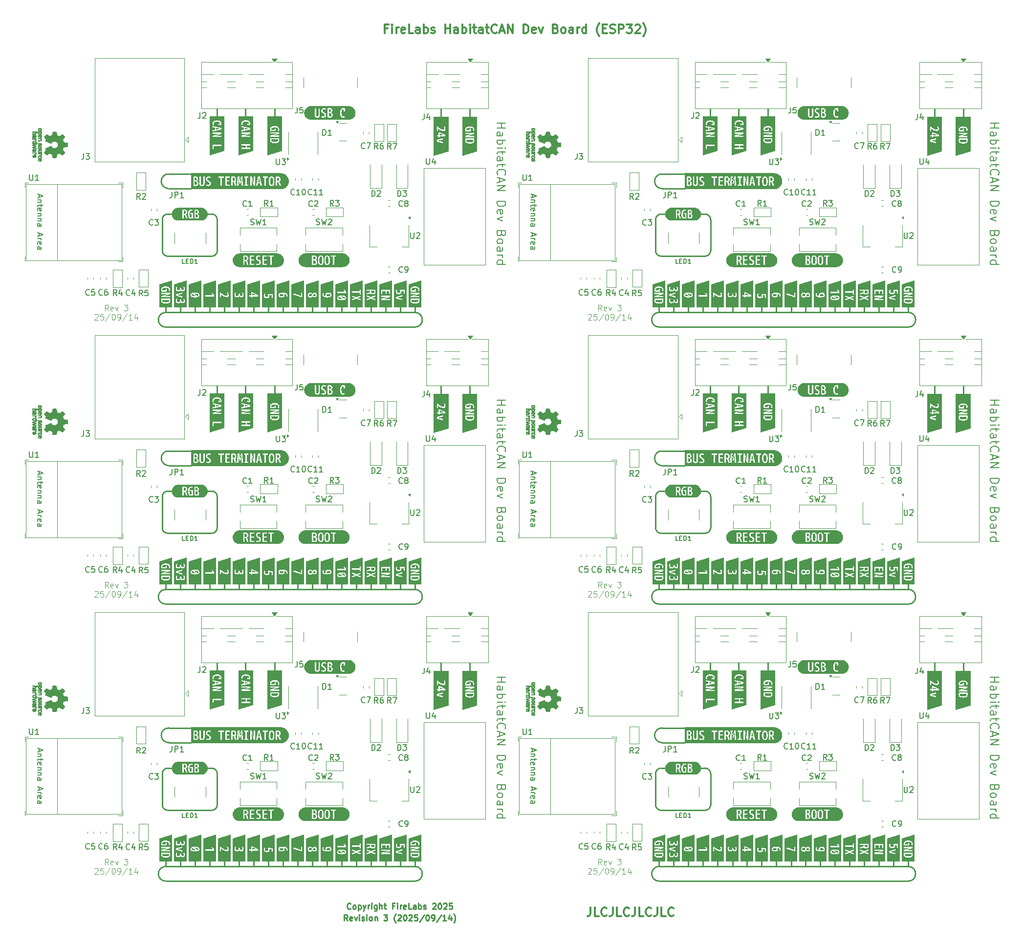
<source format=gbr>
%TF.GenerationSoftware,KiCad,Pcbnew,9.0.4*%
%TF.CreationDate,2025-09-14T05:29:25-04:00*%
%TF.ProjectId,HabitatCAN Dev Board (ESP32) - Panel,48616269-7461-4744-9341-4e2044657620,3*%
%TF.SameCoordinates,Original*%
%TF.FileFunction,Legend,Top*%
%TF.FilePolarity,Positive*%
%FSLAX46Y46*%
G04 Gerber Fmt 4.6, Leading zero omitted, Abs format (unit mm)*
G04 Created by KiCad (PCBNEW 9.0.4) date 2025-09-14 05:29:25*
%MOMM*%
%LPD*%
G01*
G04 APERTURE LIST*
%ADD10C,0.250000*%
%ADD11C,0.200000*%
%ADD12C,0.100000*%
%ADD13C,0.300000*%
%ADD14C,0.150000*%
%ADD15C,0.120000*%
%ADD16C,0.000000*%
%ADD17C,0.010000*%
G04 APERTURE END LIST*
D10*
X79665687Y-95577560D02*
X83593301Y-95577560D01*
X195095001Y-71547556D02*
X195095001Y-70337556D01*
X164615001Y-122117560D02*
G75*
G02*
X164615001Y-119577640I-1J1269960D01*
G01*
X169048059Y-50117556D02*
X165120445Y-50117556D01*
X182395001Y-71547556D02*
X182395001Y-70337556D01*
X164615001Y-122117560D02*
X207795042Y-122117560D01*
X165120445Y-47577556D02*
X169048059Y-47577556D01*
X165120445Y-50117556D02*
G75*
G02*
X165120445Y-47577644I-45J1269956D01*
G01*
X164614960Y-71577556D02*
X207795001Y-71577556D01*
X217305001Y-38101115D02*
X217305001Y-36303997D01*
X91901339Y-167547564D02*
X91901339Y-166337564D01*
X164615001Y-119517560D02*
X164615001Y-118307560D01*
X173505001Y-85752560D02*
X173505001Y-84302560D01*
X83593301Y-98117560D02*
X79665687Y-98117560D01*
X164982501Y-157843814D02*
X172602501Y-157843814D01*
X79527743Y-157843814D02*
G75*
G02*
X78575186Y-156891314I-43J952514D01*
G01*
X171905515Y-54541306D02*
X172602501Y-54541306D01*
X183502945Y-85808217D02*
X183502945Y-84296903D01*
X164982501Y-109843810D02*
X172602501Y-109843810D01*
X164615001Y-74117556D02*
X207795042Y-74117556D01*
X89320243Y-119517560D02*
X89320243Y-118307560D01*
X78575243Y-55493806D02*
G75*
G02*
X79527743Y-54541343I952557J-94D01*
G01*
X86450757Y-54541306D02*
X87147743Y-54541306D01*
X98048187Y-85808217D02*
X98048187Y-84296903D01*
X179855001Y-167547564D02*
X179855001Y-166337564D01*
X79160202Y-167577564D02*
X122340243Y-167577564D01*
X88100243Y-151493814D02*
X88100243Y-156891314D01*
X88050243Y-37752556D02*
X88050243Y-36302556D01*
X187505001Y-167547564D02*
X187505001Y-166337564D01*
X78575243Y-103493810D02*
X78575243Y-108891310D01*
X178422945Y-133808221D02*
X178422945Y-132296907D01*
X83593301Y-50117556D02*
X79665687Y-50117556D01*
X78575243Y-55493806D02*
X78575243Y-60891306D01*
X192555001Y-71547556D02*
X192555001Y-70337556D01*
X182395001Y-119547560D02*
X182395001Y-118337560D01*
X217305001Y-134101123D02*
X217305001Y-132304005D01*
X164982501Y-150541314D02*
X165679487Y-150541314D01*
X126877743Y-133808221D02*
X126877743Y-132296907D01*
X172235001Y-167517564D02*
X172235001Y-166307564D01*
X212332501Y-37808213D02*
X212332501Y-36296899D01*
X165120445Y-143577564D02*
X169048059Y-143577564D01*
X96940243Y-119547560D02*
X96940243Y-118337560D01*
X104560243Y-119547560D02*
X104560243Y-118337560D01*
X192555001Y-167547564D02*
X192555001Y-166337564D01*
X202715001Y-167547564D02*
X202715001Y-166337564D01*
X78575243Y-151493814D02*
X78575243Y-156891314D01*
X169695001Y-71517556D02*
X169695001Y-70307556D01*
X79527743Y-150541314D02*
X80224729Y-150541314D01*
X195095001Y-167547564D02*
X195095001Y-166337564D01*
X164982501Y-61843806D02*
G75*
G02*
X164029994Y-60891306I-1J952506D01*
G01*
X79160243Y-122117560D02*
G75*
G02*
X79160243Y-119577640I-43J1269960D01*
G01*
X79160243Y-170117564D02*
G75*
G02*
X79160243Y-167577636I-43J1269964D01*
G01*
X197635001Y-119547560D02*
X197635001Y-118337560D01*
X86780243Y-119517560D02*
X86780243Y-118307560D01*
X207795001Y-71577556D02*
X207795001Y-70337556D01*
X167155001Y-71517556D02*
X167155001Y-70307556D01*
X84240243Y-167517564D02*
X84240243Y-166307564D01*
X177356097Y-119547560D02*
X177356097Y-118337560D01*
X79160243Y-122117560D02*
X122340284Y-122117560D01*
X104560243Y-71547556D02*
X104560243Y-70337556D01*
X92968187Y-37808213D02*
X92968187Y-36296899D01*
X187505001Y-71547556D02*
X187505001Y-70337556D01*
X88100243Y-60891306D02*
G75*
G02*
X87147743Y-61843743I-952543J106D01*
G01*
X119800243Y-119577560D02*
X119800243Y-118337560D01*
X205255001Y-71577556D02*
X205255001Y-70337556D01*
X212332501Y-133808221D02*
X212332501Y-132296907D01*
X107100243Y-167547564D02*
X107100243Y-166337564D01*
X99480243Y-167547564D02*
X99480243Y-166337564D01*
X200175001Y-119547560D02*
X200175001Y-118337560D01*
X190015001Y-167547564D02*
X190015001Y-166337564D01*
X98048187Y-133808221D02*
X98048187Y-132296907D01*
X122340243Y-119577560D02*
G75*
G02*
X122340243Y-122117640I-43J-1270040D01*
G01*
X102050243Y-119547560D02*
X102050243Y-118337560D01*
X183502945Y-133808221D02*
X183502945Y-132296907D01*
X197635001Y-167547564D02*
X197635001Y-166337564D01*
X171905515Y-102541310D02*
X172602501Y-102541310D01*
X171905515Y-150541314D02*
X172602501Y-150541314D01*
X96940243Y-71547556D02*
X96940243Y-70337556D01*
X131850243Y-86101119D02*
X131850243Y-84304001D01*
X172235001Y-71517556D02*
X172235001Y-70307556D01*
X173555001Y-151493814D02*
X173555001Y-156891314D01*
X164982501Y-61843806D02*
X172602501Y-61843806D01*
X131850243Y-134101123D02*
X131850243Y-132304005D01*
X88100243Y-103493810D02*
X88100243Y-108891310D01*
X126877743Y-85808217D02*
X126877743Y-84296903D01*
X98048187Y-37808213D02*
X98048187Y-36296899D01*
X117260243Y-167547564D02*
X117260243Y-166337564D01*
X87147743Y-150541314D02*
G75*
G02*
X88100286Y-151493814I57J-952486D01*
G01*
X164615001Y-167517564D02*
X164615001Y-166307564D01*
X79160243Y-74117556D02*
X122340284Y-74117556D01*
X167155001Y-167517564D02*
X167155001Y-166307564D01*
X174775001Y-119517560D02*
X174775001Y-118307560D01*
X86450757Y-150541314D02*
X87147743Y-150541314D01*
X172602501Y-54541306D02*
G75*
G02*
X173554994Y-55493806I-1J-952494D01*
G01*
X164615001Y-170117564D02*
G75*
G02*
X164615001Y-167577636I-1J1269964D01*
G01*
X104560243Y-167547564D02*
X104560243Y-166337564D01*
X169048059Y-98117560D02*
X165120445Y-98117560D01*
X89320243Y-71517556D02*
X89320243Y-70307556D01*
X79665687Y-50117556D02*
G75*
G02*
X79665687Y-47577644I-87J1269956D01*
G01*
X87147743Y-54541306D02*
G75*
G02*
X88100294Y-55493806I57J-952494D01*
G01*
X202715001Y-119547560D02*
X202715001Y-118337560D01*
X102050243Y-71547556D02*
X102050243Y-70337556D01*
X117260243Y-71547556D02*
X117260243Y-70337556D01*
X112180243Y-119547560D02*
X112180243Y-118337560D01*
X212332501Y-85808217D02*
X212332501Y-84296903D01*
X179855001Y-71547556D02*
X179855001Y-70337556D01*
X94400243Y-71547556D02*
X94400243Y-70337556D01*
X102050243Y-167547564D02*
X102050243Y-166337564D01*
X78575243Y-103493810D02*
G75*
G02*
X79527743Y-102541343I952557J-90D01*
G01*
X79527743Y-61843806D02*
G75*
G02*
X78575194Y-60891306I-43J952506D01*
G01*
X88100243Y-108891310D02*
G75*
G02*
X87147743Y-109843743I-952543J110D01*
G01*
X177356097Y-71547556D02*
X177356097Y-70337556D01*
X164982501Y-54541306D02*
X165679487Y-54541306D01*
X83593301Y-146117564D02*
X79665687Y-146117564D01*
X217305001Y-86101119D02*
X217305001Y-84304001D01*
X205255001Y-119577560D02*
X205255001Y-118337560D01*
X79527743Y-109843810D02*
X87147743Y-109843810D01*
X79160243Y-167517564D02*
X79160243Y-166307564D01*
X164030001Y-151493814D02*
G75*
G02*
X164982501Y-150541301I952599J-86D01*
G01*
X172602501Y-102541310D02*
G75*
G02*
X173554990Y-103493810I-1J-952490D01*
G01*
X173555001Y-156891314D02*
G75*
G02*
X172602501Y-157843801I-952601J114D01*
G01*
X165120445Y-146117564D02*
G75*
G02*
X165120445Y-143577636I-45J1269964D01*
G01*
X117260243Y-119547560D02*
X117260243Y-118337560D01*
X99480243Y-71547556D02*
X99480243Y-70337556D01*
X165120445Y-98117560D02*
G75*
G02*
X165120445Y-95577640I-45J1269960D01*
G01*
X88050243Y-85752560D02*
X88050243Y-84302560D01*
X164030001Y-55493806D02*
X164030001Y-60891306D01*
X173505001Y-37752556D02*
X173505001Y-36302556D01*
X122340243Y-167577564D02*
G75*
G02*
X122340243Y-170117636I-43J-1270036D01*
G01*
X164615001Y-71517556D02*
X164615001Y-70307556D01*
X195095001Y-119547560D02*
X195095001Y-118337560D01*
X192555001Y-119547560D02*
X192555001Y-118337560D01*
X165120445Y-95577560D02*
X169048059Y-95577560D01*
X190015001Y-119547560D02*
X190015001Y-118337560D01*
X88050243Y-133752564D02*
X88050243Y-132302564D01*
X202715001Y-71547556D02*
X202715001Y-70337556D01*
X86780243Y-71517556D02*
X86780243Y-70307556D01*
X81700243Y-119517560D02*
X81700243Y-118307560D01*
X164614960Y-167577564D02*
X207795001Y-167577564D01*
X109640243Y-119547560D02*
X109640243Y-118337560D01*
X164982501Y-102541310D02*
X165679487Y-102541310D01*
X79665687Y-47577556D02*
X83593301Y-47577556D01*
X79160243Y-74117556D02*
G75*
G02*
X79160243Y-71577564I-3J1269996D01*
G01*
X164982501Y-109843810D02*
G75*
G02*
X164029990Y-108891310I-1J952510D01*
G01*
X172235001Y-119517560D02*
X172235001Y-118307560D01*
X79527743Y-61843806D02*
X87147743Y-61843806D01*
X122340243Y-119577560D02*
X122340243Y-118337560D01*
X184935001Y-71547556D02*
X184935001Y-70337556D01*
X107100243Y-119547560D02*
X107100243Y-118337560D01*
X169695001Y-119517560D02*
X169695001Y-118307560D01*
X79527743Y-109843810D02*
G75*
G02*
X78575190Y-108891310I-43J952510D01*
G01*
X174775001Y-167517564D02*
X174775001Y-166307564D01*
X79160202Y-119577560D02*
X122340243Y-119577560D01*
X107100243Y-71547556D02*
X107100243Y-70337556D01*
X81700243Y-71517556D02*
X81700243Y-70307556D01*
X164030001Y-151493814D02*
X164030001Y-156891314D01*
X190015001Y-71547556D02*
X190015001Y-70337556D01*
X79527743Y-54541306D02*
X80224729Y-54541306D01*
X207795001Y-71577556D02*
G75*
G02*
X207795001Y-74117644I-1J-1270044D01*
G01*
X84240243Y-119517560D02*
X84240243Y-118307560D01*
X94400243Y-119547560D02*
X94400243Y-118337560D01*
X86450757Y-102541310D02*
X87147743Y-102541310D01*
X173555001Y-108891310D02*
G75*
G02*
X172602501Y-109843801I-952601J110D01*
G01*
X79160202Y-71577556D02*
X122340243Y-71577556D01*
X172602501Y-150541314D02*
G75*
G02*
X173554986Y-151493814I-1J-952486D01*
G01*
X84240243Y-71517556D02*
X84240243Y-70307556D01*
X79160243Y-170117564D02*
X122340284Y-170117564D01*
X81700243Y-167517564D02*
X81700243Y-166307564D01*
X207795001Y-119577560D02*
G75*
G02*
X207795001Y-122117640I-1J-1270040D01*
G01*
X89320243Y-167517564D02*
X89320243Y-166307564D01*
X164614960Y-119577560D02*
X207795001Y-119577560D01*
X164030001Y-55493806D02*
G75*
G02*
X164982501Y-54541301I952599J-94D01*
G01*
X173555001Y-60891306D02*
G75*
G02*
X172602501Y-61843801I-952601J106D01*
G01*
X174775001Y-71517556D02*
X174775001Y-70307556D01*
X88100243Y-55493806D02*
X88100243Y-60891306D01*
X173505001Y-133752564D02*
X173505001Y-132302564D01*
X182395001Y-167547564D02*
X182395001Y-166337564D01*
X91901339Y-71547556D02*
X91901339Y-70337556D01*
X79665687Y-98117560D02*
G75*
G02*
X79665687Y-95577640I-87J1269960D01*
G01*
X79665687Y-143577564D02*
X83593301Y-143577564D01*
X164982501Y-157843814D02*
G75*
G02*
X164029986Y-156891314I-1J952514D01*
G01*
X122340243Y-167577564D02*
X122340243Y-166337564D01*
X119800243Y-167577564D02*
X119800243Y-166337564D01*
X205255001Y-167577564D02*
X205255001Y-166337564D01*
X169048059Y-146117564D02*
X165120445Y-146117564D01*
X119800243Y-71577556D02*
X119800243Y-70337556D01*
X179855001Y-119547560D02*
X179855001Y-118337560D01*
X183502945Y-37808213D02*
X183502945Y-36296899D01*
X173555001Y-103493810D02*
X173555001Y-108891310D01*
X94400243Y-167547564D02*
X94400243Y-166337564D01*
X79665687Y-146117564D02*
G75*
G02*
X79665687Y-143577636I-87J1269964D01*
G01*
X114720243Y-71547556D02*
X114720243Y-70337556D01*
X178422945Y-85808217D02*
X178422945Y-84296903D01*
X91901339Y-119547560D02*
X91901339Y-118337560D01*
X109640243Y-167547564D02*
X109640243Y-166337564D01*
X178422945Y-37808213D02*
X178422945Y-36296899D01*
X79527743Y-102541310D02*
X80224729Y-102541310D01*
X169695001Y-167517564D02*
X169695001Y-166307564D01*
X79160243Y-71517556D02*
X79160243Y-70307556D01*
X112180243Y-167547564D02*
X112180243Y-166337564D01*
X86780243Y-167517564D02*
X86780243Y-166307564D01*
X164030001Y-103493810D02*
G75*
G02*
X164982501Y-102541301I952599J-90D01*
G01*
X207795001Y-167577564D02*
G75*
G02*
X207795001Y-170117636I-1J-1270036D01*
G01*
X88100243Y-156891314D02*
G75*
G02*
X87147743Y-157843743I-952543J114D01*
G01*
X122340243Y-71577556D02*
G75*
G02*
X122340243Y-74117644I-43J-1270044D01*
G01*
X207795001Y-119577560D02*
X207795001Y-118337560D01*
X200175001Y-71547556D02*
X200175001Y-70337556D01*
X184935001Y-119547560D02*
X184935001Y-118337560D01*
X114720243Y-167547564D02*
X114720243Y-166337564D01*
X197635001Y-71547556D02*
X197635001Y-70337556D01*
X184935001Y-167547564D02*
X184935001Y-166337564D01*
X114720243Y-119547560D02*
X114720243Y-118337560D01*
X131850243Y-38101115D02*
X131850243Y-36303997D01*
X87147743Y-102541310D02*
G75*
G02*
X88100290Y-103493810I57J-952490D01*
G01*
X122340243Y-71577556D02*
X122340243Y-70337556D01*
X164615001Y-74117556D02*
G75*
G02*
X164615001Y-71577644I-1J1269956D01*
G01*
X79160243Y-119517560D02*
X79160243Y-118307560D01*
X177356097Y-167547564D02*
X177356097Y-166337564D01*
X79527743Y-157843814D02*
X87147743Y-157843814D01*
X187505001Y-119547560D02*
X187505001Y-118337560D01*
X167155001Y-119517560D02*
X167155001Y-118307560D01*
X164615001Y-170117564D02*
X207795042Y-170117564D01*
X126877743Y-37808213D02*
X126877743Y-36296899D01*
X78575243Y-151493814D02*
G75*
G02*
X79527743Y-150541343I952557J-86D01*
G01*
X109640243Y-71547556D02*
X109640243Y-70337556D01*
X200175001Y-167547564D02*
X200175001Y-166337564D01*
X96940243Y-167547564D02*
X96940243Y-166337564D01*
X173555001Y-55493806D02*
X173555001Y-60891306D01*
X92968187Y-133808221D02*
X92968187Y-132296907D01*
X92968187Y-85808217D02*
X92968187Y-84296903D01*
X99480243Y-119547560D02*
X99480243Y-118337560D01*
X207795001Y-167577564D02*
X207795001Y-166337564D01*
X112180243Y-71547556D02*
X112180243Y-70337556D01*
X164030001Y-103493810D02*
X164030001Y-108891310D01*
D11*
X221998972Y-38788269D02*
X223498972Y-38788269D01*
X222784686Y-38788269D02*
X222784686Y-39645412D01*
X221998972Y-39645412D02*
X223498972Y-39645412D01*
X221998972Y-41002556D02*
X222784686Y-41002556D01*
X222784686Y-41002556D02*
X222927543Y-40931127D01*
X222927543Y-40931127D02*
X222998972Y-40788270D01*
X222998972Y-40788270D02*
X222998972Y-40502556D01*
X222998972Y-40502556D02*
X222927543Y-40359698D01*
X222070401Y-41002556D02*
X221998972Y-40859698D01*
X221998972Y-40859698D02*
X221998972Y-40502556D01*
X221998972Y-40502556D02*
X222070401Y-40359698D01*
X222070401Y-40359698D02*
X222213258Y-40288270D01*
X222213258Y-40288270D02*
X222356115Y-40288270D01*
X222356115Y-40288270D02*
X222498972Y-40359698D01*
X222498972Y-40359698D02*
X222570401Y-40502556D01*
X222570401Y-40502556D02*
X222570401Y-40859698D01*
X222570401Y-40859698D02*
X222641829Y-41002556D01*
X221998972Y-41716841D02*
X223498972Y-41716841D01*
X222927543Y-41716841D02*
X222998972Y-41859699D01*
X222998972Y-41859699D02*
X222998972Y-42145413D01*
X222998972Y-42145413D02*
X222927543Y-42288270D01*
X222927543Y-42288270D02*
X222856115Y-42359699D01*
X222856115Y-42359699D02*
X222713258Y-42431127D01*
X222713258Y-42431127D02*
X222284686Y-42431127D01*
X222284686Y-42431127D02*
X222141829Y-42359699D01*
X222141829Y-42359699D02*
X222070401Y-42288270D01*
X222070401Y-42288270D02*
X221998972Y-42145413D01*
X221998972Y-42145413D02*
X221998972Y-41859699D01*
X221998972Y-41859699D02*
X222070401Y-41716841D01*
X221998972Y-43073984D02*
X222998972Y-43073984D01*
X223498972Y-43073984D02*
X223427543Y-43002556D01*
X223427543Y-43002556D02*
X223356115Y-43073984D01*
X223356115Y-43073984D02*
X223427543Y-43145413D01*
X223427543Y-43145413D02*
X223498972Y-43073984D01*
X223498972Y-43073984D02*
X223356115Y-43073984D01*
X222998972Y-43573985D02*
X222998972Y-44145413D01*
X223498972Y-43788270D02*
X222213258Y-43788270D01*
X222213258Y-43788270D02*
X222070401Y-43859699D01*
X222070401Y-43859699D02*
X221998972Y-44002556D01*
X221998972Y-44002556D02*
X221998972Y-44145413D01*
X221998972Y-45288271D02*
X222784686Y-45288271D01*
X222784686Y-45288271D02*
X222927543Y-45216842D01*
X222927543Y-45216842D02*
X222998972Y-45073985D01*
X222998972Y-45073985D02*
X222998972Y-44788271D01*
X222998972Y-44788271D02*
X222927543Y-44645413D01*
X222070401Y-45288271D02*
X221998972Y-45145413D01*
X221998972Y-45145413D02*
X221998972Y-44788271D01*
X221998972Y-44788271D02*
X222070401Y-44645413D01*
X222070401Y-44645413D02*
X222213258Y-44573985D01*
X222213258Y-44573985D02*
X222356115Y-44573985D01*
X222356115Y-44573985D02*
X222498972Y-44645413D01*
X222498972Y-44645413D02*
X222570401Y-44788271D01*
X222570401Y-44788271D02*
X222570401Y-45145413D01*
X222570401Y-45145413D02*
X222641829Y-45288271D01*
X222998972Y-45788271D02*
X222998972Y-46359699D01*
X223498972Y-46002556D02*
X222213258Y-46002556D01*
X222213258Y-46002556D02*
X222070401Y-46073985D01*
X222070401Y-46073985D02*
X221998972Y-46216842D01*
X221998972Y-46216842D02*
X221998972Y-46359699D01*
X222141829Y-47716842D02*
X222070401Y-47645414D01*
X222070401Y-47645414D02*
X221998972Y-47431128D01*
X221998972Y-47431128D02*
X221998972Y-47288271D01*
X221998972Y-47288271D02*
X222070401Y-47073985D01*
X222070401Y-47073985D02*
X222213258Y-46931128D01*
X222213258Y-46931128D02*
X222356115Y-46859699D01*
X222356115Y-46859699D02*
X222641829Y-46788271D01*
X222641829Y-46788271D02*
X222856115Y-46788271D01*
X222856115Y-46788271D02*
X223141829Y-46859699D01*
X223141829Y-46859699D02*
X223284686Y-46931128D01*
X223284686Y-46931128D02*
X223427543Y-47073985D01*
X223427543Y-47073985D02*
X223498972Y-47288271D01*
X223498972Y-47288271D02*
X223498972Y-47431128D01*
X223498972Y-47431128D02*
X223427543Y-47645414D01*
X223427543Y-47645414D02*
X223356115Y-47716842D01*
X222427543Y-48288271D02*
X222427543Y-49002557D01*
X221998972Y-48145414D02*
X223498972Y-48645414D01*
X223498972Y-48645414D02*
X221998972Y-49145414D01*
X221998972Y-49645413D02*
X223498972Y-49645413D01*
X223498972Y-49645413D02*
X221998972Y-50502556D01*
X221998972Y-50502556D02*
X223498972Y-50502556D01*
X221998972Y-52359699D02*
X223498972Y-52359699D01*
X223498972Y-52359699D02*
X223498972Y-52716842D01*
X223498972Y-52716842D02*
X223427543Y-52931128D01*
X223427543Y-52931128D02*
X223284686Y-53073985D01*
X223284686Y-53073985D02*
X223141829Y-53145414D01*
X223141829Y-53145414D02*
X222856115Y-53216842D01*
X222856115Y-53216842D02*
X222641829Y-53216842D01*
X222641829Y-53216842D02*
X222356115Y-53145414D01*
X222356115Y-53145414D02*
X222213258Y-53073985D01*
X222213258Y-53073985D02*
X222070401Y-52931128D01*
X222070401Y-52931128D02*
X221998972Y-52716842D01*
X221998972Y-52716842D02*
X221998972Y-52359699D01*
X222070401Y-54431128D02*
X221998972Y-54288271D01*
X221998972Y-54288271D02*
X221998972Y-54002557D01*
X221998972Y-54002557D02*
X222070401Y-53859699D01*
X222070401Y-53859699D02*
X222213258Y-53788271D01*
X222213258Y-53788271D02*
X222784686Y-53788271D01*
X222784686Y-53788271D02*
X222927543Y-53859699D01*
X222927543Y-53859699D02*
X222998972Y-54002557D01*
X222998972Y-54002557D02*
X222998972Y-54288271D01*
X222998972Y-54288271D02*
X222927543Y-54431128D01*
X222927543Y-54431128D02*
X222784686Y-54502557D01*
X222784686Y-54502557D02*
X222641829Y-54502557D01*
X222641829Y-54502557D02*
X222498972Y-53788271D01*
X222998972Y-55002556D02*
X221998972Y-55359699D01*
X221998972Y-55359699D02*
X222998972Y-55716842D01*
X222784686Y-57931127D02*
X222713258Y-58145413D01*
X222713258Y-58145413D02*
X222641829Y-58216842D01*
X222641829Y-58216842D02*
X222498972Y-58288270D01*
X222498972Y-58288270D02*
X222284686Y-58288270D01*
X222284686Y-58288270D02*
X222141829Y-58216842D01*
X222141829Y-58216842D02*
X222070401Y-58145413D01*
X222070401Y-58145413D02*
X221998972Y-58002556D01*
X221998972Y-58002556D02*
X221998972Y-57431127D01*
X221998972Y-57431127D02*
X223498972Y-57431127D01*
X223498972Y-57431127D02*
X223498972Y-57931127D01*
X223498972Y-57931127D02*
X223427543Y-58073985D01*
X223427543Y-58073985D02*
X223356115Y-58145413D01*
X223356115Y-58145413D02*
X223213258Y-58216842D01*
X223213258Y-58216842D02*
X223070401Y-58216842D01*
X223070401Y-58216842D02*
X222927543Y-58145413D01*
X222927543Y-58145413D02*
X222856115Y-58073985D01*
X222856115Y-58073985D02*
X222784686Y-57931127D01*
X222784686Y-57931127D02*
X222784686Y-57431127D01*
X221998972Y-59145413D02*
X222070401Y-59002556D01*
X222070401Y-59002556D02*
X222141829Y-58931127D01*
X222141829Y-58931127D02*
X222284686Y-58859699D01*
X222284686Y-58859699D02*
X222713258Y-58859699D01*
X222713258Y-58859699D02*
X222856115Y-58931127D01*
X222856115Y-58931127D02*
X222927543Y-59002556D01*
X222927543Y-59002556D02*
X222998972Y-59145413D01*
X222998972Y-59145413D02*
X222998972Y-59359699D01*
X222998972Y-59359699D02*
X222927543Y-59502556D01*
X222927543Y-59502556D02*
X222856115Y-59573985D01*
X222856115Y-59573985D02*
X222713258Y-59645413D01*
X222713258Y-59645413D02*
X222284686Y-59645413D01*
X222284686Y-59645413D02*
X222141829Y-59573985D01*
X222141829Y-59573985D02*
X222070401Y-59502556D01*
X222070401Y-59502556D02*
X221998972Y-59359699D01*
X221998972Y-59359699D02*
X221998972Y-59145413D01*
X221998972Y-60931128D02*
X222784686Y-60931128D01*
X222784686Y-60931128D02*
X222927543Y-60859699D01*
X222927543Y-60859699D02*
X222998972Y-60716842D01*
X222998972Y-60716842D02*
X222998972Y-60431128D01*
X222998972Y-60431128D02*
X222927543Y-60288270D01*
X222070401Y-60931128D02*
X221998972Y-60788270D01*
X221998972Y-60788270D02*
X221998972Y-60431128D01*
X221998972Y-60431128D02*
X222070401Y-60288270D01*
X222070401Y-60288270D02*
X222213258Y-60216842D01*
X222213258Y-60216842D02*
X222356115Y-60216842D01*
X222356115Y-60216842D02*
X222498972Y-60288270D01*
X222498972Y-60288270D02*
X222570401Y-60431128D01*
X222570401Y-60431128D02*
X222570401Y-60788270D01*
X222570401Y-60788270D02*
X222641829Y-60931128D01*
X221998972Y-61645413D02*
X222998972Y-61645413D01*
X222713258Y-61645413D02*
X222856115Y-61716842D01*
X222856115Y-61716842D02*
X222927543Y-61788271D01*
X222927543Y-61788271D02*
X222998972Y-61931128D01*
X222998972Y-61931128D02*
X222998972Y-62073985D01*
X221998972Y-63216842D02*
X223498972Y-63216842D01*
X222070401Y-63216842D02*
X221998972Y-63073984D01*
X221998972Y-63073984D02*
X221998972Y-62788270D01*
X221998972Y-62788270D02*
X222070401Y-62645413D01*
X222070401Y-62645413D02*
X222141829Y-62573984D01*
X222141829Y-62573984D02*
X222284686Y-62502556D01*
X222284686Y-62502556D02*
X222713258Y-62502556D01*
X222713258Y-62502556D02*
X222856115Y-62573984D01*
X222856115Y-62573984D02*
X222927543Y-62645413D01*
X222927543Y-62645413D02*
X222998972Y-62788270D01*
X222998972Y-62788270D02*
X222998972Y-63073984D01*
X222998972Y-63073984D02*
X222927543Y-63216842D01*
D10*
X110652380Y-176951130D02*
X110319047Y-176474939D01*
X110080952Y-176951130D02*
X110080952Y-175951130D01*
X110080952Y-175951130D02*
X110461904Y-175951130D01*
X110461904Y-175951130D02*
X110557142Y-175998749D01*
X110557142Y-175998749D02*
X110604761Y-176046368D01*
X110604761Y-176046368D02*
X110652380Y-176141606D01*
X110652380Y-176141606D02*
X110652380Y-176284463D01*
X110652380Y-176284463D02*
X110604761Y-176379701D01*
X110604761Y-176379701D02*
X110557142Y-176427320D01*
X110557142Y-176427320D02*
X110461904Y-176474939D01*
X110461904Y-176474939D02*
X110080952Y-176474939D01*
X111461904Y-176903511D02*
X111366666Y-176951130D01*
X111366666Y-176951130D02*
X111176190Y-176951130D01*
X111176190Y-176951130D02*
X111080952Y-176903511D01*
X111080952Y-176903511D02*
X111033333Y-176808272D01*
X111033333Y-176808272D02*
X111033333Y-176427320D01*
X111033333Y-176427320D02*
X111080952Y-176332082D01*
X111080952Y-176332082D02*
X111176190Y-176284463D01*
X111176190Y-176284463D02*
X111366666Y-176284463D01*
X111366666Y-176284463D02*
X111461904Y-176332082D01*
X111461904Y-176332082D02*
X111509523Y-176427320D01*
X111509523Y-176427320D02*
X111509523Y-176522558D01*
X111509523Y-176522558D02*
X111033333Y-176617796D01*
X111842857Y-176284463D02*
X112080952Y-176951130D01*
X112080952Y-176951130D02*
X112319047Y-176284463D01*
X112700000Y-176951130D02*
X112700000Y-176284463D01*
X112700000Y-175951130D02*
X112652381Y-175998749D01*
X112652381Y-175998749D02*
X112700000Y-176046368D01*
X112700000Y-176046368D02*
X112747619Y-175998749D01*
X112747619Y-175998749D02*
X112700000Y-175951130D01*
X112700000Y-175951130D02*
X112700000Y-176046368D01*
X113128571Y-176903511D02*
X113223809Y-176951130D01*
X113223809Y-176951130D02*
X113414285Y-176951130D01*
X113414285Y-176951130D02*
X113509523Y-176903511D01*
X113509523Y-176903511D02*
X113557142Y-176808272D01*
X113557142Y-176808272D02*
X113557142Y-176760653D01*
X113557142Y-176760653D02*
X113509523Y-176665415D01*
X113509523Y-176665415D02*
X113414285Y-176617796D01*
X113414285Y-176617796D02*
X113271428Y-176617796D01*
X113271428Y-176617796D02*
X113176190Y-176570177D01*
X113176190Y-176570177D02*
X113128571Y-176474939D01*
X113128571Y-176474939D02*
X113128571Y-176427320D01*
X113128571Y-176427320D02*
X113176190Y-176332082D01*
X113176190Y-176332082D02*
X113271428Y-176284463D01*
X113271428Y-176284463D02*
X113414285Y-176284463D01*
X113414285Y-176284463D02*
X113509523Y-176332082D01*
X113985714Y-176951130D02*
X113985714Y-176284463D01*
X113985714Y-175951130D02*
X113938095Y-175998749D01*
X113938095Y-175998749D02*
X113985714Y-176046368D01*
X113985714Y-176046368D02*
X114033333Y-175998749D01*
X114033333Y-175998749D02*
X113985714Y-175951130D01*
X113985714Y-175951130D02*
X113985714Y-176046368D01*
X114604761Y-176951130D02*
X114509523Y-176903511D01*
X114509523Y-176903511D02*
X114461904Y-176855891D01*
X114461904Y-176855891D02*
X114414285Y-176760653D01*
X114414285Y-176760653D02*
X114414285Y-176474939D01*
X114414285Y-176474939D02*
X114461904Y-176379701D01*
X114461904Y-176379701D02*
X114509523Y-176332082D01*
X114509523Y-176332082D02*
X114604761Y-176284463D01*
X114604761Y-176284463D02*
X114747618Y-176284463D01*
X114747618Y-176284463D02*
X114842856Y-176332082D01*
X114842856Y-176332082D02*
X114890475Y-176379701D01*
X114890475Y-176379701D02*
X114938094Y-176474939D01*
X114938094Y-176474939D02*
X114938094Y-176760653D01*
X114938094Y-176760653D02*
X114890475Y-176855891D01*
X114890475Y-176855891D02*
X114842856Y-176903511D01*
X114842856Y-176903511D02*
X114747618Y-176951130D01*
X114747618Y-176951130D02*
X114604761Y-176951130D01*
X115366666Y-176284463D02*
X115366666Y-176951130D01*
X115366666Y-176379701D02*
X115414285Y-176332082D01*
X115414285Y-176332082D02*
X115509523Y-176284463D01*
X115509523Y-176284463D02*
X115652380Y-176284463D01*
X115652380Y-176284463D02*
X115747618Y-176332082D01*
X115747618Y-176332082D02*
X115795237Y-176427320D01*
X115795237Y-176427320D02*
X115795237Y-176951130D01*
X116938095Y-175951130D02*
X117557142Y-175951130D01*
X117557142Y-175951130D02*
X117223809Y-176332082D01*
X117223809Y-176332082D02*
X117366666Y-176332082D01*
X117366666Y-176332082D02*
X117461904Y-176379701D01*
X117461904Y-176379701D02*
X117509523Y-176427320D01*
X117509523Y-176427320D02*
X117557142Y-176522558D01*
X117557142Y-176522558D02*
X117557142Y-176760653D01*
X117557142Y-176760653D02*
X117509523Y-176855891D01*
X117509523Y-176855891D02*
X117461904Y-176903511D01*
X117461904Y-176903511D02*
X117366666Y-176951130D01*
X117366666Y-176951130D02*
X117080952Y-176951130D01*
X117080952Y-176951130D02*
X116985714Y-176903511D01*
X116985714Y-176903511D02*
X116938095Y-176855891D01*
X119033333Y-177332082D02*
X118985714Y-177284463D01*
X118985714Y-177284463D02*
X118890476Y-177141606D01*
X118890476Y-177141606D02*
X118842857Y-177046368D01*
X118842857Y-177046368D02*
X118795238Y-176903511D01*
X118795238Y-176903511D02*
X118747619Y-176665415D01*
X118747619Y-176665415D02*
X118747619Y-176474939D01*
X118747619Y-176474939D02*
X118795238Y-176236844D01*
X118795238Y-176236844D02*
X118842857Y-176093987D01*
X118842857Y-176093987D02*
X118890476Y-175998749D01*
X118890476Y-175998749D02*
X118985714Y-175855891D01*
X118985714Y-175855891D02*
X119033333Y-175808272D01*
X119366667Y-176046368D02*
X119414286Y-175998749D01*
X119414286Y-175998749D02*
X119509524Y-175951130D01*
X119509524Y-175951130D02*
X119747619Y-175951130D01*
X119747619Y-175951130D02*
X119842857Y-175998749D01*
X119842857Y-175998749D02*
X119890476Y-176046368D01*
X119890476Y-176046368D02*
X119938095Y-176141606D01*
X119938095Y-176141606D02*
X119938095Y-176236844D01*
X119938095Y-176236844D02*
X119890476Y-176379701D01*
X119890476Y-176379701D02*
X119319048Y-176951130D01*
X119319048Y-176951130D02*
X119938095Y-176951130D01*
X120557143Y-175951130D02*
X120652381Y-175951130D01*
X120652381Y-175951130D02*
X120747619Y-175998749D01*
X120747619Y-175998749D02*
X120795238Y-176046368D01*
X120795238Y-176046368D02*
X120842857Y-176141606D01*
X120842857Y-176141606D02*
X120890476Y-176332082D01*
X120890476Y-176332082D02*
X120890476Y-176570177D01*
X120890476Y-176570177D02*
X120842857Y-176760653D01*
X120842857Y-176760653D02*
X120795238Y-176855891D01*
X120795238Y-176855891D02*
X120747619Y-176903511D01*
X120747619Y-176903511D02*
X120652381Y-176951130D01*
X120652381Y-176951130D02*
X120557143Y-176951130D01*
X120557143Y-176951130D02*
X120461905Y-176903511D01*
X120461905Y-176903511D02*
X120414286Y-176855891D01*
X120414286Y-176855891D02*
X120366667Y-176760653D01*
X120366667Y-176760653D02*
X120319048Y-176570177D01*
X120319048Y-176570177D02*
X120319048Y-176332082D01*
X120319048Y-176332082D02*
X120366667Y-176141606D01*
X120366667Y-176141606D02*
X120414286Y-176046368D01*
X120414286Y-176046368D02*
X120461905Y-175998749D01*
X120461905Y-175998749D02*
X120557143Y-175951130D01*
X121271429Y-176046368D02*
X121319048Y-175998749D01*
X121319048Y-175998749D02*
X121414286Y-175951130D01*
X121414286Y-175951130D02*
X121652381Y-175951130D01*
X121652381Y-175951130D02*
X121747619Y-175998749D01*
X121747619Y-175998749D02*
X121795238Y-176046368D01*
X121795238Y-176046368D02*
X121842857Y-176141606D01*
X121842857Y-176141606D02*
X121842857Y-176236844D01*
X121842857Y-176236844D02*
X121795238Y-176379701D01*
X121795238Y-176379701D02*
X121223810Y-176951130D01*
X121223810Y-176951130D02*
X121842857Y-176951130D01*
X122747619Y-175951130D02*
X122271429Y-175951130D01*
X122271429Y-175951130D02*
X122223810Y-176427320D01*
X122223810Y-176427320D02*
X122271429Y-176379701D01*
X122271429Y-176379701D02*
X122366667Y-176332082D01*
X122366667Y-176332082D02*
X122604762Y-176332082D01*
X122604762Y-176332082D02*
X122700000Y-176379701D01*
X122700000Y-176379701D02*
X122747619Y-176427320D01*
X122747619Y-176427320D02*
X122795238Y-176522558D01*
X122795238Y-176522558D02*
X122795238Y-176760653D01*
X122795238Y-176760653D02*
X122747619Y-176855891D01*
X122747619Y-176855891D02*
X122700000Y-176903511D01*
X122700000Y-176903511D02*
X122604762Y-176951130D01*
X122604762Y-176951130D02*
X122366667Y-176951130D01*
X122366667Y-176951130D02*
X122271429Y-176903511D01*
X122271429Y-176903511D02*
X122223810Y-176855891D01*
X123938095Y-175903511D02*
X123080953Y-177189225D01*
X124461905Y-175951130D02*
X124557143Y-175951130D01*
X124557143Y-175951130D02*
X124652381Y-175998749D01*
X124652381Y-175998749D02*
X124700000Y-176046368D01*
X124700000Y-176046368D02*
X124747619Y-176141606D01*
X124747619Y-176141606D02*
X124795238Y-176332082D01*
X124795238Y-176332082D02*
X124795238Y-176570177D01*
X124795238Y-176570177D02*
X124747619Y-176760653D01*
X124747619Y-176760653D02*
X124700000Y-176855891D01*
X124700000Y-176855891D02*
X124652381Y-176903511D01*
X124652381Y-176903511D02*
X124557143Y-176951130D01*
X124557143Y-176951130D02*
X124461905Y-176951130D01*
X124461905Y-176951130D02*
X124366667Y-176903511D01*
X124366667Y-176903511D02*
X124319048Y-176855891D01*
X124319048Y-176855891D02*
X124271429Y-176760653D01*
X124271429Y-176760653D02*
X124223810Y-176570177D01*
X124223810Y-176570177D02*
X124223810Y-176332082D01*
X124223810Y-176332082D02*
X124271429Y-176141606D01*
X124271429Y-176141606D02*
X124319048Y-176046368D01*
X124319048Y-176046368D02*
X124366667Y-175998749D01*
X124366667Y-175998749D02*
X124461905Y-175951130D01*
X125271429Y-176951130D02*
X125461905Y-176951130D01*
X125461905Y-176951130D02*
X125557143Y-176903511D01*
X125557143Y-176903511D02*
X125604762Y-176855891D01*
X125604762Y-176855891D02*
X125700000Y-176713034D01*
X125700000Y-176713034D02*
X125747619Y-176522558D01*
X125747619Y-176522558D02*
X125747619Y-176141606D01*
X125747619Y-176141606D02*
X125700000Y-176046368D01*
X125700000Y-176046368D02*
X125652381Y-175998749D01*
X125652381Y-175998749D02*
X125557143Y-175951130D01*
X125557143Y-175951130D02*
X125366667Y-175951130D01*
X125366667Y-175951130D02*
X125271429Y-175998749D01*
X125271429Y-175998749D02*
X125223810Y-176046368D01*
X125223810Y-176046368D02*
X125176191Y-176141606D01*
X125176191Y-176141606D02*
X125176191Y-176379701D01*
X125176191Y-176379701D02*
X125223810Y-176474939D01*
X125223810Y-176474939D02*
X125271429Y-176522558D01*
X125271429Y-176522558D02*
X125366667Y-176570177D01*
X125366667Y-176570177D02*
X125557143Y-176570177D01*
X125557143Y-176570177D02*
X125652381Y-176522558D01*
X125652381Y-176522558D02*
X125700000Y-176474939D01*
X125700000Y-176474939D02*
X125747619Y-176379701D01*
X126890476Y-175903511D02*
X126033334Y-177189225D01*
X127747619Y-176951130D02*
X127176191Y-176951130D01*
X127461905Y-176951130D02*
X127461905Y-175951130D01*
X127461905Y-175951130D02*
X127366667Y-176093987D01*
X127366667Y-176093987D02*
X127271429Y-176189225D01*
X127271429Y-176189225D02*
X127176191Y-176236844D01*
X128604762Y-176284463D02*
X128604762Y-176951130D01*
X128366667Y-175903511D02*
X128128572Y-176617796D01*
X128128572Y-176617796D02*
X128747619Y-176617796D01*
X129033334Y-177332082D02*
X129080953Y-177284463D01*
X129080953Y-177284463D02*
X129176191Y-177141606D01*
X129176191Y-177141606D02*
X129223810Y-177046368D01*
X129223810Y-177046368D02*
X129271429Y-176903511D01*
X129271429Y-176903511D02*
X129319048Y-176665415D01*
X129319048Y-176665415D02*
X129319048Y-176474939D01*
X129319048Y-176474939D02*
X129271429Y-176236844D01*
X129271429Y-176236844D02*
X129223810Y-176093987D01*
X129223810Y-176093987D02*
X129176191Y-175998749D01*
X129176191Y-175998749D02*
X129080953Y-175855891D01*
X129080953Y-175855891D02*
X129033334Y-175808272D01*
D11*
X136544214Y-86788273D02*
X138044214Y-86788273D01*
X137329928Y-86788273D02*
X137329928Y-87645416D01*
X136544214Y-87645416D02*
X138044214Y-87645416D01*
X136544214Y-89002560D02*
X137329928Y-89002560D01*
X137329928Y-89002560D02*
X137472785Y-88931131D01*
X137472785Y-88931131D02*
X137544214Y-88788274D01*
X137544214Y-88788274D02*
X137544214Y-88502560D01*
X137544214Y-88502560D02*
X137472785Y-88359702D01*
X136615643Y-89002560D02*
X136544214Y-88859702D01*
X136544214Y-88859702D02*
X136544214Y-88502560D01*
X136544214Y-88502560D02*
X136615643Y-88359702D01*
X136615643Y-88359702D02*
X136758500Y-88288274D01*
X136758500Y-88288274D02*
X136901357Y-88288274D01*
X136901357Y-88288274D02*
X137044214Y-88359702D01*
X137044214Y-88359702D02*
X137115643Y-88502560D01*
X137115643Y-88502560D02*
X137115643Y-88859702D01*
X137115643Y-88859702D02*
X137187071Y-89002560D01*
X136544214Y-89716845D02*
X138044214Y-89716845D01*
X137472785Y-89716845D02*
X137544214Y-89859703D01*
X137544214Y-89859703D02*
X137544214Y-90145417D01*
X137544214Y-90145417D02*
X137472785Y-90288274D01*
X137472785Y-90288274D02*
X137401357Y-90359703D01*
X137401357Y-90359703D02*
X137258500Y-90431131D01*
X137258500Y-90431131D02*
X136829928Y-90431131D01*
X136829928Y-90431131D02*
X136687071Y-90359703D01*
X136687071Y-90359703D02*
X136615643Y-90288274D01*
X136615643Y-90288274D02*
X136544214Y-90145417D01*
X136544214Y-90145417D02*
X136544214Y-89859703D01*
X136544214Y-89859703D02*
X136615643Y-89716845D01*
X136544214Y-91073988D02*
X137544214Y-91073988D01*
X138044214Y-91073988D02*
X137972785Y-91002560D01*
X137972785Y-91002560D02*
X137901357Y-91073988D01*
X137901357Y-91073988D02*
X137972785Y-91145417D01*
X137972785Y-91145417D02*
X138044214Y-91073988D01*
X138044214Y-91073988D02*
X137901357Y-91073988D01*
X137544214Y-91573989D02*
X137544214Y-92145417D01*
X138044214Y-91788274D02*
X136758500Y-91788274D01*
X136758500Y-91788274D02*
X136615643Y-91859703D01*
X136615643Y-91859703D02*
X136544214Y-92002560D01*
X136544214Y-92002560D02*
X136544214Y-92145417D01*
X136544214Y-93288275D02*
X137329928Y-93288275D01*
X137329928Y-93288275D02*
X137472785Y-93216846D01*
X137472785Y-93216846D02*
X137544214Y-93073989D01*
X137544214Y-93073989D02*
X137544214Y-92788275D01*
X137544214Y-92788275D02*
X137472785Y-92645417D01*
X136615643Y-93288275D02*
X136544214Y-93145417D01*
X136544214Y-93145417D02*
X136544214Y-92788275D01*
X136544214Y-92788275D02*
X136615643Y-92645417D01*
X136615643Y-92645417D02*
X136758500Y-92573989D01*
X136758500Y-92573989D02*
X136901357Y-92573989D01*
X136901357Y-92573989D02*
X137044214Y-92645417D01*
X137044214Y-92645417D02*
X137115643Y-92788275D01*
X137115643Y-92788275D02*
X137115643Y-93145417D01*
X137115643Y-93145417D02*
X137187071Y-93288275D01*
X137544214Y-93788275D02*
X137544214Y-94359703D01*
X138044214Y-94002560D02*
X136758500Y-94002560D01*
X136758500Y-94002560D02*
X136615643Y-94073989D01*
X136615643Y-94073989D02*
X136544214Y-94216846D01*
X136544214Y-94216846D02*
X136544214Y-94359703D01*
X136687071Y-95716846D02*
X136615643Y-95645418D01*
X136615643Y-95645418D02*
X136544214Y-95431132D01*
X136544214Y-95431132D02*
X136544214Y-95288275D01*
X136544214Y-95288275D02*
X136615643Y-95073989D01*
X136615643Y-95073989D02*
X136758500Y-94931132D01*
X136758500Y-94931132D02*
X136901357Y-94859703D01*
X136901357Y-94859703D02*
X137187071Y-94788275D01*
X137187071Y-94788275D02*
X137401357Y-94788275D01*
X137401357Y-94788275D02*
X137687071Y-94859703D01*
X137687071Y-94859703D02*
X137829928Y-94931132D01*
X137829928Y-94931132D02*
X137972785Y-95073989D01*
X137972785Y-95073989D02*
X138044214Y-95288275D01*
X138044214Y-95288275D02*
X138044214Y-95431132D01*
X138044214Y-95431132D02*
X137972785Y-95645418D01*
X137972785Y-95645418D02*
X137901357Y-95716846D01*
X136972785Y-96288275D02*
X136972785Y-97002561D01*
X136544214Y-96145418D02*
X138044214Y-96645418D01*
X138044214Y-96645418D02*
X136544214Y-97145418D01*
X136544214Y-97645417D02*
X138044214Y-97645417D01*
X138044214Y-97645417D02*
X136544214Y-98502560D01*
X136544214Y-98502560D02*
X138044214Y-98502560D01*
X136544214Y-100359703D02*
X138044214Y-100359703D01*
X138044214Y-100359703D02*
X138044214Y-100716846D01*
X138044214Y-100716846D02*
X137972785Y-100931132D01*
X137972785Y-100931132D02*
X137829928Y-101073989D01*
X137829928Y-101073989D02*
X137687071Y-101145418D01*
X137687071Y-101145418D02*
X137401357Y-101216846D01*
X137401357Y-101216846D02*
X137187071Y-101216846D01*
X137187071Y-101216846D02*
X136901357Y-101145418D01*
X136901357Y-101145418D02*
X136758500Y-101073989D01*
X136758500Y-101073989D02*
X136615643Y-100931132D01*
X136615643Y-100931132D02*
X136544214Y-100716846D01*
X136544214Y-100716846D02*
X136544214Y-100359703D01*
X136615643Y-102431132D02*
X136544214Y-102288275D01*
X136544214Y-102288275D02*
X136544214Y-102002561D01*
X136544214Y-102002561D02*
X136615643Y-101859703D01*
X136615643Y-101859703D02*
X136758500Y-101788275D01*
X136758500Y-101788275D02*
X137329928Y-101788275D01*
X137329928Y-101788275D02*
X137472785Y-101859703D01*
X137472785Y-101859703D02*
X137544214Y-102002561D01*
X137544214Y-102002561D02*
X137544214Y-102288275D01*
X137544214Y-102288275D02*
X137472785Y-102431132D01*
X137472785Y-102431132D02*
X137329928Y-102502561D01*
X137329928Y-102502561D02*
X137187071Y-102502561D01*
X137187071Y-102502561D02*
X137044214Y-101788275D01*
X137544214Y-103002560D02*
X136544214Y-103359703D01*
X136544214Y-103359703D02*
X137544214Y-103716846D01*
X137329928Y-105931131D02*
X137258500Y-106145417D01*
X137258500Y-106145417D02*
X137187071Y-106216846D01*
X137187071Y-106216846D02*
X137044214Y-106288274D01*
X137044214Y-106288274D02*
X136829928Y-106288274D01*
X136829928Y-106288274D02*
X136687071Y-106216846D01*
X136687071Y-106216846D02*
X136615643Y-106145417D01*
X136615643Y-106145417D02*
X136544214Y-106002560D01*
X136544214Y-106002560D02*
X136544214Y-105431131D01*
X136544214Y-105431131D02*
X138044214Y-105431131D01*
X138044214Y-105431131D02*
X138044214Y-105931131D01*
X138044214Y-105931131D02*
X137972785Y-106073989D01*
X137972785Y-106073989D02*
X137901357Y-106145417D01*
X137901357Y-106145417D02*
X137758500Y-106216846D01*
X137758500Y-106216846D02*
X137615643Y-106216846D01*
X137615643Y-106216846D02*
X137472785Y-106145417D01*
X137472785Y-106145417D02*
X137401357Y-106073989D01*
X137401357Y-106073989D02*
X137329928Y-105931131D01*
X137329928Y-105931131D02*
X137329928Y-105431131D01*
X136544214Y-107145417D02*
X136615643Y-107002560D01*
X136615643Y-107002560D02*
X136687071Y-106931131D01*
X136687071Y-106931131D02*
X136829928Y-106859703D01*
X136829928Y-106859703D02*
X137258500Y-106859703D01*
X137258500Y-106859703D02*
X137401357Y-106931131D01*
X137401357Y-106931131D02*
X137472785Y-107002560D01*
X137472785Y-107002560D02*
X137544214Y-107145417D01*
X137544214Y-107145417D02*
X137544214Y-107359703D01*
X137544214Y-107359703D02*
X137472785Y-107502560D01*
X137472785Y-107502560D02*
X137401357Y-107573989D01*
X137401357Y-107573989D02*
X137258500Y-107645417D01*
X137258500Y-107645417D02*
X136829928Y-107645417D01*
X136829928Y-107645417D02*
X136687071Y-107573989D01*
X136687071Y-107573989D02*
X136615643Y-107502560D01*
X136615643Y-107502560D02*
X136544214Y-107359703D01*
X136544214Y-107359703D02*
X136544214Y-107145417D01*
X136544214Y-108931132D02*
X137329928Y-108931132D01*
X137329928Y-108931132D02*
X137472785Y-108859703D01*
X137472785Y-108859703D02*
X137544214Y-108716846D01*
X137544214Y-108716846D02*
X137544214Y-108431132D01*
X137544214Y-108431132D02*
X137472785Y-108288274D01*
X136615643Y-108931132D02*
X136544214Y-108788274D01*
X136544214Y-108788274D02*
X136544214Y-108431132D01*
X136544214Y-108431132D02*
X136615643Y-108288274D01*
X136615643Y-108288274D02*
X136758500Y-108216846D01*
X136758500Y-108216846D02*
X136901357Y-108216846D01*
X136901357Y-108216846D02*
X137044214Y-108288274D01*
X137044214Y-108288274D02*
X137115643Y-108431132D01*
X137115643Y-108431132D02*
X137115643Y-108788274D01*
X137115643Y-108788274D02*
X137187071Y-108931132D01*
X136544214Y-109645417D02*
X137544214Y-109645417D01*
X137258500Y-109645417D02*
X137401357Y-109716846D01*
X137401357Y-109716846D02*
X137472785Y-109788275D01*
X137472785Y-109788275D02*
X137544214Y-109931132D01*
X137544214Y-109931132D02*
X137544214Y-110073989D01*
X136544214Y-111216846D02*
X138044214Y-111216846D01*
X136615643Y-111216846D02*
X136544214Y-111073988D01*
X136544214Y-111073988D02*
X136544214Y-110788274D01*
X136544214Y-110788274D02*
X136615643Y-110645417D01*
X136615643Y-110645417D02*
X136687071Y-110573988D01*
X136687071Y-110573988D02*
X136829928Y-110502560D01*
X136829928Y-110502560D02*
X137258500Y-110502560D01*
X137258500Y-110502560D02*
X137401357Y-110573988D01*
X137401357Y-110573988D02*
X137472785Y-110645417D01*
X137472785Y-110645417D02*
X137544214Y-110788274D01*
X137544214Y-110788274D02*
X137544214Y-111073988D01*
X137544214Y-111073988D02*
X137472785Y-111216846D01*
D12*
X154697857Y-167265039D02*
X154364524Y-166788848D01*
X154126429Y-167265039D02*
X154126429Y-166265039D01*
X154126429Y-166265039D02*
X154507381Y-166265039D01*
X154507381Y-166265039D02*
X154602619Y-166312658D01*
X154602619Y-166312658D02*
X154650238Y-166360277D01*
X154650238Y-166360277D02*
X154697857Y-166455515D01*
X154697857Y-166455515D02*
X154697857Y-166598372D01*
X154697857Y-166598372D02*
X154650238Y-166693610D01*
X154650238Y-166693610D02*
X154602619Y-166741229D01*
X154602619Y-166741229D02*
X154507381Y-166788848D01*
X154507381Y-166788848D02*
X154126429Y-166788848D01*
X155507381Y-167217420D02*
X155412143Y-167265039D01*
X155412143Y-167265039D02*
X155221667Y-167265039D01*
X155221667Y-167265039D02*
X155126429Y-167217420D01*
X155126429Y-167217420D02*
X155078810Y-167122181D01*
X155078810Y-167122181D02*
X155078810Y-166741229D01*
X155078810Y-166741229D02*
X155126429Y-166645991D01*
X155126429Y-166645991D02*
X155221667Y-166598372D01*
X155221667Y-166598372D02*
X155412143Y-166598372D01*
X155412143Y-166598372D02*
X155507381Y-166645991D01*
X155507381Y-166645991D02*
X155555000Y-166741229D01*
X155555000Y-166741229D02*
X155555000Y-166836467D01*
X155555000Y-166836467D02*
X155078810Y-166931705D01*
X155888334Y-166598372D02*
X156126429Y-167265039D01*
X156126429Y-167265039D02*
X156364524Y-166598372D01*
X157412144Y-166265039D02*
X158031191Y-166265039D01*
X158031191Y-166265039D02*
X157697858Y-166645991D01*
X157697858Y-166645991D02*
X157840715Y-166645991D01*
X157840715Y-166645991D02*
X157935953Y-166693610D01*
X157935953Y-166693610D02*
X157983572Y-166741229D01*
X157983572Y-166741229D02*
X158031191Y-166836467D01*
X158031191Y-166836467D02*
X158031191Y-167074562D01*
X158031191Y-167074562D02*
X157983572Y-167169800D01*
X157983572Y-167169800D02*
X157935953Y-167217420D01*
X157935953Y-167217420D02*
X157840715Y-167265039D01*
X157840715Y-167265039D02*
X157555001Y-167265039D01*
X157555001Y-167265039D02*
X157459763Y-167217420D01*
X157459763Y-167217420D02*
X157412144Y-167169800D01*
X152340715Y-167970221D02*
X152388334Y-167922602D01*
X152388334Y-167922602D02*
X152483572Y-167874983D01*
X152483572Y-167874983D02*
X152721667Y-167874983D01*
X152721667Y-167874983D02*
X152816905Y-167922602D01*
X152816905Y-167922602D02*
X152864524Y-167970221D01*
X152864524Y-167970221D02*
X152912143Y-168065459D01*
X152912143Y-168065459D02*
X152912143Y-168160697D01*
X152912143Y-168160697D02*
X152864524Y-168303554D01*
X152864524Y-168303554D02*
X152293096Y-168874983D01*
X152293096Y-168874983D02*
X152912143Y-168874983D01*
X153816905Y-167874983D02*
X153340715Y-167874983D01*
X153340715Y-167874983D02*
X153293096Y-168351173D01*
X153293096Y-168351173D02*
X153340715Y-168303554D01*
X153340715Y-168303554D02*
X153435953Y-168255935D01*
X153435953Y-168255935D02*
X153674048Y-168255935D01*
X153674048Y-168255935D02*
X153769286Y-168303554D01*
X153769286Y-168303554D02*
X153816905Y-168351173D01*
X153816905Y-168351173D02*
X153864524Y-168446411D01*
X153864524Y-168446411D02*
X153864524Y-168684506D01*
X153864524Y-168684506D02*
X153816905Y-168779744D01*
X153816905Y-168779744D02*
X153769286Y-168827364D01*
X153769286Y-168827364D02*
X153674048Y-168874983D01*
X153674048Y-168874983D02*
X153435953Y-168874983D01*
X153435953Y-168874983D02*
X153340715Y-168827364D01*
X153340715Y-168827364D02*
X153293096Y-168779744D01*
X155007381Y-167827364D02*
X154150239Y-169113078D01*
X155531191Y-167874983D02*
X155626429Y-167874983D01*
X155626429Y-167874983D02*
X155721667Y-167922602D01*
X155721667Y-167922602D02*
X155769286Y-167970221D01*
X155769286Y-167970221D02*
X155816905Y-168065459D01*
X155816905Y-168065459D02*
X155864524Y-168255935D01*
X155864524Y-168255935D02*
X155864524Y-168494030D01*
X155864524Y-168494030D02*
X155816905Y-168684506D01*
X155816905Y-168684506D02*
X155769286Y-168779744D01*
X155769286Y-168779744D02*
X155721667Y-168827364D01*
X155721667Y-168827364D02*
X155626429Y-168874983D01*
X155626429Y-168874983D02*
X155531191Y-168874983D01*
X155531191Y-168874983D02*
X155435953Y-168827364D01*
X155435953Y-168827364D02*
X155388334Y-168779744D01*
X155388334Y-168779744D02*
X155340715Y-168684506D01*
X155340715Y-168684506D02*
X155293096Y-168494030D01*
X155293096Y-168494030D02*
X155293096Y-168255935D01*
X155293096Y-168255935D02*
X155340715Y-168065459D01*
X155340715Y-168065459D02*
X155388334Y-167970221D01*
X155388334Y-167970221D02*
X155435953Y-167922602D01*
X155435953Y-167922602D02*
X155531191Y-167874983D01*
X156340715Y-168874983D02*
X156531191Y-168874983D01*
X156531191Y-168874983D02*
X156626429Y-168827364D01*
X156626429Y-168827364D02*
X156674048Y-168779744D01*
X156674048Y-168779744D02*
X156769286Y-168636887D01*
X156769286Y-168636887D02*
X156816905Y-168446411D01*
X156816905Y-168446411D02*
X156816905Y-168065459D01*
X156816905Y-168065459D02*
X156769286Y-167970221D01*
X156769286Y-167970221D02*
X156721667Y-167922602D01*
X156721667Y-167922602D02*
X156626429Y-167874983D01*
X156626429Y-167874983D02*
X156435953Y-167874983D01*
X156435953Y-167874983D02*
X156340715Y-167922602D01*
X156340715Y-167922602D02*
X156293096Y-167970221D01*
X156293096Y-167970221D02*
X156245477Y-168065459D01*
X156245477Y-168065459D02*
X156245477Y-168303554D01*
X156245477Y-168303554D02*
X156293096Y-168398792D01*
X156293096Y-168398792D02*
X156340715Y-168446411D01*
X156340715Y-168446411D02*
X156435953Y-168494030D01*
X156435953Y-168494030D02*
X156626429Y-168494030D01*
X156626429Y-168494030D02*
X156721667Y-168446411D01*
X156721667Y-168446411D02*
X156769286Y-168398792D01*
X156769286Y-168398792D02*
X156816905Y-168303554D01*
X157959762Y-167827364D02*
X157102620Y-169113078D01*
X158816905Y-168874983D02*
X158245477Y-168874983D01*
X158531191Y-168874983D02*
X158531191Y-167874983D01*
X158531191Y-167874983D02*
X158435953Y-168017840D01*
X158435953Y-168017840D02*
X158340715Y-168113078D01*
X158340715Y-168113078D02*
X158245477Y-168160697D01*
X159674048Y-168208316D02*
X159674048Y-168874983D01*
X159435953Y-167827364D02*
X159197858Y-168541649D01*
X159197858Y-168541649D02*
X159816905Y-168541649D01*
X154697857Y-71265031D02*
X154364524Y-70788840D01*
X154126429Y-71265031D02*
X154126429Y-70265031D01*
X154126429Y-70265031D02*
X154507381Y-70265031D01*
X154507381Y-70265031D02*
X154602619Y-70312650D01*
X154602619Y-70312650D02*
X154650238Y-70360269D01*
X154650238Y-70360269D02*
X154697857Y-70455507D01*
X154697857Y-70455507D02*
X154697857Y-70598364D01*
X154697857Y-70598364D02*
X154650238Y-70693602D01*
X154650238Y-70693602D02*
X154602619Y-70741221D01*
X154602619Y-70741221D02*
X154507381Y-70788840D01*
X154507381Y-70788840D02*
X154126429Y-70788840D01*
X155507381Y-71217412D02*
X155412143Y-71265031D01*
X155412143Y-71265031D02*
X155221667Y-71265031D01*
X155221667Y-71265031D02*
X155126429Y-71217412D01*
X155126429Y-71217412D02*
X155078810Y-71122173D01*
X155078810Y-71122173D02*
X155078810Y-70741221D01*
X155078810Y-70741221D02*
X155126429Y-70645983D01*
X155126429Y-70645983D02*
X155221667Y-70598364D01*
X155221667Y-70598364D02*
X155412143Y-70598364D01*
X155412143Y-70598364D02*
X155507381Y-70645983D01*
X155507381Y-70645983D02*
X155555000Y-70741221D01*
X155555000Y-70741221D02*
X155555000Y-70836459D01*
X155555000Y-70836459D02*
X155078810Y-70931697D01*
X155888334Y-70598364D02*
X156126429Y-71265031D01*
X156126429Y-71265031D02*
X156364524Y-70598364D01*
X157412144Y-70265031D02*
X158031191Y-70265031D01*
X158031191Y-70265031D02*
X157697858Y-70645983D01*
X157697858Y-70645983D02*
X157840715Y-70645983D01*
X157840715Y-70645983D02*
X157935953Y-70693602D01*
X157935953Y-70693602D02*
X157983572Y-70741221D01*
X157983572Y-70741221D02*
X158031191Y-70836459D01*
X158031191Y-70836459D02*
X158031191Y-71074554D01*
X158031191Y-71074554D02*
X157983572Y-71169792D01*
X157983572Y-71169792D02*
X157935953Y-71217412D01*
X157935953Y-71217412D02*
X157840715Y-71265031D01*
X157840715Y-71265031D02*
X157555001Y-71265031D01*
X157555001Y-71265031D02*
X157459763Y-71217412D01*
X157459763Y-71217412D02*
X157412144Y-71169792D01*
X152340715Y-71970213D02*
X152388334Y-71922594D01*
X152388334Y-71922594D02*
X152483572Y-71874975D01*
X152483572Y-71874975D02*
X152721667Y-71874975D01*
X152721667Y-71874975D02*
X152816905Y-71922594D01*
X152816905Y-71922594D02*
X152864524Y-71970213D01*
X152864524Y-71970213D02*
X152912143Y-72065451D01*
X152912143Y-72065451D02*
X152912143Y-72160689D01*
X152912143Y-72160689D02*
X152864524Y-72303546D01*
X152864524Y-72303546D02*
X152293096Y-72874975D01*
X152293096Y-72874975D02*
X152912143Y-72874975D01*
X153816905Y-71874975D02*
X153340715Y-71874975D01*
X153340715Y-71874975D02*
X153293096Y-72351165D01*
X153293096Y-72351165D02*
X153340715Y-72303546D01*
X153340715Y-72303546D02*
X153435953Y-72255927D01*
X153435953Y-72255927D02*
X153674048Y-72255927D01*
X153674048Y-72255927D02*
X153769286Y-72303546D01*
X153769286Y-72303546D02*
X153816905Y-72351165D01*
X153816905Y-72351165D02*
X153864524Y-72446403D01*
X153864524Y-72446403D02*
X153864524Y-72684498D01*
X153864524Y-72684498D02*
X153816905Y-72779736D01*
X153816905Y-72779736D02*
X153769286Y-72827356D01*
X153769286Y-72827356D02*
X153674048Y-72874975D01*
X153674048Y-72874975D02*
X153435953Y-72874975D01*
X153435953Y-72874975D02*
X153340715Y-72827356D01*
X153340715Y-72827356D02*
X153293096Y-72779736D01*
X155007381Y-71827356D02*
X154150239Y-73113070D01*
X155531191Y-71874975D02*
X155626429Y-71874975D01*
X155626429Y-71874975D02*
X155721667Y-71922594D01*
X155721667Y-71922594D02*
X155769286Y-71970213D01*
X155769286Y-71970213D02*
X155816905Y-72065451D01*
X155816905Y-72065451D02*
X155864524Y-72255927D01*
X155864524Y-72255927D02*
X155864524Y-72494022D01*
X155864524Y-72494022D02*
X155816905Y-72684498D01*
X155816905Y-72684498D02*
X155769286Y-72779736D01*
X155769286Y-72779736D02*
X155721667Y-72827356D01*
X155721667Y-72827356D02*
X155626429Y-72874975D01*
X155626429Y-72874975D02*
X155531191Y-72874975D01*
X155531191Y-72874975D02*
X155435953Y-72827356D01*
X155435953Y-72827356D02*
X155388334Y-72779736D01*
X155388334Y-72779736D02*
X155340715Y-72684498D01*
X155340715Y-72684498D02*
X155293096Y-72494022D01*
X155293096Y-72494022D02*
X155293096Y-72255927D01*
X155293096Y-72255927D02*
X155340715Y-72065451D01*
X155340715Y-72065451D02*
X155388334Y-71970213D01*
X155388334Y-71970213D02*
X155435953Y-71922594D01*
X155435953Y-71922594D02*
X155531191Y-71874975D01*
X156340715Y-72874975D02*
X156531191Y-72874975D01*
X156531191Y-72874975D02*
X156626429Y-72827356D01*
X156626429Y-72827356D02*
X156674048Y-72779736D01*
X156674048Y-72779736D02*
X156769286Y-72636879D01*
X156769286Y-72636879D02*
X156816905Y-72446403D01*
X156816905Y-72446403D02*
X156816905Y-72065451D01*
X156816905Y-72065451D02*
X156769286Y-71970213D01*
X156769286Y-71970213D02*
X156721667Y-71922594D01*
X156721667Y-71922594D02*
X156626429Y-71874975D01*
X156626429Y-71874975D02*
X156435953Y-71874975D01*
X156435953Y-71874975D02*
X156340715Y-71922594D01*
X156340715Y-71922594D02*
X156293096Y-71970213D01*
X156293096Y-71970213D02*
X156245477Y-72065451D01*
X156245477Y-72065451D02*
X156245477Y-72303546D01*
X156245477Y-72303546D02*
X156293096Y-72398784D01*
X156293096Y-72398784D02*
X156340715Y-72446403D01*
X156340715Y-72446403D02*
X156435953Y-72494022D01*
X156435953Y-72494022D02*
X156626429Y-72494022D01*
X156626429Y-72494022D02*
X156721667Y-72446403D01*
X156721667Y-72446403D02*
X156769286Y-72398784D01*
X156769286Y-72398784D02*
X156816905Y-72303546D01*
X157959762Y-71827356D02*
X157102620Y-73113070D01*
X158816905Y-72874975D02*
X158245477Y-72874975D01*
X158531191Y-72874975D02*
X158531191Y-71874975D01*
X158531191Y-71874975D02*
X158435953Y-72017832D01*
X158435953Y-72017832D02*
X158340715Y-72113070D01*
X158340715Y-72113070D02*
X158245477Y-72160689D01*
X159674048Y-72208308D02*
X159674048Y-72874975D01*
X159435953Y-71827356D02*
X159197858Y-72541641D01*
X159197858Y-72541641D02*
X159816905Y-72541641D01*
D10*
X111199998Y-174855891D02*
X111152379Y-174903511D01*
X111152379Y-174903511D02*
X111009522Y-174951130D01*
X111009522Y-174951130D02*
X110914284Y-174951130D01*
X110914284Y-174951130D02*
X110771427Y-174903511D01*
X110771427Y-174903511D02*
X110676189Y-174808272D01*
X110676189Y-174808272D02*
X110628570Y-174713034D01*
X110628570Y-174713034D02*
X110580951Y-174522558D01*
X110580951Y-174522558D02*
X110580951Y-174379701D01*
X110580951Y-174379701D02*
X110628570Y-174189225D01*
X110628570Y-174189225D02*
X110676189Y-174093987D01*
X110676189Y-174093987D02*
X110771427Y-173998749D01*
X110771427Y-173998749D02*
X110914284Y-173951130D01*
X110914284Y-173951130D02*
X111009522Y-173951130D01*
X111009522Y-173951130D02*
X111152379Y-173998749D01*
X111152379Y-173998749D02*
X111199998Y-174046368D01*
X111771427Y-174951130D02*
X111676189Y-174903511D01*
X111676189Y-174903511D02*
X111628570Y-174855891D01*
X111628570Y-174855891D02*
X111580951Y-174760653D01*
X111580951Y-174760653D02*
X111580951Y-174474939D01*
X111580951Y-174474939D02*
X111628570Y-174379701D01*
X111628570Y-174379701D02*
X111676189Y-174332082D01*
X111676189Y-174332082D02*
X111771427Y-174284463D01*
X111771427Y-174284463D02*
X111914284Y-174284463D01*
X111914284Y-174284463D02*
X112009522Y-174332082D01*
X112009522Y-174332082D02*
X112057141Y-174379701D01*
X112057141Y-174379701D02*
X112104760Y-174474939D01*
X112104760Y-174474939D02*
X112104760Y-174760653D01*
X112104760Y-174760653D02*
X112057141Y-174855891D01*
X112057141Y-174855891D02*
X112009522Y-174903511D01*
X112009522Y-174903511D02*
X111914284Y-174951130D01*
X111914284Y-174951130D02*
X111771427Y-174951130D01*
X112533332Y-174284463D02*
X112533332Y-175284463D01*
X112533332Y-174332082D02*
X112628570Y-174284463D01*
X112628570Y-174284463D02*
X112819046Y-174284463D01*
X112819046Y-174284463D02*
X112914284Y-174332082D01*
X112914284Y-174332082D02*
X112961903Y-174379701D01*
X112961903Y-174379701D02*
X113009522Y-174474939D01*
X113009522Y-174474939D02*
X113009522Y-174760653D01*
X113009522Y-174760653D02*
X112961903Y-174855891D01*
X112961903Y-174855891D02*
X112914284Y-174903511D01*
X112914284Y-174903511D02*
X112819046Y-174951130D01*
X112819046Y-174951130D02*
X112628570Y-174951130D01*
X112628570Y-174951130D02*
X112533332Y-174903511D01*
X113342856Y-174284463D02*
X113580951Y-174951130D01*
X113819046Y-174284463D02*
X113580951Y-174951130D01*
X113580951Y-174951130D02*
X113485713Y-175189225D01*
X113485713Y-175189225D02*
X113438094Y-175236844D01*
X113438094Y-175236844D02*
X113342856Y-175284463D01*
X114199999Y-174951130D02*
X114199999Y-174284463D01*
X114199999Y-174474939D02*
X114247618Y-174379701D01*
X114247618Y-174379701D02*
X114295237Y-174332082D01*
X114295237Y-174332082D02*
X114390475Y-174284463D01*
X114390475Y-174284463D02*
X114485713Y-174284463D01*
X114819047Y-174951130D02*
X114819047Y-174284463D01*
X114819047Y-173951130D02*
X114771428Y-173998749D01*
X114771428Y-173998749D02*
X114819047Y-174046368D01*
X114819047Y-174046368D02*
X114866666Y-173998749D01*
X114866666Y-173998749D02*
X114819047Y-173951130D01*
X114819047Y-173951130D02*
X114819047Y-174046368D01*
X115723808Y-174284463D02*
X115723808Y-175093987D01*
X115723808Y-175093987D02*
X115676189Y-175189225D01*
X115676189Y-175189225D02*
X115628570Y-175236844D01*
X115628570Y-175236844D02*
X115533332Y-175284463D01*
X115533332Y-175284463D02*
X115390475Y-175284463D01*
X115390475Y-175284463D02*
X115295237Y-175236844D01*
X115723808Y-174903511D02*
X115628570Y-174951130D01*
X115628570Y-174951130D02*
X115438094Y-174951130D01*
X115438094Y-174951130D02*
X115342856Y-174903511D01*
X115342856Y-174903511D02*
X115295237Y-174855891D01*
X115295237Y-174855891D02*
X115247618Y-174760653D01*
X115247618Y-174760653D02*
X115247618Y-174474939D01*
X115247618Y-174474939D02*
X115295237Y-174379701D01*
X115295237Y-174379701D02*
X115342856Y-174332082D01*
X115342856Y-174332082D02*
X115438094Y-174284463D01*
X115438094Y-174284463D02*
X115628570Y-174284463D01*
X115628570Y-174284463D02*
X115723808Y-174332082D01*
X116199999Y-174951130D02*
X116199999Y-173951130D01*
X116628570Y-174951130D02*
X116628570Y-174427320D01*
X116628570Y-174427320D02*
X116580951Y-174332082D01*
X116580951Y-174332082D02*
X116485713Y-174284463D01*
X116485713Y-174284463D02*
X116342856Y-174284463D01*
X116342856Y-174284463D02*
X116247618Y-174332082D01*
X116247618Y-174332082D02*
X116199999Y-174379701D01*
X116961904Y-174284463D02*
X117342856Y-174284463D01*
X117104761Y-173951130D02*
X117104761Y-174808272D01*
X117104761Y-174808272D02*
X117152380Y-174903511D01*
X117152380Y-174903511D02*
X117247618Y-174951130D01*
X117247618Y-174951130D02*
X117342856Y-174951130D01*
X118771428Y-174427320D02*
X118438095Y-174427320D01*
X118438095Y-174951130D02*
X118438095Y-173951130D01*
X118438095Y-173951130D02*
X118914285Y-173951130D01*
X119295238Y-174951130D02*
X119295238Y-174284463D01*
X119295238Y-173951130D02*
X119247619Y-173998749D01*
X119247619Y-173998749D02*
X119295238Y-174046368D01*
X119295238Y-174046368D02*
X119342857Y-173998749D01*
X119342857Y-173998749D02*
X119295238Y-173951130D01*
X119295238Y-173951130D02*
X119295238Y-174046368D01*
X119771428Y-174951130D02*
X119771428Y-174284463D01*
X119771428Y-174474939D02*
X119819047Y-174379701D01*
X119819047Y-174379701D02*
X119866666Y-174332082D01*
X119866666Y-174332082D02*
X119961904Y-174284463D01*
X119961904Y-174284463D02*
X120057142Y-174284463D01*
X120771428Y-174903511D02*
X120676190Y-174951130D01*
X120676190Y-174951130D02*
X120485714Y-174951130D01*
X120485714Y-174951130D02*
X120390476Y-174903511D01*
X120390476Y-174903511D02*
X120342857Y-174808272D01*
X120342857Y-174808272D02*
X120342857Y-174427320D01*
X120342857Y-174427320D02*
X120390476Y-174332082D01*
X120390476Y-174332082D02*
X120485714Y-174284463D01*
X120485714Y-174284463D02*
X120676190Y-174284463D01*
X120676190Y-174284463D02*
X120771428Y-174332082D01*
X120771428Y-174332082D02*
X120819047Y-174427320D01*
X120819047Y-174427320D02*
X120819047Y-174522558D01*
X120819047Y-174522558D02*
X120342857Y-174617796D01*
X121723809Y-174951130D02*
X121247619Y-174951130D01*
X121247619Y-174951130D02*
X121247619Y-173951130D01*
X122485714Y-174951130D02*
X122485714Y-174427320D01*
X122485714Y-174427320D02*
X122438095Y-174332082D01*
X122438095Y-174332082D02*
X122342857Y-174284463D01*
X122342857Y-174284463D02*
X122152381Y-174284463D01*
X122152381Y-174284463D02*
X122057143Y-174332082D01*
X122485714Y-174903511D02*
X122390476Y-174951130D01*
X122390476Y-174951130D02*
X122152381Y-174951130D01*
X122152381Y-174951130D02*
X122057143Y-174903511D01*
X122057143Y-174903511D02*
X122009524Y-174808272D01*
X122009524Y-174808272D02*
X122009524Y-174713034D01*
X122009524Y-174713034D02*
X122057143Y-174617796D01*
X122057143Y-174617796D02*
X122152381Y-174570177D01*
X122152381Y-174570177D02*
X122390476Y-174570177D01*
X122390476Y-174570177D02*
X122485714Y-174522558D01*
X122961905Y-174951130D02*
X122961905Y-173951130D01*
X122961905Y-174332082D02*
X123057143Y-174284463D01*
X123057143Y-174284463D02*
X123247619Y-174284463D01*
X123247619Y-174284463D02*
X123342857Y-174332082D01*
X123342857Y-174332082D02*
X123390476Y-174379701D01*
X123390476Y-174379701D02*
X123438095Y-174474939D01*
X123438095Y-174474939D02*
X123438095Y-174760653D01*
X123438095Y-174760653D02*
X123390476Y-174855891D01*
X123390476Y-174855891D02*
X123342857Y-174903511D01*
X123342857Y-174903511D02*
X123247619Y-174951130D01*
X123247619Y-174951130D02*
X123057143Y-174951130D01*
X123057143Y-174951130D02*
X122961905Y-174903511D01*
X123819048Y-174903511D02*
X123914286Y-174951130D01*
X123914286Y-174951130D02*
X124104762Y-174951130D01*
X124104762Y-174951130D02*
X124200000Y-174903511D01*
X124200000Y-174903511D02*
X124247619Y-174808272D01*
X124247619Y-174808272D02*
X124247619Y-174760653D01*
X124247619Y-174760653D02*
X124200000Y-174665415D01*
X124200000Y-174665415D02*
X124104762Y-174617796D01*
X124104762Y-174617796D02*
X123961905Y-174617796D01*
X123961905Y-174617796D02*
X123866667Y-174570177D01*
X123866667Y-174570177D02*
X123819048Y-174474939D01*
X123819048Y-174474939D02*
X123819048Y-174427320D01*
X123819048Y-174427320D02*
X123866667Y-174332082D01*
X123866667Y-174332082D02*
X123961905Y-174284463D01*
X123961905Y-174284463D02*
X124104762Y-174284463D01*
X124104762Y-174284463D02*
X124200000Y-174332082D01*
X125390477Y-174046368D02*
X125438096Y-173998749D01*
X125438096Y-173998749D02*
X125533334Y-173951130D01*
X125533334Y-173951130D02*
X125771429Y-173951130D01*
X125771429Y-173951130D02*
X125866667Y-173998749D01*
X125866667Y-173998749D02*
X125914286Y-174046368D01*
X125914286Y-174046368D02*
X125961905Y-174141606D01*
X125961905Y-174141606D02*
X125961905Y-174236844D01*
X125961905Y-174236844D02*
X125914286Y-174379701D01*
X125914286Y-174379701D02*
X125342858Y-174951130D01*
X125342858Y-174951130D02*
X125961905Y-174951130D01*
X126580953Y-173951130D02*
X126676191Y-173951130D01*
X126676191Y-173951130D02*
X126771429Y-173998749D01*
X126771429Y-173998749D02*
X126819048Y-174046368D01*
X126819048Y-174046368D02*
X126866667Y-174141606D01*
X126866667Y-174141606D02*
X126914286Y-174332082D01*
X126914286Y-174332082D02*
X126914286Y-174570177D01*
X126914286Y-174570177D02*
X126866667Y-174760653D01*
X126866667Y-174760653D02*
X126819048Y-174855891D01*
X126819048Y-174855891D02*
X126771429Y-174903511D01*
X126771429Y-174903511D02*
X126676191Y-174951130D01*
X126676191Y-174951130D02*
X126580953Y-174951130D01*
X126580953Y-174951130D02*
X126485715Y-174903511D01*
X126485715Y-174903511D02*
X126438096Y-174855891D01*
X126438096Y-174855891D02*
X126390477Y-174760653D01*
X126390477Y-174760653D02*
X126342858Y-174570177D01*
X126342858Y-174570177D02*
X126342858Y-174332082D01*
X126342858Y-174332082D02*
X126390477Y-174141606D01*
X126390477Y-174141606D02*
X126438096Y-174046368D01*
X126438096Y-174046368D02*
X126485715Y-173998749D01*
X126485715Y-173998749D02*
X126580953Y-173951130D01*
X127295239Y-174046368D02*
X127342858Y-173998749D01*
X127342858Y-173998749D02*
X127438096Y-173951130D01*
X127438096Y-173951130D02*
X127676191Y-173951130D01*
X127676191Y-173951130D02*
X127771429Y-173998749D01*
X127771429Y-173998749D02*
X127819048Y-174046368D01*
X127819048Y-174046368D02*
X127866667Y-174141606D01*
X127866667Y-174141606D02*
X127866667Y-174236844D01*
X127866667Y-174236844D02*
X127819048Y-174379701D01*
X127819048Y-174379701D02*
X127247620Y-174951130D01*
X127247620Y-174951130D02*
X127866667Y-174951130D01*
X128771429Y-173951130D02*
X128295239Y-173951130D01*
X128295239Y-173951130D02*
X128247620Y-174427320D01*
X128247620Y-174427320D02*
X128295239Y-174379701D01*
X128295239Y-174379701D02*
X128390477Y-174332082D01*
X128390477Y-174332082D02*
X128628572Y-174332082D01*
X128628572Y-174332082D02*
X128723810Y-174379701D01*
X128723810Y-174379701D02*
X128771429Y-174427320D01*
X128771429Y-174427320D02*
X128819048Y-174522558D01*
X128819048Y-174522558D02*
X128819048Y-174760653D01*
X128819048Y-174760653D02*
X128771429Y-174855891D01*
X128771429Y-174855891D02*
X128723810Y-174903511D01*
X128723810Y-174903511D02*
X128628572Y-174951130D01*
X128628572Y-174951130D02*
X128390477Y-174951130D01*
X128390477Y-174951130D02*
X128295239Y-174903511D01*
X128295239Y-174903511D02*
X128247620Y-174855891D01*
D12*
X69243099Y-167265039D02*
X68909766Y-166788848D01*
X68671671Y-167265039D02*
X68671671Y-166265039D01*
X68671671Y-166265039D02*
X69052623Y-166265039D01*
X69052623Y-166265039D02*
X69147861Y-166312658D01*
X69147861Y-166312658D02*
X69195480Y-166360277D01*
X69195480Y-166360277D02*
X69243099Y-166455515D01*
X69243099Y-166455515D02*
X69243099Y-166598372D01*
X69243099Y-166598372D02*
X69195480Y-166693610D01*
X69195480Y-166693610D02*
X69147861Y-166741229D01*
X69147861Y-166741229D02*
X69052623Y-166788848D01*
X69052623Y-166788848D02*
X68671671Y-166788848D01*
X70052623Y-167217420D02*
X69957385Y-167265039D01*
X69957385Y-167265039D02*
X69766909Y-167265039D01*
X69766909Y-167265039D02*
X69671671Y-167217420D01*
X69671671Y-167217420D02*
X69624052Y-167122181D01*
X69624052Y-167122181D02*
X69624052Y-166741229D01*
X69624052Y-166741229D02*
X69671671Y-166645991D01*
X69671671Y-166645991D02*
X69766909Y-166598372D01*
X69766909Y-166598372D02*
X69957385Y-166598372D01*
X69957385Y-166598372D02*
X70052623Y-166645991D01*
X70052623Y-166645991D02*
X70100242Y-166741229D01*
X70100242Y-166741229D02*
X70100242Y-166836467D01*
X70100242Y-166836467D02*
X69624052Y-166931705D01*
X70433576Y-166598372D02*
X70671671Y-167265039D01*
X70671671Y-167265039D02*
X70909766Y-166598372D01*
X71957386Y-166265039D02*
X72576433Y-166265039D01*
X72576433Y-166265039D02*
X72243100Y-166645991D01*
X72243100Y-166645991D02*
X72385957Y-166645991D01*
X72385957Y-166645991D02*
X72481195Y-166693610D01*
X72481195Y-166693610D02*
X72528814Y-166741229D01*
X72528814Y-166741229D02*
X72576433Y-166836467D01*
X72576433Y-166836467D02*
X72576433Y-167074562D01*
X72576433Y-167074562D02*
X72528814Y-167169800D01*
X72528814Y-167169800D02*
X72481195Y-167217420D01*
X72481195Y-167217420D02*
X72385957Y-167265039D01*
X72385957Y-167265039D02*
X72100243Y-167265039D01*
X72100243Y-167265039D02*
X72005005Y-167217420D01*
X72005005Y-167217420D02*
X71957386Y-167169800D01*
X66885957Y-167970221D02*
X66933576Y-167922602D01*
X66933576Y-167922602D02*
X67028814Y-167874983D01*
X67028814Y-167874983D02*
X67266909Y-167874983D01*
X67266909Y-167874983D02*
X67362147Y-167922602D01*
X67362147Y-167922602D02*
X67409766Y-167970221D01*
X67409766Y-167970221D02*
X67457385Y-168065459D01*
X67457385Y-168065459D02*
X67457385Y-168160697D01*
X67457385Y-168160697D02*
X67409766Y-168303554D01*
X67409766Y-168303554D02*
X66838338Y-168874983D01*
X66838338Y-168874983D02*
X67457385Y-168874983D01*
X68362147Y-167874983D02*
X67885957Y-167874983D01*
X67885957Y-167874983D02*
X67838338Y-168351173D01*
X67838338Y-168351173D02*
X67885957Y-168303554D01*
X67885957Y-168303554D02*
X67981195Y-168255935D01*
X67981195Y-168255935D02*
X68219290Y-168255935D01*
X68219290Y-168255935D02*
X68314528Y-168303554D01*
X68314528Y-168303554D02*
X68362147Y-168351173D01*
X68362147Y-168351173D02*
X68409766Y-168446411D01*
X68409766Y-168446411D02*
X68409766Y-168684506D01*
X68409766Y-168684506D02*
X68362147Y-168779744D01*
X68362147Y-168779744D02*
X68314528Y-168827364D01*
X68314528Y-168827364D02*
X68219290Y-168874983D01*
X68219290Y-168874983D02*
X67981195Y-168874983D01*
X67981195Y-168874983D02*
X67885957Y-168827364D01*
X67885957Y-168827364D02*
X67838338Y-168779744D01*
X69552623Y-167827364D02*
X68695481Y-169113078D01*
X70076433Y-167874983D02*
X70171671Y-167874983D01*
X70171671Y-167874983D02*
X70266909Y-167922602D01*
X70266909Y-167922602D02*
X70314528Y-167970221D01*
X70314528Y-167970221D02*
X70362147Y-168065459D01*
X70362147Y-168065459D02*
X70409766Y-168255935D01*
X70409766Y-168255935D02*
X70409766Y-168494030D01*
X70409766Y-168494030D02*
X70362147Y-168684506D01*
X70362147Y-168684506D02*
X70314528Y-168779744D01*
X70314528Y-168779744D02*
X70266909Y-168827364D01*
X70266909Y-168827364D02*
X70171671Y-168874983D01*
X70171671Y-168874983D02*
X70076433Y-168874983D01*
X70076433Y-168874983D02*
X69981195Y-168827364D01*
X69981195Y-168827364D02*
X69933576Y-168779744D01*
X69933576Y-168779744D02*
X69885957Y-168684506D01*
X69885957Y-168684506D02*
X69838338Y-168494030D01*
X69838338Y-168494030D02*
X69838338Y-168255935D01*
X69838338Y-168255935D02*
X69885957Y-168065459D01*
X69885957Y-168065459D02*
X69933576Y-167970221D01*
X69933576Y-167970221D02*
X69981195Y-167922602D01*
X69981195Y-167922602D02*
X70076433Y-167874983D01*
X70885957Y-168874983D02*
X71076433Y-168874983D01*
X71076433Y-168874983D02*
X71171671Y-168827364D01*
X71171671Y-168827364D02*
X71219290Y-168779744D01*
X71219290Y-168779744D02*
X71314528Y-168636887D01*
X71314528Y-168636887D02*
X71362147Y-168446411D01*
X71362147Y-168446411D02*
X71362147Y-168065459D01*
X71362147Y-168065459D02*
X71314528Y-167970221D01*
X71314528Y-167970221D02*
X71266909Y-167922602D01*
X71266909Y-167922602D02*
X71171671Y-167874983D01*
X71171671Y-167874983D02*
X70981195Y-167874983D01*
X70981195Y-167874983D02*
X70885957Y-167922602D01*
X70885957Y-167922602D02*
X70838338Y-167970221D01*
X70838338Y-167970221D02*
X70790719Y-168065459D01*
X70790719Y-168065459D02*
X70790719Y-168303554D01*
X70790719Y-168303554D02*
X70838338Y-168398792D01*
X70838338Y-168398792D02*
X70885957Y-168446411D01*
X70885957Y-168446411D02*
X70981195Y-168494030D01*
X70981195Y-168494030D02*
X71171671Y-168494030D01*
X71171671Y-168494030D02*
X71266909Y-168446411D01*
X71266909Y-168446411D02*
X71314528Y-168398792D01*
X71314528Y-168398792D02*
X71362147Y-168303554D01*
X72505004Y-167827364D02*
X71647862Y-169113078D01*
X73362147Y-168874983D02*
X72790719Y-168874983D01*
X73076433Y-168874983D02*
X73076433Y-167874983D01*
X73076433Y-167874983D02*
X72981195Y-168017840D01*
X72981195Y-168017840D02*
X72885957Y-168113078D01*
X72885957Y-168113078D02*
X72790719Y-168160697D01*
X74219290Y-168208316D02*
X74219290Y-168874983D01*
X73981195Y-167827364D02*
X73743100Y-168541649D01*
X73743100Y-168541649D02*
X74362147Y-168541649D01*
D11*
X136544214Y-134788277D02*
X138044214Y-134788277D01*
X137329928Y-134788277D02*
X137329928Y-135645420D01*
X136544214Y-135645420D02*
X138044214Y-135645420D01*
X136544214Y-137002564D02*
X137329928Y-137002564D01*
X137329928Y-137002564D02*
X137472785Y-136931135D01*
X137472785Y-136931135D02*
X137544214Y-136788278D01*
X137544214Y-136788278D02*
X137544214Y-136502564D01*
X137544214Y-136502564D02*
X137472785Y-136359706D01*
X136615643Y-137002564D02*
X136544214Y-136859706D01*
X136544214Y-136859706D02*
X136544214Y-136502564D01*
X136544214Y-136502564D02*
X136615643Y-136359706D01*
X136615643Y-136359706D02*
X136758500Y-136288278D01*
X136758500Y-136288278D02*
X136901357Y-136288278D01*
X136901357Y-136288278D02*
X137044214Y-136359706D01*
X137044214Y-136359706D02*
X137115643Y-136502564D01*
X137115643Y-136502564D02*
X137115643Y-136859706D01*
X137115643Y-136859706D02*
X137187071Y-137002564D01*
X136544214Y-137716849D02*
X138044214Y-137716849D01*
X137472785Y-137716849D02*
X137544214Y-137859707D01*
X137544214Y-137859707D02*
X137544214Y-138145421D01*
X137544214Y-138145421D02*
X137472785Y-138288278D01*
X137472785Y-138288278D02*
X137401357Y-138359707D01*
X137401357Y-138359707D02*
X137258500Y-138431135D01*
X137258500Y-138431135D02*
X136829928Y-138431135D01*
X136829928Y-138431135D02*
X136687071Y-138359707D01*
X136687071Y-138359707D02*
X136615643Y-138288278D01*
X136615643Y-138288278D02*
X136544214Y-138145421D01*
X136544214Y-138145421D02*
X136544214Y-137859707D01*
X136544214Y-137859707D02*
X136615643Y-137716849D01*
X136544214Y-139073992D02*
X137544214Y-139073992D01*
X138044214Y-139073992D02*
X137972785Y-139002564D01*
X137972785Y-139002564D02*
X137901357Y-139073992D01*
X137901357Y-139073992D02*
X137972785Y-139145421D01*
X137972785Y-139145421D02*
X138044214Y-139073992D01*
X138044214Y-139073992D02*
X137901357Y-139073992D01*
X137544214Y-139573993D02*
X137544214Y-140145421D01*
X138044214Y-139788278D02*
X136758500Y-139788278D01*
X136758500Y-139788278D02*
X136615643Y-139859707D01*
X136615643Y-139859707D02*
X136544214Y-140002564D01*
X136544214Y-140002564D02*
X136544214Y-140145421D01*
X136544214Y-141288279D02*
X137329928Y-141288279D01*
X137329928Y-141288279D02*
X137472785Y-141216850D01*
X137472785Y-141216850D02*
X137544214Y-141073993D01*
X137544214Y-141073993D02*
X137544214Y-140788279D01*
X137544214Y-140788279D02*
X137472785Y-140645421D01*
X136615643Y-141288279D02*
X136544214Y-141145421D01*
X136544214Y-141145421D02*
X136544214Y-140788279D01*
X136544214Y-140788279D02*
X136615643Y-140645421D01*
X136615643Y-140645421D02*
X136758500Y-140573993D01*
X136758500Y-140573993D02*
X136901357Y-140573993D01*
X136901357Y-140573993D02*
X137044214Y-140645421D01*
X137044214Y-140645421D02*
X137115643Y-140788279D01*
X137115643Y-140788279D02*
X137115643Y-141145421D01*
X137115643Y-141145421D02*
X137187071Y-141288279D01*
X137544214Y-141788279D02*
X137544214Y-142359707D01*
X138044214Y-142002564D02*
X136758500Y-142002564D01*
X136758500Y-142002564D02*
X136615643Y-142073993D01*
X136615643Y-142073993D02*
X136544214Y-142216850D01*
X136544214Y-142216850D02*
X136544214Y-142359707D01*
X136687071Y-143716850D02*
X136615643Y-143645422D01*
X136615643Y-143645422D02*
X136544214Y-143431136D01*
X136544214Y-143431136D02*
X136544214Y-143288279D01*
X136544214Y-143288279D02*
X136615643Y-143073993D01*
X136615643Y-143073993D02*
X136758500Y-142931136D01*
X136758500Y-142931136D02*
X136901357Y-142859707D01*
X136901357Y-142859707D02*
X137187071Y-142788279D01*
X137187071Y-142788279D02*
X137401357Y-142788279D01*
X137401357Y-142788279D02*
X137687071Y-142859707D01*
X137687071Y-142859707D02*
X137829928Y-142931136D01*
X137829928Y-142931136D02*
X137972785Y-143073993D01*
X137972785Y-143073993D02*
X138044214Y-143288279D01*
X138044214Y-143288279D02*
X138044214Y-143431136D01*
X138044214Y-143431136D02*
X137972785Y-143645422D01*
X137972785Y-143645422D02*
X137901357Y-143716850D01*
X136972785Y-144288279D02*
X136972785Y-145002565D01*
X136544214Y-144145422D02*
X138044214Y-144645422D01*
X138044214Y-144645422D02*
X136544214Y-145145422D01*
X136544214Y-145645421D02*
X138044214Y-145645421D01*
X138044214Y-145645421D02*
X136544214Y-146502564D01*
X136544214Y-146502564D02*
X138044214Y-146502564D01*
X136544214Y-148359707D02*
X138044214Y-148359707D01*
X138044214Y-148359707D02*
X138044214Y-148716850D01*
X138044214Y-148716850D02*
X137972785Y-148931136D01*
X137972785Y-148931136D02*
X137829928Y-149073993D01*
X137829928Y-149073993D02*
X137687071Y-149145422D01*
X137687071Y-149145422D02*
X137401357Y-149216850D01*
X137401357Y-149216850D02*
X137187071Y-149216850D01*
X137187071Y-149216850D02*
X136901357Y-149145422D01*
X136901357Y-149145422D02*
X136758500Y-149073993D01*
X136758500Y-149073993D02*
X136615643Y-148931136D01*
X136615643Y-148931136D02*
X136544214Y-148716850D01*
X136544214Y-148716850D02*
X136544214Y-148359707D01*
X136615643Y-150431136D02*
X136544214Y-150288279D01*
X136544214Y-150288279D02*
X136544214Y-150002565D01*
X136544214Y-150002565D02*
X136615643Y-149859707D01*
X136615643Y-149859707D02*
X136758500Y-149788279D01*
X136758500Y-149788279D02*
X137329928Y-149788279D01*
X137329928Y-149788279D02*
X137472785Y-149859707D01*
X137472785Y-149859707D02*
X137544214Y-150002565D01*
X137544214Y-150002565D02*
X137544214Y-150288279D01*
X137544214Y-150288279D02*
X137472785Y-150431136D01*
X137472785Y-150431136D02*
X137329928Y-150502565D01*
X137329928Y-150502565D02*
X137187071Y-150502565D01*
X137187071Y-150502565D02*
X137044214Y-149788279D01*
X137544214Y-151002564D02*
X136544214Y-151359707D01*
X136544214Y-151359707D02*
X137544214Y-151716850D01*
X137329928Y-153931135D02*
X137258500Y-154145421D01*
X137258500Y-154145421D02*
X137187071Y-154216850D01*
X137187071Y-154216850D02*
X137044214Y-154288278D01*
X137044214Y-154288278D02*
X136829928Y-154288278D01*
X136829928Y-154288278D02*
X136687071Y-154216850D01*
X136687071Y-154216850D02*
X136615643Y-154145421D01*
X136615643Y-154145421D02*
X136544214Y-154002564D01*
X136544214Y-154002564D02*
X136544214Y-153431135D01*
X136544214Y-153431135D02*
X138044214Y-153431135D01*
X138044214Y-153431135D02*
X138044214Y-153931135D01*
X138044214Y-153931135D02*
X137972785Y-154073993D01*
X137972785Y-154073993D02*
X137901357Y-154145421D01*
X137901357Y-154145421D02*
X137758500Y-154216850D01*
X137758500Y-154216850D02*
X137615643Y-154216850D01*
X137615643Y-154216850D02*
X137472785Y-154145421D01*
X137472785Y-154145421D02*
X137401357Y-154073993D01*
X137401357Y-154073993D02*
X137329928Y-153931135D01*
X137329928Y-153931135D02*
X137329928Y-153431135D01*
X136544214Y-155145421D02*
X136615643Y-155002564D01*
X136615643Y-155002564D02*
X136687071Y-154931135D01*
X136687071Y-154931135D02*
X136829928Y-154859707D01*
X136829928Y-154859707D02*
X137258500Y-154859707D01*
X137258500Y-154859707D02*
X137401357Y-154931135D01*
X137401357Y-154931135D02*
X137472785Y-155002564D01*
X137472785Y-155002564D02*
X137544214Y-155145421D01*
X137544214Y-155145421D02*
X137544214Y-155359707D01*
X137544214Y-155359707D02*
X137472785Y-155502564D01*
X137472785Y-155502564D02*
X137401357Y-155573993D01*
X137401357Y-155573993D02*
X137258500Y-155645421D01*
X137258500Y-155645421D02*
X136829928Y-155645421D01*
X136829928Y-155645421D02*
X136687071Y-155573993D01*
X136687071Y-155573993D02*
X136615643Y-155502564D01*
X136615643Y-155502564D02*
X136544214Y-155359707D01*
X136544214Y-155359707D02*
X136544214Y-155145421D01*
X136544214Y-156931136D02*
X137329928Y-156931136D01*
X137329928Y-156931136D02*
X137472785Y-156859707D01*
X137472785Y-156859707D02*
X137544214Y-156716850D01*
X137544214Y-156716850D02*
X137544214Y-156431136D01*
X137544214Y-156431136D02*
X137472785Y-156288278D01*
X136615643Y-156931136D02*
X136544214Y-156788278D01*
X136544214Y-156788278D02*
X136544214Y-156431136D01*
X136544214Y-156431136D02*
X136615643Y-156288278D01*
X136615643Y-156288278D02*
X136758500Y-156216850D01*
X136758500Y-156216850D02*
X136901357Y-156216850D01*
X136901357Y-156216850D02*
X137044214Y-156288278D01*
X137044214Y-156288278D02*
X137115643Y-156431136D01*
X137115643Y-156431136D02*
X137115643Y-156788278D01*
X137115643Y-156788278D02*
X137187071Y-156931136D01*
X136544214Y-157645421D02*
X137544214Y-157645421D01*
X137258500Y-157645421D02*
X137401357Y-157716850D01*
X137401357Y-157716850D02*
X137472785Y-157788279D01*
X137472785Y-157788279D02*
X137544214Y-157931136D01*
X137544214Y-157931136D02*
X137544214Y-158073993D01*
X136544214Y-159216850D02*
X138044214Y-159216850D01*
X136615643Y-159216850D02*
X136544214Y-159073992D01*
X136544214Y-159073992D02*
X136544214Y-158788278D01*
X136544214Y-158788278D02*
X136615643Y-158645421D01*
X136615643Y-158645421D02*
X136687071Y-158573992D01*
X136687071Y-158573992D02*
X136829928Y-158502564D01*
X136829928Y-158502564D02*
X137258500Y-158502564D01*
X137258500Y-158502564D02*
X137401357Y-158573992D01*
X137401357Y-158573992D02*
X137472785Y-158645421D01*
X137472785Y-158645421D02*
X137544214Y-158788278D01*
X137544214Y-158788278D02*
X137544214Y-159073992D01*
X137544214Y-159073992D02*
X137472785Y-159216850D01*
D12*
X69243099Y-119265035D02*
X68909766Y-118788844D01*
X68671671Y-119265035D02*
X68671671Y-118265035D01*
X68671671Y-118265035D02*
X69052623Y-118265035D01*
X69052623Y-118265035D02*
X69147861Y-118312654D01*
X69147861Y-118312654D02*
X69195480Y-118360273D01*
X69195480Y-118360273D02*
X69243099Y-118455511D01*
X69243099Y-118455511D02*
X69243099Y-118598368D01*
X69243099Y-118598368D02*
X69195480Y-118693606D01*
X69195480Y-118693606D02*
X69147861Y-118741225D01*
X69147861Y-118741225D02*
X69052623Y-118788844D01*
X69052623Y-118788844D02*
X68671671Y-118788844D01*
X70052623Y-119217416D02*
X69957385Y-119265035D01*
X69957385Y-119265035D02*
X69766909Y-119265035D01*
X69766909Y-119265035D02*
X69671671Y-119217416D01*
X69671671Y-119217416D02*
X69624052Y-119122177D01*
X69624052Y-119122177D02*
X69624052Y-118741225D01*
X69624052Y-118741225D02*
X69671671Y-118645987D01*
X69671671Y-118645987D02*
X69766909Y-118598368D01*
X69766909Y-118598368D02*
X69957385Y-118598368D01*
X69957385Y-118598368D02*
X70052623Y-118645987D01*
X70052623Y-118645987D02*
X70100242Y-118741225D01*
X70100242Y-118741225D02*
X70100242Y-118836463D01*
X70100242Y-118836463D02*
X69624052Y-118931701D01*
X70433576Y-118598368D02*
X70671671Y-119265035D01*
X70671671Y-119265035D02*
X70909766Y-118598368D01*
X71957386Y-118265035D02*
X72576433Y-118265035D01*
X72576433Y-118265035D02*
X72243100Y-118645987D01*
X72243100Y-118645987D02*
X72385957Y-118645987D01*
X72385957Y-118645987D02*
X72481195Y-118693606D01*
X72481195Y-118693606D02*
X72528814Y-118741225D01*
X72528814Y-118741225D02*
X72576433Y-118836463D01*
X72576433Y-118836463D02*
X72576433Y-119074558D01*
X72576433Y-119074558D02*
X72528814Y-119169796D01*
X72528814Y-119169796D02*
X72481195Y-119217416D01*
X72481195Y-119217416D02*
X72385957Y-119265035D01*
X72385957Y-119265035D02*
X72100243Y-119265035D01*
X72100243Y-119265035D02*
X72005005Y-119217416D01*
X72005005Y-119217416D02*
X71957386Y-119169796D01*
X66885957Y-119970217D02*
X66933576Y-119922598D01*
X66933576Y-119922598D02*
X67028814Y-119874979D01*
X67028814Y-119874979D02*
X67266909Y-119874979D01*
X67266909Y-119874979D02*
X67362147Y-119922598D01*
X67362147Y-119922598D02*
X67409766Y-119970217D01*
X67409766Y-119970217D02*
X67457385Y-120065455D01*
X67457385Y-120065455D02*
X67457385Y-120160693D01*
X67457385Y-120160693D02*
X67409766Y-120303550D01*
X67409766Y-120303550D02*
X66838338Y-120874979D01*
X66838338Y-120874979D02*
X67457385Y-120874979D01*
X68362147Y-119874979D02*
X67885957Y-119874979D01*
X67885957Y-119874979D02*
X67838338Y-120351169D01*
X67838338Y-120351169D02*
X67885957Y-120303550D01*
X67885957Y-120303550D02*
X67981195Y-120255931D01*
X67981195Y-120255931D02*
X68219290Y-120255931D01*
X68219290Y-120255931D02*
X68314528Y-120303550D01*
X68314528Y-120303550D02*
X68362147Y-120351169D01*
X68362147Y-120351169D02*
X68409766Y-120446407D01*
X68409766Y-120446407D02*
X68409766Y-120684502D01*
X68409766Y-120684502D02*
X68362147Y-120779740D01*
X68362147Y-120779740D02*
X68314528Y-120827360D01*
X68314528Y-120827360D02*
X68219290Y-120874979D01*
X68219290Y-120874979D02*
X67981195Y-120874979D01*
X67981195Y-120874979D02*
X67885957Y-120827360D01*
X67885957Y-120827360D02*
X67838338Y-120779740D01*
X69552623Y-119827360D02*
X68695481Y-121113074D01*
X70076433Y-119874979D02*
X70171671Y-119874979D01*
X70171671Y-119874979D02*
X70266909Y-119922598D01*
X70266909Y-119922598D02*
X70314528Y-119970217D01*
X70314528Y-119970217D02*
X70362147Y-120065455D01*
X70362147Y-120065455D02*
X70409766Y-120255931D01*
X70409766Y-120255931D02*
X70409766Y-120494026D01*
X70409766Y-120494026D02*
X70362147Y-120684502D01*
X70362147Y-120684502D02*
X70314528Y-120779740D01*
X70314528Y-120779740D02*
X70266909Y-120827360D01*
X70266909Y-120827360D02*
X70171671Y-120874979D01*
X70171671Y-120874979D02*
X70076433Y-120874979D01*
X70076433Y-120874979D02*
X69981195Y-120827360D01*
X69981195Y-120827360D02*
X69933576Y-120779740D01*
X69933576Y-120779740D02*
X69885957Y-120684502D01*
X69885957Y-120684502D02*
X69838338Y-120494026D01*
X69838338Y-120494026D02*
X69838338Y-120255931D01*
X69838338Y-120255931D02*
X69885957Y-120065455D01*
X69885957Y-120065455D02*
X69933576Y-119970217D01*
X69933576Y-119970217D02*
X69981195Y-119922598D01*
X69981195Y-119922598D02*
X70076433Y-119874979D01*
X70885957Y-120874979D02*
X71076433Y-120874979D01*
X71076433Y-120874979D02*
X71171671Y-120827360D01*
X71171671Y-120827360D02*
X71219290Y-120779740D01*
X71219290Y-120779740D02*
X71314528Y-120636883D01*
X71314528Y-120636883D02*
X71362147Y-120446407D01*
X71362147Y-120446407D02*
X71362147Y-120065455D01*
X71362147Y-120065455D02*
X71314528Y-119970217D01*
X71314528Y-119970217D02*
X71266909Y-119922598D01*
X71266909Y-119922598D02*
X71171671Y-119874979D01*
X71171671Y-119874979D02*
X70981195Y-119874979D01*
X70981195Y-119874979D02*
X70885957Y-119922598D01*
X70885957Y-119922598D02*
X70838338Y-119970217D01*
X70838338Y-119970217D02*
X70790719Y-120065455D01*
X70790719Y-120065455D02*
X70790719Y-120303550D01*
X70790719Y-120303550D02*
X70838338Y-120398788D01*
X70838338Y-120398788D02*
X70885957Y-120446407D01*
X70885957Y-120446407D02*
X70981195Y-120494026D01*
X70981195Y-120494026D02*
X71171671Y-120494026D01*
X71171671Y-120494026D02*
X71266909Y-120446407D01*
X71266909Y-120446407D02*
X71314528Y-120398788D01*
X71314528Y-120398788D02*
X71362147Y-120303550D01*
X72505004Y-119827360D02*
X71647862Y-121113074D01*
X73362147Y-120874979D02*
X72790719Y-120874979D01*
X73076433Y-120874979D02*
X73076433Y-119874979D01*
X73076433Y-119874979D02*
X72981195Y-120017836D01*
X72981195Y-120017836D02*
X72885957Y-120113074D01*
X72885957Y-120113074D02*
X72790719Y-120160693D01*
X74219290Y-120208312D02*
X74219290Y-120874979D01*
X73981195Y-119827360D02*
X73743100Y-120541645D01*
X73743100Y-120541645D02*
X74362147Y-120541645D01*
D13*
X117592857Y-22392614D02*
X117092857Y-22392614D01*
X117092857Y-23178328D02*
X117092857Y-21678328D01*
X117092857Y-21678328D02*
X117807143Y-21678328D01*
X118378571Y-23178328D02*
X118378571Y-22178328D01*
X118378571Y-21678328D02*
X118307143Y-21749757D01*
X118307143Y-21749757D02*
X118378571Y-21821185D01*
X118378571Y-21821185D02*
X118450000Y-21749757D01*
X118450000Y-21749757D02*
X118378571Y-21678328D01*
X118378571Y-21678328D02*
X118378571Y-21821185D01*
X119092857Y-23178328D02*
X119092857Y-22178328D01*
X119092857Y-22464042D02*
X119164286Y-22321185D01*
X119164286Y-22321185D02*
X119235715Y-22249757D01*
X119235715Y-22249757D02*
X119378572Y-22178328D01*
X119378572Y-22178328D02*
X119521429Y-22178328D01*
X120592857Y-23106900D02*
X120450000Y-23178328D01*
X120450000Y-23178328D02*
X120164286Y-23178328D01*
X120164286Y-23178328D02*
X120021428Y-23106900D01*
X120021428Y-23106900D02*
X119950000Y-22964042D01*
X119950000Y-22964042D02*
X119950000Y-22392614D01*
X119950000Y-22392614D02*
X120021428Y-22249757D01*
X120021428Y-22249757D02*
X120164286Y-22178328D01*
X120164286Y-22178328D02*
X120450000Y-22178328D01*
X120450000Y-22178328D02*
X120592857Y-22249757D01*
X120592857Y-22249757D02*
X120664286Y-22392614D01*
X120664286Y-22392614D02*
X120664286Y-22535471D01*
X120664286Y-22535471D02*
X119950000Y-22678328D01*
X122021428Y-23178328D02*
X121307142Y-23178328D01*
X121307142Y-23178328D02*
X121307142Y-21678328D01*
X123164286Y-23178328D02*
X123164286Y-22392614D01*
X123164286Y-22392614D02*
X123092857Y-22249757D01*
X123092857Y-22249757D02*
X122950000Y-22178328D01*
X122950000Y-22178328D02*
X122664286Y-22178328D01*
X122664286Y-22178328D02*
X122521428Y-22249757D01*
X123164286Y-23106900D02*
X123021428Y-23178328D01*
X123021428Y-23178328D02*
X122664286Y-23178328D01*
X122664286Y-23178328D02*
X122521428Y-23106900D01*
X122521428Y-23106900D02*
X122450000Y-22964042D01*
X122450000Y-22964042D02*
X122450000Y-22821185D01*
X122450000Y-22821185D02*
X122521428Y-22678328D01*
X122521428Y-22678328D02*
X122664286Y-22606900D01*
X122664286Y-22606900D02*
X123021428Y-22606900D01*
X123021428Y-22606900D02*
X123164286Y-22535471D01*
X123878571Y-23178328D02*
X123878571Y-21678328D01*
X123878571Y-22249757D02*
X124021429Y-22178328D01*
X124021429Y-22178328D02*
X124307143Y-22178328D01*
X124307143Y-22178328D02*
X124450000Y-22249757D01*
X124450000Y-22249757D02*
X124521429Y-22321185D01*
X124521429Y-22321185D02*
X124592857Y-22464042D01*
X124592857Y-22464042D02*
X124592857Y-22892614D01*
X124592857Y-22892614D02*
X124521429Y-23035471D01*
X124521429Y-23035471D02*
X124450000Y-23106900D01*
X124450000Y-23106900D02*
X124307143Y-23178328D01*
X124307143Y-23178328D02*
X124021429Y-23178328D01*
X124021429Y-23178328D02*
X123878571Y-23106900D01*
X125164286Y-23106900D02*
X125307143Y-23178328D01*
X125307143Y-23178328D02*
X125592857Y-23178328D01*
X125592857Y-23178328D02*
X125735714Y-23106900D01*
X125735714Y-23106900D02*
X125807143Y-22964042D01*
X125807143Y-22964042D02*
X125807143Y-22892614D01*
X125807143Y-22892614D02*
X125735714Y-22749757D01*
X125735714Y-22749757D02*
X125592857Y-22678328D01*
X125592857Y-22678328D02*
X125378572Y-22678328D01*
X125378572Y-22678328D02*
X125235714Y-22606900D01*
X125235714Y-22606900D02*
X125164286Y-22464042D01*
X125164286Y-22464042D02*
X125164286Y-22392614D01*
X125164286Y-22392614D02*
X125235714Y-22249757D01*
X125235714Y-22249757D02*
X125378572Y-22178328D01*
X125378572Y-22178328D02*
X125592857Y-22178328D01*
X125592857Y-22178328D02*
X125735714Y-22249757D01*
X127592857Y-23178328D02*
X127592857Y-21678328D01*
X127592857Y-22392614D02*
X128450000Y-22392614D01*
X128450000Y-23178328D02*
X128450000Y-21678328D01*
X129807144Y-23178328D02*
X129807144Y-22392614D01*
X129807144Y-22392614D02*
X129735715Y-22249757D01*
X129735715Y-22249757D02*
X129592858Y-22178328D01*
X129592858Y-22178328D02*
X129307144Y-22178328D01*
X129307144Y-22178328D02*
X129164286Y-22249757D01*
X129807144Y-23106900D02*
X129664286Y-23178328D01*
X129664286Y-23178328D02*
X129307144Y-23178328D01*
X129307144Y-23178328D02*
X129164286Y-23106900D01*
X129164286Y-23106900D02*
X129092858Y-22964042D01*
X129092858Y-22964042D02*
X129092858Y-22821185D01*
X129092858Y-22821185D02*
X129164286Y-22678328D01*
X129164286Y-22678328D02*
X129307144Y-22606900D01*
X129307144Y-22606900D02*
X129664286Y-22606900D01*
X129664286Y-22606900D02*
X129807144Y-22535471D01*
X130521429Y-23178328D02*
X130521429Y-21678328D01*
X130521429Y-22249757D02*
X130664287Y-22178328D01*
X130664287Y-22178328D02*
X130950001Y-22178328D01*
X130950001Y-22178328D02*
X131092858Y-22249757D01*
X131092858Y-22249757D02*
X131164287Y-22321185D01*
X131164287Y-22321185D02*
X131235715Y-22464042D01*
X131235715Y-22464042D02*
X131235715Y-22892614D01*
X131235715Y-22892614D02*
X131164287Y-23035471D01*
X131164287Y-23035471D02*
X131092858Y-23106900D01*
X131092858Y-23106900D02*
X130950001Y-23178328D01*
X130950001Y-23178328D02*
X130664287Y-23178328D01*
X130664287Y-23178328D02*
X130521429Y-23106900D01*
X131878572Y-23178328D02*
X131878572Y-22178328D01*
X131878572Y-21678328D02*
X131807144Y-21749757D01*
X131807144Y-21749757D02*
X131878572Y-21821185D01*
X131878572Y-21821185D02*
X131950001Y-21749757D01*
X131950001Y-21749757D02*
X131878572Y-21678328D01*
X131878572Y-21678328D02*
X131878572Y-21821185D01*
X132378573Y-22178328D02*
X132950001Y-22178328D01*
X132592858Y-21678328D02*
X132592858Y-22964042D01*
X132592858Y-22964042D02*
X132664287Y-23106900D01*
X132664287Y-23106900D02*
X132807144Y-23178328D01*
X132807144Y-23178328D02*
X132950001Y-23178328D01*
X134092859Y-23178328D02*
X134092859Y-22392614D01*
X134092859Y-22392614D02*
X134021430Y-22249757D01*
X134021430Y-22249757D02*
X133878573Y-22178328D01*
X133878573Y-22178328D02*
X133592859Y-22178328D01*
X133592859Y-22178328D02*
X133450001Y-22249757D01*
X134092859Y-23106900D02*
X133950001Y-23178328D01*
X133950001Y-23178328D02*
X133592859Y-23178328D01*
X133592859Y-23178328D02*
X133450001Y-23106900D01*
X133450001Y-23106900D02*
X133378573Y-22964042D01*
X133378573Y-22964042D02*
X133378573Y-22821185D01*
X133378573Y-22821185D02*
X133450001Y-22678328D01*
X133450001Y-22678328D02*
X133592859Y-22606900D01*
X133592859Y-22606900D02*
X133950001Y-22606900D01*
X133950001Y-22606900D02*
X134092859Y-22535471D01*
X134592859Y-22178328D02*
X135164287Y-22178328D01*
X134807144Y-21678328D02*
X134807144Y-22964042D01*
X134807144Y-22964042D02*
X134878573Y-23106900D01*
X134878573Y-23106900D02*
X135021430Y-23178328D01*
X135021430Y-23178328D02*
X135164287Y-23178328D01*
X136521430Y-23035471D02*
X136450002Y-23106900D01*
X136450002Y-23106900D02*
X136235716Y-23178328D01*
X136235716Y-23178328D02*
X136092859Y-23178328D01*
X136092859Y-23178328D02*
X135878573Y-23106900D01*
X135878573Y-23106900D02*
X135735716Y-22964042D01*
X135735716Y-22964042D02*
X135664287Y-22821185D01*
X135664287Y-22821185D02*
X135592859Y-22535471D01*
X135592859Y-22535471D02*
X135592859Y-22321185D01*
X135592859Y-22321185D02*
X135664287Y-22035471D01*
X135664287Y-22035471D02*
X135735716Y-21892614D01*
X135735716Y-21892614D02*
X135878573Y-21749757D01*
X135878573Y-21749757D02*
X136092859Y-21678328D01*
X136092859Y-21678328D02*
X136235716Y-21678328D01*
X136235716Y-21678328D02*
X136450002Y-21749757D01*
X136450002Y-21749757D02*
X136521430Y-21821185D01*
X137092859Y-22749757D02*
X137807145Y-22749757D01*
X136950002Y-23178328D02*
X137450002Y-21678328D01*
X137450002Y-21678328D02*
X137950002Y-23178328D01*
X138450001Y-23178328D02*
X138450001Y-21678328D01*
X138450001Y-21678328D02*
X139307144Y-23178328D01*
X139307144Y-23178328D02*
X139307144Y-21678328D01*
X141164287Y-23178328D02*
X141164287Y-21678328D01*
X141164287Y-21678328D02*
X141521430Y-21678328D01*
X141521430Y-21678328D02*
X141735716Y-21749757D01*
X141735716Y-21749757D02*
X141878573Y-21892614D01*
X141878573Y-21892614D02*
X141950002Y-22035471D01*
X141950002Y-22035471D02*
X142021430Y-22321185D01*
X142021430Y-22321185D02*
X142021430Y-22535471D01*
X142021430Y-22535471D02*
X141950002Y-22821185D01*
X141950002Y-22821185D02*
X141878573Y-22964042D01*
X141878573Y-22964042D02*
X141735716Y-23106900D01*
X141735716Y-23106900D02*
X141521430Y-23178328D01*
X141521430Y-23178328D02*
X141164287Y-23178328D01*
X143235716Y-23106900D02*
X143092859Y-23178328D01*
X143092859Y-23178328D02*
X142807145Y-23178328D01*
X142807145Y-23178328D02*
X142664287Y-23106900D01*
X142664287Y-23106900D02*
X142592859Y-22964042D01*
X142592859Y-22964042D02*
X142592859Y-22392614D01*
X142592859Y-22392614D02*
X142664287Y-22249757D01*
X142664287Y-22249757D02*
X142807145Y-22178328D01*
X142807145Y-22178328D02*
X143092859Y-22178328D01*
X143092859Y-22178328D02*
X143235716Y-22249757D01*
X143235716Y-22249757D02*
X143307145Y-22392614D01*
X143307145Y-22392614D02*
X143307145Y-22535471D01*
X143307145Y-22535471D02*
X142592859Y-22678328D01*
X143807144Y-22178328D02*
X144164287Y-23178328D01*
X144164287Y-23178328D02*
X144521430Y-22178328D01*
X146735715Y-22392614D02*
X146950001Y-22464042D01*
X146950001Y-22464042D02*
X147021430Y-22535471D01*
X147021430Y-22535471D02*
X147092858Y-22678328D01*
X147092858Y-22678328D02*
X147092858Y-22892614D01*
X147092858Y-22892614D02*
X147021430Y-23035471D01*
X147021430Y-23035471D02*
X146950001Y-23106900D01*
X146950001Y-23106900D02*
X146807144Y-23178328D01*
X146807144Y-23178328D02*
X146235715Y-23178328D01*
X146235715Y-23178328D02*
X146235715Y-21678328D01*
X146235715Y-21678328D02*
X146735715Y-21678328D01*
X146735715Y-21678328D02*
X146878573Y-21749757D01*
X146878573Y-21749757D02*
X146950001Y-21821185D01*
X146950001Y-21821185D02*
X147021430Y-21964042D01*
X147021430Y-21964042D02*
X147021430Y-22106900D01*
X147021430Y-22106900D02*
X146950001Y-22249757D01*
X146950001Y-22249757D02*
X146878573Y-22321185D01*
X146878573Y-22321185D02*
X146735715Y-22392614D01*
X146735715Y-22392614D02*
X146235715Y-22392614D01*
X147950001Y-23178328D02*
X147807144Y-23106900D01*
X147807144Y-23106900D02*
X147735715Y-23035471D01*
X147735715Y-23035471D02*
X147664287Y-22892614D01*
X147664287Y-22892614D02*
X147664287Y-22464042D01*
X147664287Y-22464042D02*
X147735715Y-22321185D01*
X147735715Y-22321185D02*
X147807144Y-22249757D01*
X147807144Y-22249757D02*
X147950001Y-22178328D01*
X147950001Y-22178328D02*
X148164287Y-22178328D01*
X148164287Y-22178328D02*
X148307144Y-22249757D01*
X148307144Y-22249757D02*
X148378573Y-22321185D01*
X148378573Y-22321185D02*
X148450001Y-22464042D01*
X148450001Y-22464042D02*
X148450001Y-22892614D01*
X148450001Y-22892614D02*
X148378573Y-23035471D01*
X148378573Y-23035471D02*
X148307144Y-23106900D01*
X148307144Y-23106900D02*
X148164287Y-23178328D01*
X148164287Y-23178328D02*
X147950001Y-23178328D01*
X149735716Y-23178328D02*
X149735716Y-22392614D01*
X149735716Y-22392614D02*
X149664287Y-22249757D01*
X149664287Y-22249757D02*
X149521430Y-22178328D01*
X149521430Y-22178328D02*
X149235716Y-22178328D01*
X149235716Y-22178328D02*
X149092858Y-22249757D01*
X149735716Y-23106900D02*
X149592858Y-23178328D01*
X149592858Y-23178328D02*
X149235716Y-23178328D01*
X149235716Y-23178328D02*
X149092858Y-23106900D01*
X149092858Y-23106900D02*
X149021430Y-22964042D01*
X149021430Y-22964042D02*
X149021430Y-22821185D01*
X149021430Y-22821185D02*
X149092858Y-22678328D01*
X149092858Y-22678328D02*
X149235716Y-22606900D01*
X149235716Y-22606900D02*
X149592858Y-22606900D01*
X149592858Y-22606900D02*
X149735716Y-22535471D01*
X150450001Y-23178328D02*
X150450001Y-22178328D01*
X150450001Y-22464042D02*
X150521430Y-22321185D01*
X150521430Y-22321185D02*
X150592859Y-22249757D01*
X150592859Y-22249757D02*
X150735716Y-22178328D01*
X150735716Y-22178328D02*
X150878573Y-22178328D01*
X152021430Y-23178328D02*
X152021430Y-21678328D01*
X152021430Y-23106900D02*
X151878572Y-23178328D01*
X151878572Y-23178328D02*
X151592858Y-23178328D01*
X151592858Y-23178328D02*
X151450001Y-23106900D01*
X151450001Y-23106900D02*
X151378572Y-23035471D01*
X151378572Y-23035471D02*
X151307144Y-22892614D01*
X151307144Y-22892614D02*
X151307144Y-22464042D01*
X151307144Y-22464042D02*
X151378572Y-22321185D01*
X151378572Y-22321185D02*
X151450001Y-22249757D01*
X151450001Y-22249757D02*
X151592858Y-22178328D01*
X151592858Y-22178328D02*
X151878572Y-22178328D01*
X151878572Y-22178328D02*
X152021430Y-22249757D01*
X154307144Y-23749757D02*
X154235715Y-23678328D01*
X154235715Y-23678328D02*
X154092858Y-23464042D01*
X154092858Y-23464042D02*
X154021430Y-23321185D01*
X154021430Y-23321185D02*
X153950001Y-23106900D01*
X153950001Y-23106900D02*
X153878572Y-22749757D01*
X153878572Y-22749757D02*
X153878572Y-22464042D01*
X153878572Y-22464042D02*
X153950001Y-22106900D01*
X153950001Y-22106900D02*
X154021430Y-21892614D01*
X154021430Y-21892614D02*
X154092858Y-21749757D01*
X154092858Y-21749757D02*
X154235715Y-21535471D01*
X154235715Y-21535471D02*
X154307144Y-21464042D01*
X154878572Y-22392614D02*
X155378572Y-22392614D01*
X155592858Y-23178328D02*
X154878572Y-23178328D01*
X154878572Y-23178328D02*
X154878572Y-21678328D01*
X154878572Y-21678328D02*
X155592858Y-21678328D01*
X156164287Y-23106900D02*
X156378573Y-23178328D01*
X156378573Y-23178328D02*
X156735715Y-23178328D01*
X156735715Y-23178328D02*
X156878573Y-23106900D01*
X156878573Y-23106900D02*
X156950001Y-23035471D01*
X156950001Y-23035471D02*
X157021430Y-22892614D01*
X157021430Y-22892614D02*
X157021430Y-22749757D01*
X157021430Y-22749757D02*
X156950001Y-22606900D01*
X156950001Y-22606900D02*
X156878573Y-22535471D01*
X156878573Y-22535471D02*
X156735715Y-22464042D01*
X156735715Y-22464042D02*
X156450001Y-22392614D01*
X156450001Y-22392614D02*
X156307144Y-22321185D01*
X156307144Y-22321185D02*
X156235715Y-22249757D01*
X156235715Y-22249757D02*
X156164287Y-22106900D01*
X156164287Y-22106900D02*
X156164287Y-21964042D01*
X156164287Y-21964042D02*
X156235715Y-21821185D01*
X156235715Y-21821185D02*
X156307144Y-21749757D01*
X156307144Y-21749757D02*
X156450001Y-21678328D01*
X156450001Y-21678328D02*
X156807144Y-21678328D01*
X156807144Y-21678328D02*
X157021430Y-21749757D01*
X157664286Y-23178328D02*
X157664286Y-21678328D01*
X157664286Y-21678328D02*
X158235715Y-21678328D01*
X158235715Y-21678328D02*
X158378572Y-21749757D01*
X158378572Y-21749757D02*
X158450001Y-21821185D01*
X158450001Y-21821185D02*
X158521429Y-21964042D01*
X158521429Y-21964042D02*
X158521429Y-22178328D01*
X158521429Y-22178328D02*
X158450001Y-22321185D01*
X158450001Y-22321185D02*
X158378572Y-22392614D01*
X158378572Y-22392614D02*
X158235715Y-22464042D01*
X158235715Y-22464042D02*
X157664286Y-22464042D01*
X159021429Y-21678328D02*
X159950001Y-21678328D01*
X159950001Y-21678328D02*
X159450001Y-22249757D01*
X159450001Y-22249757D02*
X159664286Y-22249757D01*
X159664286Y-22249757D02*
X159807144Y-22321185D01*
X159807144Y-22321185D02*
X159878572Y-22392614D01*
X159878572Y-22392614D02*
X159950001Y-22535471D01*
X159950001Y-22535471D02*
X159950001Y-22892614D01*
X159950001Y-22892614D02*
X159878572Y-23035471D01*
X159878572Y-23035471D02*
X159807144Y-23106900D01*
X159807144Y-23106900D02*
X159664286Y-23178328D01*
X159664286Y-23178328D02*
X159235715Y-23178328D01*
X159235715Y-23178328D02*
X159092858Y-23106900D01*
X159092858Y-23106900D02*
X159021429Y-23035471D01*
X160521429Y-21821185D02*
X160592857Y-21749757D01*
X160592857Y-21749757D02*
X160735715Y-21678328D01*
X160735715Y-21678328D02*
X161092857Y-21678328D01*
X161092857Y-21678328D02*
X161235715Y-21749757D01*
X161235715Y-21749757D02*
X161307143Y-21821185D01*
X161307143Y-21821185D02*
X161378572Y-21964042D01*
X161378572Y-21964042D02*
X161378572Y-22106900D01*
X161378572Y-22106900D02*
X161307143Y-22321185D01*
X161307143Y-22321185D02*
X160450000Y-23178328D01*
X160450000Y-23178328D02*
X161378572Y-23178328D01*
X161878571Y-23749757D02*
X161950000Y-23678328D01*
X161950000Y-23678328D02*
X162092857Y-23464042D01*
X162092857Y-23464042D02*
X162164286Y-23321185D01*
X162164286Y-23321185D02*
X162235714Y-23106900D01*
X162235714Y-23106900D02*
X162307143Y-22749757D01*
X162307143Y-22749757D02*
X162307143Y-22464042D01*
X162307143Y-22464042D02*
X162235714Y-22106900D01*
X162235714Y-22106900D02*
X162164286Y-21892614D01*
X162164286Y-21892614D02*
X162092857Y-21749757D01*
X162092857Y-21749757D02*
X161950000Y-21535471D01*
X161950000Y-21535471D02*
X161878571Y-21464042D01*
X152771428Y-174679839D02*
X152771428Y-175751268D01*
X152771428Y-175751268D02*
X152699999Y-175965553D01*
X152699999Y-175965553D02*
X152557142Y-176108411D01*
X152557142Y-176108411D02*
X152342856Y-176179839D01*
X152342856Y-176179839D02*
X152199999Y-176179839D01*
X154199999Y-176179839D02*
X153485713Y-176179839D01*
X153485713Y-176179839D02*
X153485713Y-174679839D01*
X155557142Y-176036982D02*
X155485714Y-176108411D01*
X155485714Y-176108411D02*
X155271428Y-176179839D01*
X155271428Y-176179839D02*
X155128571Y-176179839D01*
X155128571Y-176179839D02*
X154914285Y-176108411D01*
X154914285Y-176108411D02*
X154771428Y-175965553D01*
X154771428Y-175965553D02*
X154699999Y-175822696D01*
X154699999Y-175822696D02*
X154628571Y-175536982D01*
X154628571Y-175536982D02*
X154628571Y-175322696D01*
X154628571Y-175322696D02*
X154699999Y-175036982D01*
X154699999Y-175036982D02*
X154771428Y-174894125D01*
X154771428Y-174894125D02*
X154914285Y-174751268D01*
X154914285Y-174751268D02*
X155128571Y-174679839D01*
X155128571Y-174679839D02*
X155271428Y-174679839D01*
X155271428Y-174679839D02*
X155485714Y-174751268D01*
X155485714Y-174751268D02*
X155557142Y-174822696D01*
X156628571Y-174679839D02*
X156628571Y-175751268D01*
X156628571Y-175751268D02*
X156557142Y-175965553D01*
X156557142Y-175965553D02*
X156414285Y-176108411D01*
X156414285Y-176108411D02*
X156199999Y-176179839D01*
X156199999Y-176179839D02*
X156057142Y-176179839D01*
X158057142Y-176179839D02*
X157342856Y-176179839D01*
X157342856Y-176179839D02*
X157342856Y-174679839D01*
X159414285Y-176036982D02*
X159342857Y-176108411D01*
X159342857Y-176108411D02*
X159128571Y-176179839D01*
X159128571Y-176179839D02*
X158985714Y-176179839D01*
X158985714Y-176179839D02*
X158771428Y-176108411D01*
X158771428Y-176108411D02*
X158628571Y-175965553D01*
X158628571Y-175965553D02*
X158557142Y-175822696D01*
X158557142Y-175822696D02*
X158485714Y-175536982D01*
X158485714Y-175536982D02*
X158485714Y-175322696D01*
X158485714Y-175322696D02*
X158557142Y-175036982D01*
X158557142Y-175036982D02*
X158628571Y-174894125D01*
X158628571Y-174894125D02*
X158771428Y-174751268D01*
X158771428Y-174751268D02*
X158985714Y-174679839D01*
X158985714Y-174679839D02*
X159128571Y-174679839D01*
X159128571Y-174679839D02*
X159342857Y-174751268D01*
X159342857Y-174751268D02*
X159414285Y-174822696D01*
X160485714Y-174679839D02*
X160485714Y-175751268D01*
X160485714Y-175751268D02*
X160414285Y-175965553D01*
X160414285Y-175965553D02*
X160271428Y-176108411D01*
X160271428Y-176108411D02*
X160057142Y-176179839D01*
X160057142Y-176179839D02*
X159914285Y-176179839D01*
X161914285Y-176179839D02*
X161199999Y-176179839D01*
X161199999Y-176179839D02*
X161199999Y-174679839D01*
X163271428Y-176036982D02*
X163200000Y-176108411D01*
X163200000Y-176108411D02*
X162985714Y-176179839D01*
X162985714Y-176179839D02*
X162842857Y-176179839D01*
X162842857Y-176179839D02*
X162628571Y-176108411D01*
X162628571Y-176108411D02*
X162485714Y-175965553D01*
X162485714Y-175965553D02*
X162414285Y-175822696D01*
X162414285Y-175822696D02*
X162342857Y-175536982D01*
X162342857Y-175536982D02*
X162342857Y-175322696D01*
X162342857Y-175322696D02*
X162414285Y-175036982D01*
X162414285Y-175036982D02*
X162485714Y-174894125D01*
X162485714Y-174894125D02*
X162628571Y-174751268D01*
X162628571Y-174751268D02*
X162842857Y-174679839D01*
X162842857Y-174679839D02*
X162985714Y-174679839D01*
X162985714Y-174679839D02*
X163200000Y-174751268D01*
X163200000Y-174751268D02*
X163271428Y-174822696D01*
X164342857Y-174679839D02*
X164342857Y-175751268D01*
X164342857Y-175751268D02*
X164271428Y-175965553D01*
X164271428Y-175965553D02*
X164128571Y-176108411D01*
X164128571Y-176108411D02*
X163914285Y-176179839D01*
X163914285Y-176179839D02*
X163771428Y-176179839D01*
X165771428Y-176179839D02*
X165057142Y-176179839D01*
X165057142Y-176179839D02*
X165057142Y-174679839D01*
X167128571Y-176036982D02*
X167057143Y-176108411D01*
X167057143Y-176108411D02*
X166842857Y-176179839D01*
X166842857Y-176179839D02*
X166700000Y-176179839D01*
X166700000Y-176179839D02*
X166485714Y-176108411D01*
X166485714Y-176108411D02*
X166342857Y-175965553D01*
X166342857Y-175965553D02*
X166271428Y-175822696D01*
X166271428Y-175822696D02*
X166200000Y-175536982D01*
X166200000Y-175536982D02*
X166200000Y-175322696D01*
X166200000Y-175322696D02*
X166271428Y-175036982D01*
X166271428Y-175036982D02*
X166342857Y-174894125D01*
X166342857Y-174894125D02*
X166485714Y-174751268D01*
X166485714Y-174751268D02*
X166700000Y-174679839D01*
X166700000Y-174679839D02*
X166842857Y-174679839D01*
X166842857Y-174679839D02*
X167057143Y-174751268D01*
X167057143Y-174751268D02*
X167128571Y-174822696D01*
D11*
X221998972Y-134788277D02*
X223498972Y-134788277D01*
X222784686Y-134788277D02*
X222784686Y-135645420D01*
X221998972Y-135645420D02*
X223498972Y-135645420D01*
X221998972Y-137002564D02*
X222784686Y-137002564D01*
X222784686Y-137002564D02*
X222927543Y-136931135D01*
X222927543Y-136931135D02*
X222998972Y-136788278D01*
X222998972Y-136788278D02*
X222998972Y-136502564D01*
X222998972Y-136502564D02*
X222927543Y-136359706D01*
X222070401Y-137002564D02*
X221998972Y-136859706D01*
X221998972Y-136859706D02*
X221998972Y-136502564D01*
X221998972Y-136502564D02*
X222070401Y-136359706D01*
X222070401Y-136359706D02*
X222213258Y-136288278D01*
X222213258Y-136288278D02*
X222356115Y-136288278D01*
X222356115Y-136288278D02*
X222498972Y-136359706D01*
X222498972Y-136359706D02*
X222570401Y-136502564D01*
X222570401Y-136502564D02*
X222570401Y-136859706D01*
X222570401Y-136859706D02*
X222641829Y-137002564D01*
X221998972Y-137716849D02*
X223498972Y-137716849D01*
X222927543Y-137716849D02*
X222998972Y-137859707D01*
X222998972Y-137859707D02*
X222998972Y-138145421D01*
X222998972Y-138145421D02*
X222927543Y-138288278D01*
X222927543Y-138288278D02*
X222856115Y-138359707D01*
X222856115Y-138359707D02*
X222713258Y-138431135D01*
X222713258Y-138431135D02*
X222284686Y-138431135D01*
X222284686Y-138431135D02*
X222141829Y-138359707D01*
X222141829Y-138359707D02*
X222070401Y-138288278D01*
X222070401Y-138288278D02*
X221998972Y-138145421D01*
X221998972Y-138145421D02*
X221998972Y-137859707D01*
X221998972Y-137859707D02*
X222070401Y-137716849D01*
X221998972Y-139073992D02*
X222998972Y-139073992D01*
X223498972Y-139073992D02*
X223427543Y-139002564D01*
X223427543Y-139002564D02*
X223356115Y-139073992D01*
X223356115Y-139073992D02*
X223427543Y-139145421D01*
X223427543Y-139145421D02*
X223498972Y-139073992D01*
X223498972Y-139073992D02*
X223356115Y-139073992D01*
X222998972Y-139573993D02*
X222998972Y-140145421D01*
X223498972Y-139788278D02*
X222213258Y-139788278D01*
X222213258Y-139788278D02*
X222070401Y-139859707D01*
X222070401Y-139859707D02*
X221998972Y-140002564D01*
X221998972Y-140002564D02*
X221998972Y-140145421D01*
X221998972Y-141288279D02*
X222784686Y-141288279D01*
X222784686Y-141288279D02*
X222927543Y-141216850D01*
X222927543Y-141216850D02*
X222998972Y-141073993D01*
X222998972Y-141073993D02*
X222998972Y-140788279D01*
X222998972Y-140788279D02*
X222927543Y-140645421D01*
X222070401Y-141288279D02*
X221998972Y-141145421D01*
X221998972Y-141145421D02*
X221998972Y-140788279D01*
X221998972Y-140788279D02*
X222070401Y-140645421D01*
X222070401Y-140645421D02*
X222213258Y-140573993D01*
X222213258Y-140573993D02*
X222356115Y-140573993D01*
X222356115Y-140573993D02*
X222498972Y-140645421D01*
X222498972Y-140645421D02*
X222570401Y-140788279D01*
X222570401Y-140788279D02*
X222570401Y-141145421D01*
X222570401Y-141145421D02*
X222641829Y-141288279D01*
X222998972Y-141788279D02*
X222998972Y-142359707D01*
X223498972Y-142002564D02*
X222213258Y-142002564D01*
X222213258Y-142002564D02*
X222070401Y-142073993D01*
X222070401Y-142073993D02*
X221998972Y-142216850D01*
X221998972Y-142216850D02*
X221998972Y-142359707D01*
X222141829Y-143716850D02*
X222070401Y-143645422D01*
X222070401Y-143645422D02*
X221998972Y-143431136D01*
X221998972Y-143431136D02*
X221998972Y-143288279D01*
X221998972Y-143288279D02*
X222070401Y-143073993D01*
X222070401Y-143073993D02*
X222213258Y-142931136D01*
X222213258Y-142931136D02*
X222356115Y-142859707D01*
X222356115Y-142859707D02*
X222641829Y-142788279D01*
X222641829Y-142788279D02*
X222856115Y-142788279D01*
X222856115Y-142788279D02*
X223141829Y-142859707D01*
X223141829Y-142859707D02*
X223284686Y-142931136D01*
X223284686Y-142931136D02*
X223427543Y-143073993D01*
X223427543Y-143073993D02*
X223498972Y-143288279D01*
X223498972Y-143288279D02*
X223498972Y-143431136D01*
X223498972Y-143431136D02*
X223427543Y-143645422D01*
X223427543Y-143645422D02*
X223356115Y-143716850D01*
X222427543Y-144288279D02*
X222427543Y-145002565D01*
X221998972Y-144145422D02*
X223498972Y-144645422D01*
X223498972Y-144645422D02*
X221998972Y-145145422D01*
X221998972Y-145645421D02*
X223498972Y-145645421D01*
X223498972Y-145645421D02*
X221998972Y-146502564D01*
X221998972Y-146502564D02*
X223498972Y-146502564D01*
X221998972Y-148359707D02*
X223498972Y-148359707D01*
X223498972Y-148359707D02*
X223498972Y-148716850D01*
X223498972Y-148716850D02*
X223427543Y-148931136D01*
X223427543Y-148931136D02*
X223284686Y-149073993D01*
X223284686Y-149073993D02*
X223141829Y-149145422D01*
X223141829Y-149145422D02*
X222856115Y-149216850D01*
X222856115Y-149216850D02*
X222641829Y-149216850D01*
X222641829Y-149216850D02*
X222356115Y-149145422D01*
X222356115Y-149145422D02*
X222213258Y-149073993D01*
X222213258Y-149073993D02*
X222070401Y-148931136D01*
X222070401Y-148931136D02*
X221998972Y-148716850D01*
X221998972Y-148716850D02*
X221998972Y-148359707D01*
X222070401Y-150431136D02*
X221998972Y-150288279D01*
X221998972Y-150288279D02*
X221998972Y-150002565D01*
X221998972Y-150002565D02*
X222070401Y-149859707D01*
X222070401Y-149859707D02*
X222213258Y-149788279D01*
X222213258Y-149788279D02*
X222784686Y-149788279D01*
X222784686Y-149788279D02*
X222927543Y-149859707D01*
X222927543Y-149859707D02*
X222998972Y-150002565D01*
X222998972Y-150002565D02*
X222998972Y-150288279D01*
X222998972Y-150288279D02*
X222927543Y-150431136D01*
X222927543Y-150431136D02*
X222784686Y-150502565D01*
X222784686Y-150502565D02*
X222641829Y-150502565D01*
X222641829Y-150502565D02*
X222498972Y-149788279D01*
X222998972Y-151002564D02*
X221998972Y-151359707D01*
X221998972Y-151359707D02*
X222998972Y-151716850D01*
X222784686Y-153931135D02*
X222713258Y-154145421D01*
X222713258Y-154145421D02*
X222641829Y-154216850D01*
X222641829Y-154216850D02*
X222498972Y-154288278D01*
X222498972Y-154288278D02*
X222284686Y-154288278D01*
X222284686Y-154288278D02*
X222141829Y-154216850D01*
X222141829Y-154216850D02*
X222070401Y-154145421D01*
X222070401Y-154145421D02*
X221998972Y-154002564D01*
X221998972Y-154002564D02*
X221998972Y-153431135D01*
X221998972Y-153431135D02*
X223498972Y-153431135D01*
X223498972Y-153431135D02*
X223498972Y-153931135D01*
X223498972Y-153931135D02*
X223427543Y-154073993D01*
X223427543Y-154073993D02*
X223356115Y-154145421D01*
X223356115Y-154145421D02*
X223213258Y-154216850D01*
X223213258Y-154216850D02*
X223070401Y-154216850D01*
X223070401Y-154216850D02*
X222927543Y-154145421D01*
X222927543Y-154145421D02*
X222856115Y-154073993D01*
X222856115Y-154073993D02*
X222784686Y-153931135D01*
X222784686Y-153931135D02*
X222784686Y-153431135D01*
X221998972Y-155145421D02*
X222070401Y-155002564D01*
X222070401Y-155002564D02*
X222141829Y-154931135D01*
X222141829Y-154931135D02*
X222284686Y-154859707D01*
X222284686Y-154859707D02*
X222713258Y-154859707D01*
X222713258Y-154859707D02*
X222856115Y-154931135D01*
X222856115Y-154931135D02*
X222927543Y-155002564D01*
X222927543Y-155002564D02*
X222998972Y-155145421D01*
X222998972Y-155145421D02*
X222998972Y-155359707D01*
X222998972Y-155359707D02*
X222927543Y-155502564D01*
X222927543Y-155502564D02*
X222856115Y-155573993D01*
X222856115Y-155573993D02*
X222713258Y-155645421D01*
X222713258Y-155645421D02*
X222284686Y-155645421D01*
X222284686Y-155645421D02*
X222141829Y-155573993D01*
X222141829Y-155573993D02*
X222070401Y-155502564D01*
X222070401Y-155502564D02*
X221998972Y-155359707D01*
X221998972Y-155359707D02*
X221998972Y-155145421D01*
X221998972Y-156931136D02*
X222784686Y-156931136D01*
X222784686Y-156931136D02*
X222927543Y-156859707D01*
X222927543Y-156859707D02*
X222998972Y-156716850D01*
X222998972Y-156716850D02*
X222998972Y-156431136D01*
X222998972Y-156431136D02*
X222927543Y-156288278D01*
X222070401Y-156931136D02*
X221998972Y-156788278D01*
X221998972Y-156788278D02*
X221998972Y-156431136D01*
X221998972Y-156431136D02*
X222070401Y-156288278D01*
X222070401Y-156288278D02*
X222213258Y-156216850D01*
X222213258Y-156216850D02*
X222356115Y-156216850D01*
X222356115Y-156216850D02*
X222498972Y-156288278D01*
X222498972Y-156288278D02*
X222570401Y-156431136D01*
X222570401Y-156431136D02*
X222570401Y-156788278D01*
X222570401Y-156788278D02*
X222641829Y-156931136D01*
X221998972Y-157645421D02*
X222998972Y-157645421D01*
X222713258Y-157645421D02*
X222856115Y-157716850D01*
X222856115Y-157716850D02*
X222927543Y-157788279D01*
X222927543Y-157788279D02*
X222998972Y-157931136D01*
X222998972Y-157931136D02*
X222998972Y-158073993D01*
X221998972Y-159216850D02*
X223498972Y-159216850D01*
X222070401Y-159216850D02*
X221998972Y-159073992D01*
X221998972Y-159073992D02*
X221998972Y-158788278D01*
X221998972Y-158788278D02*
X222070401Y-158645421D01*
X222070401Y-158645421D02*
X222141829Y-158573992D01*
X222141829Y-158573992D02*
X222284686Y-158502564D01*
X222284686Y-158502564D02*
X222713258Y-158502564D01*
X222713258Y-158502564D02*
X222856115Y-158573992D01*
X222856115Y-158573992D02*
X222927543Y-158645421D01*
X222927543Y-158645421D02*
X222998972Y-158788278D01*
X222998972Y-158788278D02*
X222998972Y-159073992D01*
X222998972Y-159073992D02*
X222927543Y-159216850D01*
X136544214Y-38788269D02*
X138044214Y-38788269D01*
X137329928Y-38788269D02*
X137329928Y-39645412D01*
X136544214Y-39645412D02*
X138044214Y-39645412D01*
X136544214Y-41002556D02*
X137329928Y-41002556D01*
X137329928Y-41002556D02*
X137472785Y-40931127D01*
X137472785Y-40931127D02*
X137544214Y-40788270D01*
X137544214Y-40788270D02*
X137544214Y-40502556D01*
X137544214Y-40502556D02*
X137472785Y-40359698D01*
X136615643Y-41002556D02*
X136544214Y-40859698D01*
X136544214Y-40859698D02*
X136544214Y-40502556D01*
X136544214Y-40502556D02*
X136615643Y-40359698D01*
X136615643Y-40359698D02*
X136758500Y-40288270D01*
X136758500Y-40288270D02*
X136901357Y-40288270D01*
X136901357Y-40288270D02*
X137044214Y-40359698D01*
X137044214Y-40359698D02*
X137115643Y-40502556D01*
X137115643Y-40502556D02*
X137115643Y-40859698D01*
X137115643Y-40859698D02*
X137187071Y-41002556D01*
X136544214Y-41716841D02*
X138044214Y-41716841D01*
X137472785Y-41716841D02*
X137544214Y-41859699D01*
X137544214Y-41859699D02*
X137544214Y-42145413D01*
X137544214Y-42145413D02*
X137472785Y-42288270D01*
X137472785Y-42288270D02*
X137401357Y-42359699D01*
X137401357Y-42359699D02*
X137258500Y-42431127D01*
X137258500Y-42431127D02*
X136829928Y-42431127D01*
X136829928Y-42431127D02*
X136687071Y-42359699D01*
X136687071Y-42359699D02*
X136615643Y-42288270D01*
X136615643Y-42288270D02*
X136544214Y-42145413D01*
X136544214Y-42145413D02*
X136544214Y-41859699D01*
X136544214Y-41859699D02*
X136615643Y-41716841D01*
X136544214Y-43073984D02*
X137544214Y-43073984D01*
X138044214Y-43073984D02*
X137972785Y-43002556D01*
X137972785Y-43002556D02*
X137901357Y-43073984D01*
X137901357Y-43073984D02*
X137972785Y-43145413D01*
X137972785Y-43145413D02*
X138044214Y-43073984D01*
X138044214Y-43073984D02*
X137901357Y-43073984D01*
X137544214Y-43573985D02*
X137544214Y-44145413D01*
X138044214Y-43788270D02*
X136758500Y-43788270D01*
X136758500Y-43788270D02*
X136615643Y-43859699D01*
X136615643Y-43859699D02*
X136544214Y-44002556D01*
X136544214Y-44002556D02*
X136544214Y-44145413D01*
X136544214Y-45288271D02*
X137329928Y-45288271D01*
X137329928Y-45288271D02*
X137472785Y-45216842D01*
X137472785Y-45216842D02*
X137544214Y-45073985D01*
X137544214Y-45073985D02*
X137544214Y-44788271D01*
X137544214Y-44788271D02*
X137472785Y-44645413D01*
X136615643Y-45288271D02*
X136544214Y-45145413D01*
X136544214Y-45145413D02*
X136544214Y-44788271D01*
X136544214Y-44788271D02*
X136615643Y-44645413D01*
X136615643Y-44645413D02*
X136758500Y-44573985D01*
X136758500Y-44573985D02*
X136901357Y-44573985D01*
X136901357Y-44573985D02*
X137044214Y-44645413D01*
X137044214Y-44645413D02*
X137115643Y-44788271D01*
X137115643Y-44788271D02*
X137115643Y-45145413D01*
X137115643Y-45145413D02*
X137187071Y-45288271D01*
X137544214Y-45788271D02*
X137544214Y-46359699D01*
X138044214Y-46002556D02*
X136758500Y-46002556D01*
X136758500Y-46002556D02*
X136615643Y-46073985D01*
X136615643Y-46073985D02*
X136544214Y-46216842D01*
X136544214Y-46216842D02*
X136544214Y-46359699D01*
X136687071Y-47716842D02*
X136615643Y-47645414D01*
X136615643Y-47645414D02*
X136544214Y-47431128D01*
X136544214Y-47431128D02*
X136544214Y-47288271D01*
X136544214Y-47288271D02*
X136615643Y-47073985D01*
X136615643Y-47073985D02*
X136758500Y-46931128D01*
X136758500Y-46931128D02*
X136901357Y-46859699D01*
X136901357Y-46859699D02*
X137187071Y-46788271D01*
X137187071Y-46788271D02*
X137401357Y-46788271D01*
X137401357Y-46788271D02*
X137687071Y-46859699D01*
X137687071Y-46859699D02*
X137829928Y-46931128D01*
X137829928Y-46931128D02*
X137972785Y-47073985D01*
X137972785Y-47073985D02*
X138044214Y-47288271D01*
X138044214Y-47288271D02*
X138044214Y-47431128D01*
X138044214Y-47431128D02*
X137972785Y-47645414D01*
X137972785Y-47645414D02*
X137901357Y-47716842D01*
X136972785Y-48288271D02*
X136972785Y-49002557D01*
X136544214Y-48145414D02*
X138044214Y-48645414D01*
X138044214Y-48645414D02*
X136544214Y-49145414D01*
X136544214Y-49645413D02*
X138044214Y-49645413D01*
X138044214Y-49645413D02*
X136544214Y-50502556D01*
X136544214Y-50502556D02*
X138044214Y-50502556D01*
X136544214Y-52359699D02*
X138044214Y-52359699D01*
X138044214Y-52359699D02*
X138044214Y-52716842D01*
X138044214Y-52716842D02*
X137972785Y-52931128D01*
X137972785Y-52931128D02*
X137829928Y-53073985D01*
X137829928Y-53073985D02*
X137687071Y-53145414D01*
X137687071Y-53145414D02*
X137401357Y-53216842D01*
X137401357Y-53216842D02*
X137187071Y-53216842D01*
X137187071Y-53216842D02*
X136901357Y-53145414D01*
X136901357Y-53145414D02*
X136758500Y-53073985D01*
X136758500Y-53073985D02*
X136615643Y-52931128D01*
X136615643Y-52931128D02*
X136544214Y-52716842D01*
X136544214Y-52716842D02*
X136544214Y-52359699D01*
X136615643Y-54431128D02*
X136544214Y-54288271D01*
X136544214Y-54288271D02*
X136544214Y-54002557D01*
X136544214Y-54002557D02*
X136615643Y-53859699D01*
X136615643Y-53859699D02*
X136758500Y-53788271D01*
X136758500Y-53788271D02*
X137329928Y-53788271D01*
X137329928Y-53788271D02*
X137472785Y-53859699D01*
X137472785Y-53859699D02*
X137544214Y-54002557D01*
X137544214Y-54002557D02*
X137544214Y-54288271D01*
X137544214Y-54288271D02*
X137472785Y-54431128D01*
X137472785Y-54431128D02*
X137329928Y-54502557D01*
X137329928Y-54502557D02*
X137187071Y-54502557D01*
X137187071Y-54502557D02*
X137044214Y-53788271D01*
X137544214Y-55002556D02*
X136544214Y-55359699D01*
X136544214Y-55359699D02*
X137544214Y-55716842D01*
X137329928Y-57931127D02*
X137258500Y-58145413D01*
X137258500Y-58145413D02*
X137187071Y-58216842D01*
X137187071Y-58216842D02*
X137044214Y-58288270D01*
X137044214Y-58288270D02*
X136829928Y-58288270D01*
X136829928Y-58288270D02*
X136687071Y-58216842D01*
X136687071Y-58216842D02*
X136615643Y-58145413D01*
X136615643Y-58145413D02*
X136544214Y-58002556D01*
X136544214Y-58002556D02*
X136544214Y-57431127D01*
X136544214Y-57431127D02*
X138044214Y-57431127D01*
X138044214Y-57431127D02*
X138044214Y-57931127D01*
X138044214Y-57931127D02*
X137972785Y-58073985D01*
X137972785Y-58073985D02*
X137901357Y-58145413D01*
X137901357Y-58145413D02*
X137758500Y-58216842D01*
X137758500Y-58216842D02*
X137615643Y-58216842D01*
X137615643Y-58216842D02*
X137472785Y-58145413D01*
X137472785Y-58145413D02*
X137401357Y-58073985D01*
X137401357Y-58073985D02*
X137329928Y-57931127D01*
X137329928Y-57931127D02*
X137329928Y-57431127D01*
X136544214Y-59145413D02*
X136615643Y-59002556D01*
X136615643Y-59002556D02*
X136687071Y-58931127D01*
X136687071Y-58931127D02*
X136829928Y-58859699D01*
X136829928Y-58859699D02*
X137258500Y-58859699D01*
X137258500Y-58859699D02*
X137401357Y-58931127D01*
X137401357Y-58931127D02*
X137472785Y-59002556D01*
X137472785Y-59002556D02*
X137544214Y-59145413D01*
X137544214Y-59145413D02*
X137544214Y-59359699D01*
X137544214Y-59359699D02*
X137472785Y-59502556D01*
X137472785Y-59502556D02*
X137401357Y-59573985D01*
X137401357Y-59573985D02*
X137258500Y-59645413D01*
X137258500Y-59645413D02*
X136829928Y-59645413D01*
X136829928Y-59645413D02*
X136687071Y-59573985D01*
X136687071Y-59573985D02*
X136615643Y-59502556D01*
X136615643Y-59502556D02*
X136544214Y-59359699D01*
X136544214Y-59359699D02*
X136544214Y-59145413D01*
X136544214Y-60931128D02*
X137329928Y-60931128D01*
X137329928Y-60931128D02*
X137472785Y-60859699D01*
X137472785Y-60859699D02*
X137544214Y-60716842D01*
X137544214Y-60716842D02*
X137544214Y-60431128D01*
X137544214Y-60431128D02*
X137472785Y-60288270D01*
X136615643Y-60931128D02*
X136544214Y-60788270D01*
X136544214Y-60788270D02*
X136544214Y-60431128D01*
X136544214Y-60431128D02*
X136615643Y-60288270D01*
X136615643Y-60288270D02*
X136758500Y-60216842D01*
X136758500Y-60216842D02*
X136901357Y-60216842D01*
X136901357Y-60216842D02*
X137044214Y-60288270D01*
X137044214Y-60288270D02*
X137115643Y-60431128D01*
X137115643Y-60431128D02*
X137115643Y-60788270D01*
X137115643Y-60788270D02*
X137187071Y-60931128D01*
X136544214Y-61645413D02*
X137544214Y-61645413D01*
X137258500Y-61645413D02*
X137401357Y-61716842D01*
X137401357Y-61716842D02*
X137472785Y-61788271D01*
X137472785Y-61788271D02*
X137544214Y-61931128D01*
X137544214Y-61931128D02*
X137544214Y-62073985D01*
X136544214Y-63216842D02*
X138044214Y-63216842D01*
X136615643Y-63216842D02*
X136544214Y-63073984D01*
X136544214Y-63073984D02*
X136544214Y-62788270D01*
X136544214Y-62788270D02*
X136615643Y-62645413D01*
X136615643Y-62645413D02*
X136687071Y-62573984D01*
X136687071Y-62573984D02*
X136829928Y-62502556D01*
X136829928Y-62502556D02*
X137258500Y-62502556D01*
X137258500Y-62502556D02*
X137401357Y-62573984D01*
X137401357Y-62573984D02*
X137472785Y-62645413D01*
X137472785Y-62645413D02*
X137544214Y-62788270D01*
X137544214Y-62788270D02*
X137544214Y-63073984D01*
X137544214Y-63073984D02*
X137472785Y-63216842D01*
D12*
X154697857Y-119265035D02*
X154364524Y-118788844D01*
X154126429Y-119265035D02*
X154126429Y-118265035D01*
X154126429Y-118265035D02*
X154507381Y-118265035D01*
X154507381Y-118265035D02*
X154602619Y-118312654D01*
X154602619Y-118312654D02*
X154650238Y-118360273D01*
X154650238Y-118360273D02*
X154697857Y-118455511D01*
X154697857Y-118455511D02*
X154697857Y-118598368D01*
X154697857Y-118598368D02*
X154650238Y-118693606D01*
X154650238Y-118693606D02*
X154602619Y-118741225D01*
X154602619Y-118741225D02*
X154507381Y-118788844D01*
X154507381Y-118788844D02*
X154126429Y-118788844D01*
X155507381Y-119217416D02*
X155412143Y-119265035D01*
X155412143Y-119265035D02*
X155221667Y-119265035D01*
X155221667Y-119265035D02*
X155126429Y-119217416D01*
X155126429Y-119217416D02*
X155078810Y-119122177D01*
X155078810Y-119122177D02*
X155078810Y-118741225D01*
X155078810Y-118741225D02*
X155126429Y-118645987D01*
X155126429Y-118645987D02*
X155221667Y-118598368D01*
X155221667Y-118598368D02*
X155412143Y-118598368D01*
X155412143Y-118598368D02*
X155507381Y-118645987D01*
X155507381Y-118645987D02*
X155555000Y-118741225D01*
X155555000Y-118741225D02*
X155555000Y-118836463D01*
X155555000Y-118836463D02*
X155078810Y-118931701D01*
X155888334Y-118598368D02*
X156126429Y-119265035D01*
X156126429Y-119265035D02*
X156364524Y-118598368D01*
X157412144Y-118265035D02*
X158031191Y-118265035D01*
X158031191Y-118265035D02*
X157697858Y-118645987D01*
X157697858Y-118645987D02*
X157840715Y-118645987D01*
X157840715Y-118645987D02*
X157935953Y-118693606D01*
X157935953Y-118693606D02*
X157983572Y-118741225D01*
X157983572Y-118741225D02*
X158031191Y-118836463D01*
X158031191Y-118836463D02*
X158031191Y-119074558D01*
X158031191Y-119074558D02*
X157983572Y-119169796D01*
X157983572Y-119169796D02*
X157935953Y-119217416D01*
X157935953Y-119217416D02*
X157840715Y-119265035D01*
X157840715Y-119265035D02*
X157555001Y-119265035D01*
X157555001Y-119265035D02*
X157459763Y-119217416D01*
X157459763Y-119217416D02*
X157412144Y-119169796D01*
X152340715Y-119970217D02*
X152388334Y-119922598D01*
X152388334Y-119922598D02*
X152483572Y-119874979D01*
X152483572Y-119874979D02*
X152721667Y-119874979D01*
X152721667Y-119874979D02*
X152816905Y-119922598D01*
X152816905Y-119922598D02*
X152864524Y-119970217D01*
X152864524Y-119970217D02*
X152912143Y-120065455D01*
X152912143Y-120065455D02*
X152912143Y-120160693D01*
X152912143Y-120160693D02*
X152864524Y-120303550D01*
X152864524Y-120303550D02*
X152293096Y-120874979D01*
X152293096Y-120874979D02*
X152912143Y-120874979D01*
X153816905Y-119874979D02*
X153340715Y-119874979D01*
X153340715Y-119874979D02*
X153293096Y-120351169D01*
X153293096Y-120351169D02*
X153340715Y-120303550D01*
X153340715Y-120303550D02*
X153435953Y-120255931D01*
X153435953Y-120255931D02*
X153674048Y-120255931D01*
X153674048Y-120255931D02*
X153769286Y-120303550D01*
X153769286Y-120303550D02*
X153816905Y-120351169D01*
X153816905Y-120351169D02*
X153864524Y-120446407D01*
X153864524Y-120446407D02*
X153864524Y-120684502D01*
X153864524Y-120684502D02*
X153816905Y-120779740D01*
X153816905Y-120779740D02*
X153769286Y-120827360D01*
X153769286Y-120827360D02*
X153674048Y-120874979D01*
X153674048Y-120874979D02*
X153435953Y-120874979D01*
X153435953Y-120874979D02*
X153340715Y-120827360D01*
X153340715Y-120827360D02*
X153293096Y-120779740D01*
X155007381Y-119827360D02*
X154150239Y-121113074D01*
X155531191Y-119874979D02*
X155626429Y-119874979D01*
X155626429Y-119874979D02*
X155721667Y-119922598D01*
X155721667Y-119922598D02*
X155769286Y-119970217D01*
X155769286Y-119970217D02*
X155816905Y-120065455D01*
X155816905Y-120065455D02*
X155864524Y-120255931D01*
X155864524Y-120255931D02*
X155864524Y-120494026D01*
X155864524Y-120494026D02*
X155816905Y-120684502D01*
X155816905Y-120684502D02*
X155769286Y-120779740D01*
X155769286Y-120779740D02*
X155721667Y-120827360D01*
X155721667Y-120827360D02*
X155626429Y-120874979D01*
X155626429Y-120874979D02*
X155531191Y-120874979D01*
X155531191Y-120874979D02*
X155435953Y-120827360D01*
X155435953Y-120827360D02*
X155388334Y-120779740D01*
X155388334Y-120779740D02*
X155340715Y-120684502D01*
X155340715Y-120684502D02*
X155293096Y-120494026D01*
X155293096Y-120494026D02*
X155293096Y-120255931D01*
X155293096Y-120255931D02*
X155340715Y-120065455D01*
X155340715Y-120065455D02*
X155388334Y-119970217D01*
X155388334Y-119970217D02*
X155435953Y-119922598D01*
X155435953Y-119922598D02*
X155531191Y-119874979D01*
X156340715Y-120874979D02*
X156531191Y-120874979D01*
X156531191Y-120874979D02*
X156626429Y-120827360D01*
X156626429Y-120827360D02*
X156674048Y-120779740D01*
X156674048Y-120779740D02*
X156769286Y-120636883D01*
X156769286Y-120636883D02*
X156816905Y-120446407D01*
X156816905Y-120446407D02*
X156816905Y-120065455D01*
X156816905Y-120065455D02*
X156769286Y-119970217D01*
X156769286Y-119970217D02*
X156721667Y-119922598D01*
X156721667Y-119922598D02*
X156626429Y-119874979D01*
X156626429Y-119874979D02*
X156435953Y-119874979D01*
X156435953Y-119874979D02*
X156340715Y-119922598D01*
X156340715Y-119922598D02*
X156293096Y-119970217D01*
X156293096Y-119970217D02*
X156245477Y-120065455D01*
X156245477Y-120065455D02*
X156245477Y-120303550D01*
X156245477Y-120303550D02*
X156293096Y-120398788D01*
X156293096Y-120398788D02*
X156340715Y-120446407D01*
X156340715Y-120446407D02*
X156435953Y-120494026D01*
X156435953Y-120494026D02*
X156626429Y-120494026D01*
X156626429Y-120494026D02*
X156721667Y-120446407D01*
X156721667Y-120446407D02*
X156769286Y-120398788D01*
X156769286Y-120398788D02*
X156816905Y-120303550D01*
X157959762Y-119827360D02*
X157102620Y-121113074D01*
X158816905Y-120874979D02*
X158245477Y-120874979D01*
X158531191Y-120874979D02*
X158531191Y-119874979D01*
X158531191Y-119874979D02*
X158435953Y-120017836D01*
X158435953Y-120017836D02*
X158340715Y-120113074D01*
X158340715Y-120113074D02*
X158245477Y-120160693D01*
X159674048Y-120208312D02*
X159674048Y-120874979D01*
X159435953Y-119827360D02*
X159197858Y-120541645D01*
X159197858Y-120541645D02*
X159816905Y-120541645D01*
D11*
X221998972Y-86788273D02*
X223498972Y-86788273D01*
X222784686Y-86788273D02*
X222784686Y-87645416D01*
X221998972Y-87645416D02*
X223498972Y-87645416D01*
X221998972Y-89002560D02*
X222784686Y-89002560D01*
X222784686Y-89002560D02*
X222927543Y-88931131D01*
X222927543Y-88931131D02*
X222998972Y-88788274D01*
X222998972Y-88788274D02*
X222998972Y-88502560D01*
X222998972Y-88502560D02*
X222927543Y-88359702D01*
X222070401Y-89002560D02*
X221998972Y-88859702D01*
X221998972Y-88859702D02*
X221998972Y-88502560D01*
X221998972Y-88502560D02*
X222070401Y-88359702D01*
X222070401Y-88359702D02*
X222213258Y-88288274D01*
X222213258Y-88288274D02*
X222356115Y-88288274D01*
X222356115Y-88288274D02*
X222498972Y-88359702D01*
X222498972Y-88359702D02*
X222570401Y-88502560D01*
X222570401Y-88502560D02*
X222570401Y-88859702D01*
X222570401Y-88859702D02*
X222641829Y-89002560D01*
X221998972Y-89716845D02*
X223498972Y-89716845D01*
X222927543Y-89716845D02*
X222998972Y-89859703D01*
X222998972Y-89859703D02*
X222998972Y-90145417D01*
X222998972Y-90145417D02*
X222927543Y-90288274D01*
X222927543Y-90288274D02*
X222856115Y-90359703D01*
X222856115Y-90359703D02*
X222713258Y-90431131D01*
X222713258Y-90431131D02*
X222284686Y-90431131D01*
X222284686Y-90431131D02*
X222141829Y-90359703D01*
X222141829Y-90359703D02*
X222070401Y-90288274D01*
X222070401Y-90288274D02*
X221998972Y-90145417D01*
X221998972Y-90145417D02*
X221998972Y-89859703D01*
X221998972Y-89859703D02*
X222070401Y-89716845D01*
X221998972Y-91073988D02*
X222998972Y-91073988D01*
X223498972Y-91073988D02*
X223427543Y-91002560D01*
X223427543Y-91002560D02*
X223356115Y-91073988D01*
X223356115Y-91073988D02*
X223427543Y-91145417D01*
X223427543Y-91145417D02*
X223498972Y-91073988D01*
X223498972Y-91073988D02*
X223356115Y-91073988D01*
X222998972Y-91573989D02*
X222998972Y-92145417D01*
X223498972Y-91788274D02*
X222213258Y-91788274D01*
X222213258Y-91788274D02*
X222070401Y-91859703D01*
X222070401Y-91859703D02*
X221998972Y-92002560D01*
X221998972Y-92002560D02*
X221998972Y-92145417D01*
X221998972Y-93288275D02*
X222784686Y-93288275D01*
X222784686Y-93288275D02*
X222927543Y-93216846D01*
X222927543Y-93216846D02*
X222998972Y-93073989D01*
X222998972Y-93073989D02*
X222998972Y-92788275D01*
X222998972Y-92788275D02*
X222927543Y-92645417D01*
X222070401Y-93288275D02*
X221998972Y-93145417D01*
X221998972Y-93145417D02*
X221998972Y-92788275D01*
X221998972Y-92788275D02*
X222070401Y-92645417D01*
X222070401Y-92645417D02*
X222213258Y-92573989D01*
X222213258Y-92573989D02*
X222356115Y-92573989D01*
X222356115Y-92573989D02*
X222498972Y-92645417D01*
X222498972Y-92645417D02*
X222570401Y-92788275D01*
X222570401Y-92788275D02*
X222570401Y-93145417D01*
X222570401Y-93145417D02*
X222641829Y-93288275D01*
X222998972Y-93788275D02*
X222998972Y-94359703D01*
X223498972Y-94002560D02*
X222213258Y-94002560D01*
X222213258Y-94002560D02*
X222070401Y-94073989D01*
X222070401Y-94073989D02*
X221998972Y-94216846D01*
X221998972Y-94216846D02*
X221998972Y-94359703D01*
X222141829Y-95716846D02*
X222070401Y-95645418D01*
X222070401Y-95645418D02*
X221998972Y-95431132D01*
X221998972Y-95431132D02*
X221998972Y-95288275D01*
X221998972Y-95288275D02*
X222070401Y-95073989D01*
X222070401Y-95073989D02*
X222213258Y-94931132D01*
X222213258Y-94931132D02*
X222356115Y-94859703D01*
X222356115Y-94859703D02*
X222641829Y-94788275D01*
X222641829Y-94788275D02*
X222856115Y-94788275D01*
X222856115Y-94788275D02*
X223141829Y-94859703D01*
X223141829Y-94859703D02*
X223284686Y-94931132D01*
X223284686Y-94931132D02*
X223427543Y-95073989D01*
X223427543Y-95073989D02*
X223498972Y-95288275D01*
X223498972Y-95288275D02*
X223498972Y-95431132D01*
X223498972Y-95431132D02*
X223427543Y-95645418D01*
X223427543Y-95645418D02*
X223356115Y-95716846D01*
X222427543Y-96288275D02*
X222427543Y-97002561D01*
X221998972Y-96145418D02*
X223498972Y-96645418D01*
X223498972Y-96645418D02*
X221998972Y-97145418D01*
X221998972Y-97645417D02*
X223498972Y-97645417D01*
X223498972Y-97645417D02*
X221998972Y-98502560D01*
X221998972Y-98502560D02*
X223498972Y-98502560D01*
X221998972Y-100359703D02*
X223498972Y-100359703D01*
X223498972Y-100359703D02*
X223498972Y-100716846D01*
X223498972Y-100716846D02*
X223427543Y-100931132D01*
X223427543Y-100931132D02*
X223284686Y-101073989D01*
X223284686Y-101073989D02*
X223141829Y-101145418D01*
X223141829Y-101145418D02*
X222856115Y-101216846D01*
X222856115Y-101216846D02*
X222641829Y-101216846D01*
X222641829Y-101216846D02*
X222356115Y-101145418D01*
X222356115Y-101145418D02*
X222213258Y-101073989D01*
X222213258Y-101073989D02*
X222070401Y-100931132D01*
X222070401Y-100931132D02*
X221998972Y-100716846D01*
X221998972Y-100716846D02*
X221998972Y-100359703D01*
X222070401Y-102431132D02*
X221998972Y-102288275D01*
X221998972Y-102288275D02*
X221998972Y-102002561D01*
X221998972Y-102002561D02*
X222070401Y-101859703D01*
X222070401Y-101859703D02*
X222213258Y-101788275D01*
X222213258Y-101788275D02*
X222784686Y-101788275D01*
X222784686Y-101788275D02*
X222927543Y-101859703D01*
X222927543Y-101859703D02*
X222998972Y-102002561D01*
X222998972Y-102002561D02*
X222998972Y-102288275D01*
X222998972Y-102288275D02*
X222927543Y-102431132D01*
X222927543Y-102431132D02*
X222784686Y-102502561D01*
X222784686Y-102502561D02*
X222641829Y-102502561D01*
X222641829Y-102502561D02*
X222498972Y-101788275D01*
X222998972Y-103002560D02*
X221998972Y-103359703D01*
X221998972Y-103359703D02*
X222998972Y-103716846D01*
X222784686Y-105931131D02*
X222713258Y-106145417D01*
X222713258Y-106145417D02*
X222641829Y-106216846D01*
X222641829Y-106216846D02*
X222498972Y-106288274D01*
X222498972Y-106288274D02*
X222284686Y-106288274D01*
X222284686Y-106288274D02*
X222141829Y-106216846D01*
X222141829Y-106216846D02*
X222070401Y-106145417D01*
X222070401Y-106145417D02*
X221998972Y-106002560D01*
X221998972Y-106002560D02*
X221998972Y-105431131D01*
X221998972Y-105431131D02*
X223498972Y-105431131D01*
X223498972Y-105431131D02*
X223498972Y-105931131D01*
X223498972Y-105931131D02*
X223427543Y-106073989D01*
X223427543Y-106073989D02*
X223356115Y-106145417D01*
X223356115Y-106145417D02*
X223213258Y-106216846D01*
X223213258Y-106216846D02*
X223070401Y-106216846D01*
X223070401Y-106216846D02*
X222927543Y-106145417D01*
X222927543Y-106145417D02*
X222856115Y-106073989D01*
X222856115Y-106073989D02*
X222784686Y-105931131D01*
X222784686Y-105931131D02*
X222784686Y-105431131D01*
X221998972Y-107145417D02*
X222070401Y-107002560D01*
X222070401Y-107002560D02*
X222141829Y-106931131D01*
X222141829Y-106931131D02*
X222284686Y-106859703D01*
X222284686Y-106859703D02*
X222713258Y-106859703D01*
X222713258Y-106859703D02*
X222856115Y-106931131D01*
X222856115Y-106931131D02*
X222927543Y-107002560D01*
X222927543Y-107002560D02*
X222998972Y-107145417D01*
X222998972Y-107145417D02*
X222998972Y-107359703D01*
X222998972Y-107359703D02*
X222927543Y-107502560D01*
X222927543Y-107502560D02*
X222856115Y-107573989D01*
X222856115Y-107573989D02*
X222713258Y-107645417D01*
X222713258Y-107645417D02*
X222284686Y-107645417D01*
X222284686Y-107645417D02*
X222141829Y-107573989D01*
X222141829Y-107573989D02*
X222070401Y-107502560D01*
X222070401Y-107502560D02*
X221998972Y-107359703D01*
X221998972Y-107359703D02*
X221998972Y-107145417D01*
X221998972Y-108931132D02*
X222784686Y-108931132D01*
X222784686Y-108931132D02*
X222927543Y-108859703D01*
X222927543Y-108859703D02*
X222998972Y-108716846D01*
X222998972Y-108716846D02*
X222998972Y-108431132D01*
X222998972Y-108431132D02*
X222927543Y-108288274D01*
X222070401Y-108931132D02*
X221998972Y-108788274D01*
X221998972Y-108788274D02*
X221998972Y-108431132D01*
X221998972Y-108431132D02*
X222070401Y-108288274D01*
X222070401Y-108288274D02*
X222213258Y-108216846D01*
X222213258Y-108216846D02*
X222356115Y-108216846D01*
X222356115Y-108216846D02*
X222498972Y-108288274D01*
X222498972Y-108288274D02*
X222570401Y-108431132D01*
X222570401Y-108431132D02*
X222570401Y-108788274D01*
X222570401Y-108788274D02*
X222641829Y-108931132D01*
X221998972Y-109645417D02*
X222998972Y-109645417D01*
X222713258Y-109645417D02*
X222856115Y-109716846D01*
X222856115Y-109716846D02*
X222927543Y-109788275D01*
X222927543Y-109788275D02*
X222998972Y-109931132D01*
X222998972Y-109931132D02*
X222998972Y-110073989D01*
X221998972Y-111216846D02*
X223498972Y-111216846D01*
X222070401Y-111216846D02*
X221998972Y-111073988D01*
X221998972Y-111073988D02*
X221998972Y-110788274D01*
X221998972Y-110788274D02*
X222070401Y-110645417D01*
X222070401Y-110645417D02*
X222141829Y-110573988D01*
X222141829Y-110573988D02*
X222284686Y-110502560D01*
X222284686Y-110502560D02*
X222713258Y-110502560D01*
X222713258Y-110502560D02*
X222856115Y-110573988D01*
X222856115Y-110573988D02*
X222927543Y-110645417D01*
X222927543Y-110645417D02*
X222998972Y-110788274D01*
X222998972Y-110788274D02*
X222998972Y-111073988D01*
X222998972Y-111073988D02*
X222927543Y-111216846D01*
D12*
X69243099Y-71265031D02*
X68909766Y-70788840D01*
X68671671Y-71265031D02*
X68671671Y-70265031D01*
X68671671Y-70265031D02*
X69052623Y-70265031D01*
X69052623Y-70265031D02*
X69147861Y-70312650D01*
X69147861Y-70312650D02*
X69195480Y-70360269D01*
X69195480Y-70360269D02*
X69243099Y-70455507D01*
X69243099Y-70455507D02*
X69243099Y-70598364D01*
X69243099Y-70598364D02*
X69195480Y-70693602D01*
X69195480Y-70693602D02*
X69147861Y-70741221D01*
X69147861Y-70741221D02*
X69052623Y-70788840D01*
X69052623Y-70788840D02*
X68671671Y-70788840D01*
X70052623Y-71217412D02*
X69957385Y-71265031D01*
X69957385Y-71265031D02*
X69766909Y-71265031D01*
X69766909Y-71265031D02*
X69671671Y-71217412D01*
X69671671Y-71217412D02*
X69624052Y-71122173D01*
X69624052Y-71122173D02*
X69624052Y-70741221D01*
X69624052Y-70741221D02*
X69671671Y-70645983D01*
X69671671Y-70645983D02*
X69766909Y-70598364D01*
X69766909Y-70598364D02*
X69957385Y-70598364D01*
X69957385Y-70598364D02*
X70052623Y-70645983D01*
X70052623Y-70645983D02*
X70100242Y-70741221D01*
X70100242Y-70741221D02*
X70100242Y-70836459D01*
X70100242Y-70836459D02*
X69624052Y-70931697D01*
X70433576Y-70598364D02*
X70671671Y-71265031D01*
X70671671Y-71265031D02*
X70909766Y-70598364D01*
X71957386Y-70265031D02*
X72576433Y-70265031D01*
X72576433Y-70265031D02*
X72243100Y-70645983D01*
X72243100Y-70645983D02*
X72385957Y-70645983D01*
X72385957Y-70645983D02*
X72481195Y-70693602D01*
X72481195Y-70693602D02*
X72528814Y-70741221D01*
X72528814Y-70741221D02*
X72576433Y-70836459D01*
X72576433Y-70836459D02*
X72576433Y-71074554D01*
X72576433Y-71074554D02*
X72528814Y-71169792D01*
X72528814Y-71169792D02*
X72481195Y-71217412D01*
X72481195Y-71217412D02*
X72385957Y-71265031D01*
X72385957Y-71265031D02*
X72100243Y-71265031D01*
X72100243Y-71265031D02*
X72005005Y-71217412D01*
X72005005Y-71217412D02*
X71957386Y-71169792D01*
X66885957Y-71970213D02*
X66933576Y-71922594D01*
X66933576Y-71922594D02*
X67028814Y-71874975D01*
X67028814Y-71874975D02*
X67266909Y-71874975D01*
X67266909Y-71874975D02*
X67362147Y-71922594D01*
X67362147Y-71922594D02*
X67409766Y-71970213D01*
X67409766Y-71970213D02*
X67457385Y-72065451D01*
X67457385Y-72065451D02*
X67457385Y-72160689D01*
X67457385Y-72160689D02*
X67409766Y-72303546D01*
X67409766Y-72303546D02*
X66838338Y-72874975D01*
X66838338Y-72874975D02*
X67457385Y-72874975D01*
X68362147Y-71874975D02*
X67885957Y-71874975D01*
X67885957Y-71874975D02*
X67838338Y-72351165D01*
X67838338Y-72351165D02*
X67885957Y-72303546D01*
X67885957Y-72303546D02*
X67981195Y-72255927D01*
X67981195Y-72255927D02*
X68219290Y-72255927D01*
X68219290Y-72255927D02*
X68314528Y-72303546D01*
X68314528Y-72303546D02*
X68362147Y-72351165D01*
X68362147Y-72351165D02*
X68409766Y-72446403D01*
X68409766Y-72446403D02*
X68409766Y-72684498D01*
X68409766Y-72684498D02*
X68362147Y-72779736D01*
X68362147Y-72779736D02*
X68314528Y-72827356D01*
X68314528Y-72827356D02*
X68219290Y-72874975D01*
X68219290Y-72874975D02*
X67981195Y-72874975D01*
X67981195Y-72874975D02*
X67885957Y-72827356D01*
X67885957Y-72827356D02*
X67838338Y-72779736D01*
X69552623Y-71827356D02*
X68695481Y-73113070D01*
X70076433Y-71874975D02*
X70171671Y-71874975D01*
X70171671Y-71874975D02*
X70266909Y-71922594D01*
X70266909Y-71922594D02*
X70314528Y-71970213D01*
X70314528Y-71970213D02*
X70362147Y-72065451D01*
X70362147Y-72065451D02*
X70409766Y-72255927D01*
X70409766Y-72255927D02*
X70409766Y-72494022D01*
X70409766Y-72494022D02*
X70362147Y-72684498D01*
X70362147Y-72684498D02*
X70314528Y-72779736D01*
X70314528Y-72779736D02*
X70266909Y-72827356D01*
X70266909Y-72827356D02*
X70171671Y-72874975D01*
X70171671Y-72874975D02*
X70076433Y-72874975D01*
X70076433Y-72874975D02*
X69981195Y-72827356D01*
X69981195Y-72827356D02*
X69933576Y-72779736D01*
X69933576Y-72779736D02*
X69885957Y-72684498D01*
X69885957Y-72684498D02*
X69838338Y-72494022D01*
X69838338Y-72494022D02*
X69838338Y-72255927D01*
X69838338Y-72255927D02*
X69885957Y-72065451D01*
X69885957Y-72065451D02*
X69933576Y-71970213D01*
X69933576Y-71970213D02*
X69981195Y-71922594D01*
X69981195Y-71922594D02*
X70076433Y-71874975D01*
X70885957Y-72874975D02*
X71076433Y-72874975D01*
X71076433Y-72874975D02*
X71171671Y-72827356D01*
X71171671Y-72827356D02*
X71219290Y-72779736D01*
X71219290Y-72779736D02*
X71314528Y-72636879D01*
X71314528Y-72636879D02*
X71362147Y-72446403D01*
X71362147Y-72446403D02*
X71362147Y-72065451D01*
X71362147Y-72065451D02*
X71314528Y-71970213D01*
X71314528Y-71970213D02*
X71266909Y-71922594D01*
X71266909Y-71922594D02*
X71171671Y-71874975D01*
X71171671Y-71874975D02*
X70981195Y-71874975D01*
X70981195Y-71874975D02*
X70885957Y-71922594D01*
X70885957Y-71922594D02*
X70838338Y-71970213D01*
X70838338Y-71970213D02*
X70790719Y-72065451D01*
X70790719Y-72065451D02*
X70790719Y-72303546D01*
X70790719Y-72303546D02*
X70838338Y-72398784D01*
X70838338Y-72398784D02*
X70885957Y-72446403D01*
X70885957Y-72446403D02*
X70981195Y-72494022D01*
X70981195Y-72494022D02*
X71171671Y-72494022D01*
X71171671Y-72494022D02*
X71266909Y-72446403D01*
X71266909Y-72446403D02*
X71314528Y-72398784D01*
X71314528Y-72398784D02*
X71362147Y-72303546D01*
X72505004Y-71827356D02*
X71647862Y-73113070D01*
X73362147Y-72874975D02*
X72790719Y-72874975D01*
X73076433Y-72874975D02*
X73076433Y-71874975D01*
X73076433Y-71874975D02*
X72981195Y-72017832D01*
X72981195Y-72017832D02*
X72885957Y-72113070D01*
X72885957Y-72113070D02*
X72790719Y-72160689D01*
X74219290Y-72208308D02*
X74219290Y-72874975D01*
X73981195Y-71827356D02*
X73743100Y-72541641D01*
X73743100Y-72541641D02*
X74362147Y-72541641D01*
D14*
X178633334Y-101122140D02*
X178585715Y-101169760D01*
X178585715Y-101169760D02*
X178442858Y-101217379D01*
X178442858Y-101217379D02*
X178347620Y-101217379D01*
X178347620Y-101217379D02*
X178204763Y-101169760D01*
X178204763Y-101169760D02*
X178109525Y-101074521D01*
X178109525Y-101074521D02*
X178061906Y-100979283D01*
X178061906Y-100979283D02*
X178014287Y-100788807D01*
X178014287Y-100788807D02*
X178014287Y-100645950D01*
X178014287Y-100645950D02*
X178061906Y-100455474D01*
X178061906Y-100455474D02*
X178109525Y-100360236D01*
X178109525Y-100360236D02*
X178204763Y-100264998D01*
X178204763Y-100264998D02*
X178347620Y-100217379D01*
X178347620Y-100217379D02*
X178442858Y-100217379D01*
X178442858Y-100217379D02*
X178585715Y-100264998D01*
X178585715Y-100264998D02*
X178633334Y-100312617D01*
X179585715Y-101217379D02*
X179014287Y-101217379D01*
X179300001Y-101217379D02*
X179300001Y-100217379D01*
X179300001Y-100217379D02*
X179204763Y-100360236D01*
X179204763Y-100360236D02*
X179109525Y-100455474D01*
X179109525Y-100455474D02*
X179014287Y-100503093D01*
X82455004Y-159114859D02*
X82074052Y-159114859D01*
X82074052Y-159114859D02*
X82074052Y-158314859D01*
X82721671Y-158695811D02*
X82988337Y-158695811D01*
X83102623Y-159114859D02*
X82721671Y-159114859D01*
X82721671Y-159114859D02*
X82721671Y-158314859D01*
X82721671Y-158314859D02*
X83102623Y-158314859D01*
X83445481Y-159114859D02*
X83445481Y-158314859D01*
X83445481Y-158314859D02*
X83635957Y-158314859D01*
X83635957Y-158314859D02*
X83750243Y-158352954D01*
X83750243Y-158352954D02*
X83826433Y-158429144D01*
X83826433Y-158429144D02*
X83864528Y-158505335D01*
X83864528Y-158505335D02*
X83902624Y-158657716D01*
X83902624Y-158657716D02*
X83902624Y-158772002D01*
X83902624Y-158772002D02*
X83864528Y-158924383D01*
X83864528Y-158924383D02*
X83826433Y-159000573D01*
X83826433Y-159000573D02*
X83750243Y-159076764D01*
X83750243Y-159076764D02*
X83635957Y-159114859D01*
X83635957Y-159114859D02*
X83445481Y-159114859D01*
X84664528Y-159114859D02*
X84207385Y-159114859D01*
X84435957Y-159114859D02*
X84435957Y-158314859D01*
X84435957Y-158314859D02*
X84359766Y-158429144D01*
X84359766Y-158429144D02*
X84283576Y-158505335D01*
X84283576Y-158505335D02*
X84207385Y-158543430D01*
X75183576Y-116707379D02*
X74850243Y-116231188D01*
X74612148Y-116707379D02*
X74612148Y-115707379D01*
X74612148Y-115707379D02*
X74993100Y-115707379D01*
X74993100Y-115707379D02*
X75088338Y-115754998D01*
X75088338Y-115754998D02*
X75135957Y-115802617D01*
X75135957Y-115802617D02*
X75183576Y-115897855D01*
X75183576Y-115897855D02*
X75183576Y-116040712D01*
X75183576Y-116040712D02*
X75135957Y-116135950D01*
X75135957Y-116135950D02*
X75088338Y-116183569D01*
X75088338Y-116183569D02*
X74993100Y-116231188D01*
X74993100Y-116231188D02*
X74612148Y-116231188D01*
X76088338Y-115707379D02*
X75612148Y-115707379D01*
X75612148Y-115707379D02*
X75564529Y-116183569D01*
X75564529Y-116183569D02*
X75612148Y-116135950D01*
X75612148Y-116135950D02*
X75707386Y-116088331D01*
X75707386Y-116088331D02*
X75945481Y-116088331D01*
X75945481Y-116088331D02*
X76040719Y-116135950D01*
X76040719Y-116135950D02*
X76088338Y-116183569D01*
X76088338Y-116183569D02*
X76135957Y-116278807D01*
X76135957Y-116278807D02*
X76135957Y-116516902D01*
X76135957Y-116516902D02*
X76088338Y-116612140D01*
X76088338Y-116612140D02*
X76040719Y-116659760D01*
X76040719Y-116659760D02*
X75945481Y-116707379D01*
X75945481Y-116707379D02*
X75707386Y-116707379D01*
X75707386Y-116707379D02*
X75612148Y-116659760D01*
X75612148Y-116659760D02*
X75564529Y-116612140D01*
X170571667Y-84957379D02*
X170571667Y-85671664D01*
X170571667Y-85671664D02*
X170524048Y-85814521D01*
X170524048Y-85814521D02*
X170428810Y-85909760D01*
X170428810Y-85909760D02*
X170285953Y-85957379D01*
X170285953Y-85957379D02*
X170190715Y-85957379D01*
X171000239Y-85052617D02*
X171047858Y-85004998D01*
X171047858Y-85004998D02*
X171143096Y-84957379D01*
X171143096Y-84957379D02*
X171381191Y-84957379D01*
X171381191Y-84957379D02*
X171476429Y-85004998D01*
X171476429Y-85004998D02*
X171524048Y-85052617D01*
X171524048Y-85052617D02*
X171571667Y-85147855D01*
X171571667Y-85147855D02*
X171571667Y-85243093D01*
X171571667Y-85243093D02*
X171524048Y-85385950D01*
X171524048Y-85385950D02*
X170952620Y-85957379D01*
X170952620Y-85957379D02*
X171571667Y-85957379D01*
X189912143Y-51112136D02*
X189864524Y-51159756D01*
X189864524Y-51159756D02*
X189721667Y-51207375D01*
X189721667Y-51207375D02*
X189626429Y-51207375D01*
X189626429Y-51207375D02*
X189483572Y-51159756D01*
X189483572Y-51159756D02*
X189388334Y-51064517D01*
X189388334Y-51064517D02*
X189340715Y-50969279D01*
X189340715Y-50969279D02*
X189293096Y-50778803D01*
X189293096Y-50778803D02*
X189293096Y-50635946D01*
X189293096Y-50635946D02*
X189340715Y-50445470D01*
X189340715Y-50445470D02*
X189388334Y-50350232D01*
X189388334Y-50350232D02*
X189483572Y-50254994D01*
X189483572Y-50254994D02*
X189626429Y-50207375D01*
X189626429Y-50207375D02*
X189721667Y-50207375D01*
X189721667Y-50207375D02*
X189864524Y-50254994D01*
X189864524Y-50254994D02*
X189912143Y-50302613D01*
X190864524Y-51207375D02*
X190293096Y-51207375D01*
X190578810Y-51207375D02*
X190578810Y-50207375D01*
X190578810Y-50207375D02*
X190483572Y-50350232D01*
X190483572Y-50350232D02*
X190388334Y-50445470D01*
X190388334Y-50445470D02*
X190293096Y-50493089D01*
X191816905Y-51207375D02*
X191245477Y-51207375D01*
X191531191Y-51207375D02*
X191531191Y-50207375D01*
X191531191Y-50207375D02*
X191435953Y-50350232D01*
X191435953Y-50350232D02*
X191340715Y-50445470D01*
X191340715Y-50445470D02*
X191245477Y-50493089D01*
X85116909Y-132957383D02*
X85116909Y-133671668D01*
X85116909Y-133671668D02*
X85069290Y-133814525D01*
X85069290Y-133814525D02*
X84974052Y-133909764D01*
X84974052Y-133909764D02*
X84831195Y-133957383D01*
X84831195Y-133957383D02*
X84735957Y-133957383D01*
X85545481Y-133052621D02*
X85593100Y-133005002D01*
X85593100Y-133005002D02*
X85688338Y-132957383D01*
X85688338Y-132957383D02*
X85926433Y-132957383D01*
X85926433Y-132957383D02*
X86021671Y-133005002D01*
X86021671Y-133005002D02*
X86069290Y-133052621D01*
X86069290Y-133052621D02*
X86116909Y-133147859D01*
X86116909Y-133147859D02*
X86116909Y-133243097D01*
X86116909Y-133243097D02*
X86069290Y-133385954D01*
X86069290Y-133385954D02*
X85497862Y-133957383D01*
X85497862Y-133957383D02*
X86116909Y-133957383D01*
X191816893Y-40871773D02*
X191816893Y-39871773D01*
X191816893Y-39871773D02*
X192054988Y-39871773D01*
X192054988Y-39871773D02*
X192197845Y-39919392D01*
X192197845Y-39919392D02*
X192293083Y-40014630D01*
X192293083Y-40014630D02*
X192340702Y-40109868D01*
X192340702Y-40109868D02*
X192388321Y-40300344D01*
X192388321Y-40300344D02*
X192388321Y-40443201D01*
X192388321Y-40443201D02*
X192340702Y-40633677D01*
X192340702Y-40633677D02*
X192293083Y-40728915D01*
X192293083Y-40728915D02*
X192197845Y-40824154D01*
X192197845Y-40824154D02*
X192054988Y-40871773D01*
X192054988Y-40871773D02*
X191816893Y-40871773D01*
X193340702Y-40871773D02*
X192769274Y-40871773D01*
X193054988Y-40871773D02*
X193054988Y-39871773D01*
X193054988Y-39871773D02*
X192959750Y-40014630D01*
X192959750Y-40014630D02*
X192864512Y-40109868D01*
X192864512Y-40109868D02*
X192769274Y-40157487D01*
X199138321Y-43112136D02*
X199090702Y-43159756D01*
X199090702Y-43159756D02*
X198947845Y-43207375D01*
X198947845Y-43207375D02*
X198852607Y-43207375D01*
X198852607Y-43207375D02*
X198709750Y-43159756D01*
X198709750Y-43159756D02*
X198614512Y-43064517D01*
X198614512Y-43064517D02*
X198566893Y-42969279D01*
X198566893Y-42969279D02*
X198519274Y-42778803D01*
X198519274Y-42778803D02*
X198519274Y-42635946D01*
X198519274Y-42635946D02*
X198566893Y-42445470D01*
X198566893Y-42445470D02*
X198614512Y-42350232D01*
X198614512Y-42350232D02*
X198709750Y-42254994D01*
X198709750Y-42254994D02*
X198852607Y-42207375D01*
X198852607Y-42207375D02*
X198947845Y-42207375D01*
X198947845Y-42207375D02*
X199090702Y-42254994D01*
X199090702Y-42254994D02*
X199138321Y-42302613D01*
X199471655Y-42207375D02*
X200138321Y-42207375D01*
X200138321Y-42207375D02*
X199709750Y-43207375D01*
X207066315Y-105747379D02*
X207066315Y-106556902D01*
X207066315Y-106556902D02*
X207113934Y-106652140D01*
X207113934Y-106652140D02*
X207161553Y-106699760D01*
X207161553Y-106699760D02*
X207256791Y-106747379D01*
X207256791Y-106747379D02*
X207447267Y-106747379D01*
X207447267Y-106747379D02*
X207542505Y-106699760D01*
X207542505Y-106699760D02*
X207590124Y-106652140D01*
X207590124Y-106652140D02*
X207637743Y-106556902D01*
X207637743Y-106556902D02*
X207637743Y-105747379D01*
X208066315Y-105842617D02*
X208113934Y-105794998D01*
X208113934Y-105794998D02*
X208209172Y-105747379D01*
X208209172Y-105747379D02*
X208447267Y-105747379D01*
X208447267Y-105747379D02*
X208542505Y-105794998D01*
X208542505Y-105794998D02*
X208590124Y-105842617D01*
X208590124Y-105842617D02*
X208637743Y-105937855D01*
X208637743Y-105937855D02*
X208637743Y-106033093D01*
X208637743Y-106033093D02*
X208590124Y-106175950D01*
X208590124Y-106175950D02*
X208018696Y-106747379D01*
X208018696Y-106747379D02*
X208637743Y-106747379D01*
X151388334Y-68502136D02*
X151340715Y-68549756D01*
X151340715Y-68549756D02*
X151197858Y-68597375D01*
X151197858Y-68597375D02*
X151102620Y-68597375D01*
X151102620Y-68597375D02*
X150959763Y-68549756D01*
X150959763Y-68549756D02*
X150864525Y-68454517D01*
X150864525Y-68454517D02*
X150816906Y-68359279D01*
X150816906Y-68359279D02*
X150769287Y-68168803D01*
X150769287Y-68168803D02*
X150769287Y-68025946D01*
X150769287Y-68025946D02*
X150816906Y-67835470D01*
X150816906Y-67835470D02*
X150864525Y-67740232D01*
X150864525Y-67740232D02*
X150959763Y-67644994D01*
X150959763Y-67644994D02*
X151102620Y-67597375D01*
X151102620Y-67597375D02*
X151197858Y-67597375D01*
X151197858Y-67597375D02*
X151340715Y-67644994D01*
X151340715Y-67644994D02*
X151388334Y-67692613D01*
X152293096Y-67597375D02*
X151816906Y-67597375D01*
X151816906Y-67597375D02*
X151769287Y-68073565D01*
X151769287Y-68073565D02*
X151816906Y-68025946D01*
X151816906Y-68025946D02*
X151912144Y-67978327D01*
X151912144Y-67978327D02*
X152150239Y-67978327D01*
X152150239Y-67978327D02*
X152245477Y-68025946D01*
X152245477Y-68025946D02*
X152293096Y-68073565D01*
X152293096Y-68073565D02*
X152340715Y-68168803D01*
X152340715Y-68168803D02*
X152340715Y-68406898D01*
X152340715Y-68406898D02*
X152293096Y-68502136D01*
X152293096Y-68502136D02*
X152245477Y-68549756D01*
X152245477Y-68549756D02*
X152150239Y-68597375D01*
X152150239Y-68597375D02*
X151912144Y-68597375D01*
X151912144Y-68597375D02*
X151816906Y-68549756D01*
X151816906Y-68549756D02*
X151769287Y-68502136D01*
X65933576Y-116502140D02*
X65885957Y-116549760D01*
X65885957Y-116549760D02*
X65743100Y-116597379D01*
X65743100Y-116597379D02*
X65647862Y-116597379D01*
X65647862Y-116597379D02*
X65505005Y-116549760D01*
X65505005Y-116549760D02*
X65409767Y-116454521D01*
X65409767Y-116454521D02*
X65362148Y-116359283D01*
X65362148Y-116359283D02*
X65314529Y-116168807D01*
X65314529Y-116168807D02*
X65314529Y-116025950D01*
X65314529Y-116025950D02*
X65362148Y-115835474D01*
X65362148Y-115835474D02*
X65409767Y-115740236D01*
X65409767Y-115740236D02*
X65505005Y-115644998D01*
X65505005Y-115644998D02*
X65647862Y-115597379D01*
X65647862Y-115597379D02*
X65743100Y-115597379D01*
X65743100Y-115597379D02*
X65885957Y-115644998D01*
X65885957Y-115644998D02*
X65933576Y-115692617D01*
X66838338Y-115597379D02*
X66362148Y-115597379D01*
X66362148Y-115597379D02*
X66314529Y-116073569D01*
X66314529Y-116073569D02*
X66362148Y-116025950D01*
X66362148Y-116025950D02*
X66457386Y-115978331D01*
X66457386Y-115978331D02*
X66695481Y-115978331D01*
X66695481Y-115978331D02*
X66790719Y-116025950D01*
X66790719Y-116025950D02*
X66838338Y-116073569D01*
X66838338Y-116073569D02*
X66885957Y-116168807D01*
X66885957Y-116168807D02*
X66885957Y-116406902D01*
X66885957Y-116406902D02*
X66838338Y-116502140D01*
X66838338Y-116502140D02*
X66790719Y-116549760D01*
X66790719Y-116549760D02*
X66695481Y-116597379D01*
X66695481Y-116597379D02*
X66457386Y-116597379D01*
X66457386Y-116597379D02*
X66362148Y-116549760D01*
X66362148Y-116549760D02*
X66314529Y-116502140D01*
X93178576Y-53122136D02*
X93130957Y-53169756D01*
X93130957Y-53169756D02*
X92988100Y-53217375D01*
X92988100Y-53217375D02*
X92892862Y-53217375D01*
X92892862Y-53217375D02*
X92750005Y-53169756D01*
X92750005Y-53169756D02*
X92654767Y-53074517D01*
X92654767Y-53074517D02*
X92607148Y-52979279D01*
X92607148Y-52979279D02*
X92559529Y-52788803D01*
X92559529Y-52788803D02*
X92559529Y-52645946D01*
X92559529Y-52645946D02*
X92607148Y-52455470D01*
X92607148Y-52455470D02*
X92654767Y-52360232D01*
X92654767Y-52360232D02*
X92750005Y-52264994D01*
X92750005Y-52264994D02*
X92892862Y-52217375D01*
X92892862Y-52217375D02*
X92988100Y-52217375D01*
X92988100Y-52217375D02*
X93130957Y-52264994D01*
X93130957Y-52264994D02*
X93178576Y-52312613D01*
X94130957Y-53217375D02*
X93559529Y-53217375D01*
X93845243Y-53217375D02*
X93845243Y-52217375D01*
X93845243Y-52217375D02*
X93750005Y-52360232D01*
X93750005Y-52360232D02*
X93654767Y-52455470D01*
X93654767Y-52455470D02*
X93559529Y-52503089D01*
X190035834Y-101122140D02*
X189988215Y-101169760D01*
X189988215Y-101169760D02*
X189845358Y-101217379D01*
X189845358Y-101217379D02*
X189750120Y-101217379D01*
X189750120Y-101217379D02*
X189607263Y-101169760D01*
X189607263Y-101169760D02*
X189512025Y-101074521D01*
X189512025Y-101074521D02*
X189464406Y-100979283D01*
X189464406Y-100979283D02*
X189416787Y-100788807D01*
X189416787Y-100788807D02*
X189416787Y-100645950D01*
X189416787Y-100645950D02*
X189464406Y-100455474D01*
X189464406Y-100455474D02*
X189512025Y-100360236D01*
X189512025Y-100360236D02*
X189607263Y-100264998D01*
X189607263Y-100264998D02*
X189750120Y-100217379D01*
X189750120Y-100217379D02*
X189845358Y-100217379D01*
X189845358Y-100217379D02*
X189988215Y-100264998D01*
X189988215Y-100264998D02*
X190035834Y-100312617D01*
X190416787Y-100312617D02*
X190464406Y-100264998D01*
X190464406Y-100264998D02*
X190559644Y-100217379D01*
X190559644Y-100217379D02*
X190797739Y-100217379D01*
X190797739Y-100217379D02*
X190892977Y-100264998D01*
X190892977Y-100264998D02*
X190940596Y-100312617D01*
X190940596Y-100312617D02*
X190988215Y-100407855D01*
X190988215Y-100407855D02*
X190988215Y-100503093D01*
X190988215Y-100503093D02*
X190940596Y-100645950D01*
X190940596Y-100645950D02*
X190369168Y-101217379D01*
X190369168Y-101217379D02*
X190988215Y-101217379D01*
X165721667Y-50707375D02*
X165721667Y-51421660D01*
X165721667Y-51421660D02*
X165674048Y-51564517D01*
X165674048Y-51564517D02*
X165578810Y-51659756D01*
X165578810Y-51659756D02*
X165435953Y-51707375D01*
X165435953Y-51707375D02*
X165340715Y-51707375D01*
X166197858Y-51707375D02*
X166197858Y-50707375D01*
X166197858Y-50707375D02*
X166578810Y-50707375D01*
X166578810Y-50707375D02*
X166674048Y-50754994D01*
X166674048Y-50754994D02*
X166721667Y-50802613D01*
X166721667Y-50802613D02*
X166769286Y-50897851D01*
X166769286Y-50897851D02*
X166769286Y-51040708D01*
X166769286Y-51040708D02*
X166721667Y-51135946D01*
X166721667Y-51135946D02*
X166674048Y-51183565D01*
X166674048Y-51183565D02*
X166578810Y-51231184D01*
X166578810Y-51231184D02*
X166197858Y-51231184D01*
X167721667Y-51707375D02*
X167150239Y-51707375D01*
X167435953Y-51707375D02*
X167435953Y-50707375D01*
X167435953Y-50707375D02*
X167340715Y-50850232D01*
X167340715Y-50850232D02*
X167245477Y-50945470D01*
X167245477Y-50945470D02*
X167150239Y-50993089D01*
X105266910Y-104349760D02*
X105409767Y-104397379D01*
X105409767Y-104397379D02*
X105647862Y-104397379D01*
X105647862Y-104397379D02*
X105743100Y-104349760D01*
X105743100Y-104349760D02*
X105790719Y-104302140D01*
X105790719Y-104302140D02*
X105838338Y-104206902D01*
X105838338Y-104206902D02*
X105838338Y-104111664D01*
X105838338Y-104111664D02*
X105790719Y-104016426D01*
X105790719Y-104016426D02*
X105743100Y-103968807D01*
X105743100Y-103968807D02*
X105647862Y-103921188D01*
X105647862Y-103921188D02*
X105457386Y-103873569D01*
X105457386Y-103873569D02*
X105362148Y-103825950D01*
X105362148Y-103825950D02*
X105314529Y-103778331D01*
X105314529Y-103778331D02*
X105266910Y-103683093D01*
X105266910Y-103683093D02*
X105266910Y-103587855D01*
X105266910Y-103587855D02*
X105314529Y-103492617D01*
X105314529Y-103492617D02*
X105362148Y-103444998D01*
X105362148Y-103444998D02*
X105457386Y-103397379D01*
X105457386Y-103397379D02*
X105695481Y-103397379D01*
X105695481Y-103397379D02*
X105838338Y-103444998D01*
X106171672Y-103397379D02*
X106409767Y-104397379D01*
X106409767Y-104397379D02*
X106600243Y-103683093D01*
X106600243Y-103683093D02*
X106790719Y-104397379D01*
X106790719Y-104397379D02*
X107028815Y-103397379D01*
X107362148Y-103492617D02*
X107409767Y-103444998D01*
X107409767Y-103444998D02*
X107505005Y-103397379D01*
X107505005Y-103397379D02*
X107743100Y-103397379D01*
X107743100Y-103397379D02*
X107838338Y-103444998D01*
X107838338Y-103444998D02*
X107885957Y-103492617D01*
X107885957Y-103492617D02*
X107933576Y-103587855D01*
X107933576Y-103587855D02*
X107933576Y-103683093D01*
X107933576Y-103683093D02*
X107885957Y-103825950D01*
X107885957Y-103825950D02*
X107314529Y-104397379D01*
X107314529Y-104397379D02*
X107933576Y-104397379D01*
X70683576Y-68647375D02*
X70350243Y-68171184D01*
X70112148Y-68647375D02*
X70112148Y-67647375D01*
X70112148Y-67647375D02*
X70493100Y-67647375D01*
X70493100Y-67647375D02*
X70588338Y-67694994D01*
X70588338Y-67694994D02*
X70635957Y-67742613D01*
X70635957Y-67742613D02*
X70683576Y-67837851D01*
X70683576Y-67837851D02*
X70683576Y-67980708D01*
X70683576Y-67980708D02*
X70635957Y-68075946D01*
X70635957Y-68075946D02*
X70588338Y-68123565D01*
X70588338Y-68123565D02*
X70493100Y-68171184D01*
X70493100Y-68171184D02*
X70112148Y-68171184D01*
X71540719Y-67980708D02*
X71540719Y-68647375D01*
X71302624Y-67599756D02*
X71064529Y-68314041D01*
X71064529Y-68314041D02*
X71683576Y-68314041D01*
X104457385Y-147112144D02*
X104409766Y-147159764D01*
X104409766Y-147159764D02*
X104266909Y-147207383D01*
X104266909Y-147207383D02*
X104171671Y-147207383D01*
X104171671Y-147207383D02*
X104028814Y-147159764D01*
X104028814Y-147159764D02*
X103933576Y-147064525D01*
X103933576Y-147064525D02*
X103885957Y-146969287D01*
X103885957Y-146969287D02*
X103838338Y-146778811D01*
X103838338Y-146778811D02*
X103838338Y-146635954D01*
X103838338Y-146635954D02*
X103885957Y-146445478D01*
X103885957Y-146445478D02*
X103933576Y-146350240D01*
X103933576Y-146350240D02*
X104028814Y-146255002D01*
X104028814Y-146255002D02*
X104171671Y-146207383D01*
X104171671Y-146207383D02*
X104266909Y-146207383D01*
X104266909Y-146207383D02*
X104409766Y-146255002D01*
X104409766Y-146255002D02*
X104457385Y-146302621D01*
X105409766Y-147207383D02*
X104838338Y-147207383D01*
X105124052Y-147207383D02*
X105124052Y-146207383D01*
X105124052Y-146207383D02*
X105028814Y-146350240D01*
X105028814Y-146350240D02*
X104933576Y-146445478D01*
X104933576Y-146445478D02*
X104838338Y-146493097D01*
X106362147Y-147207383D02*
X105790719Y-147207383D01*
X106076433Y-147207383D02*
X106076433Y-146207383D01*
X106076433Y-146207383D02*
X105981195Y-146350240D01*
X105981195Y-146350240D02*
X105885957Y-146445478D01*
X105885957Y-146445478D02*
X105790719Y-146493097D01*
X182333334Y-101147379D02*
X182000001Y-100671188D01*
X181761906Y-101147379D02*
X181761906Y-100147379D01*
X181761906Y-100147379D02*
X182142858Y-100147379D01*
X182142858Y-100147379D02*
X182238096Y-100194998D01*
X182238096Y-100194998D02*
X182285715Y-100242617D01*
X182285715Y-100242617D02*
X182333334Y-100337855D01*
X182333334Y-100337855D02*
X182333334Y-100480712D01*
X182333334Y-100480712D02*
X182285715Y-100575950D01*
X182285715Y-100575950D02*
X182238096Y-100623569D01*
X182238096Y-100623569D02*
X182142858Y-100671188D01*
X182142858Y-100671188D02*
X181761906Y-100671188D01*
X183285715Y-101147379D02*
X182714287Y-101147379D01*
X183000001Y-101147379D02*
X183000001Y-100147379D01*
X183000001Y-100147379D02*
X182904763Y-100290236D01*
X182904763Y-100290236D02*
X182809525Y-100385474D01*
X182809525Y-100385474D02*
X182714287Y-100433093D01*
X205661553Y-160552144D02*
X205613934Y-160599764D01*
X205613934Y-160599764D02*
X205471077Y-160647383D01*
X205471077Y-160647383D02*
X205375839Y-160647383D01*
X205375839Y-160647383D02*
X205232982Y-160599764D01*
X205232982Y-160599764D02*
X205137744Y-160504525D01*
X205137744Y-160504525D02*
X205090125Y-160409287D01*
X205090125Y-160409287D02*
X205042506Y-160218811D01*
X205042506Y-160218811D02*
X205042506Y-160075954D01*
X205042506Y-160075954D02*
X205090125Y-159885478D01*
X205090125Y-159885478D02*
X205137744Y-159790240D01*
X205137744Y-159790240D02*
X205232982Y-159695002D01*
X205232982Y-159695002D02*
X205375839Y-159647383D01*
X205375839Y-159647383D02*
X205471077Y-159647383D01*
X205471077Y-159647383D02*
X205613934Y-159695002D01*
X205613934Y-159695002D02*
X205661553Y-159742621D01*
X206137744Y-160647383D02*
X206328220Y-160647383D01*
X206328220Y-160647383D02*
X206423458Y-160599764D01*
X206423458Y-160599764D02*
X206471077Y-160552144D01*
X206471077Y-160552144D02*
X206566315Y-160409287D01*
X206566315Y-160409287D02*
X206613934Y-160218811D01*
X206613934Y-160218811D02*
X206613934Y-159837859D01*
X206613934Y-159837859D02*
X206566315Y-159742621D01*
X206566315Y-159742621D02*
X206518696Y-159695002D01*
X206518696Y-159695002D02*
X206423458Y-159647383D01*
X206423458Y-159647383D02*
X206232982Y-159647383D01*
X206232982Y-159647383D02*
X206137744Y-159695002D01*
X206137744Y-159695002D02*
X206090125Y-159742621D01*
X206090125Y-159742621D02*
X206042506Y-159837859D01*
X206042506Y-159837859D02*
X206042506Y-160075954D01*
X206042506Y-160075954D02*
X206090125Y-160171192D01*
X206090125Y-160171192D02*
X206137744Y-160218811D01*
X206137744Y-160218811D02*
X206232982Y-160266430D01*
X206232982Y-160266430D02*
X206423458Y-160266430D01*
X206423458Y-160266430D02*
X206518696Y-160218811D01*
X206518696Y-160218811D02*
X206566315Y-160171192D01*
X206566315Y-160171192D02*
X206613934Y-160075954D01*
X120206795Y-112552140D02*
X120159176Y-112599760D01*
X120159176Y-112599760D02*
X120016319Y-112647379D01*
X120016319Y-112647379D02*
X119921081Y-112647379D01*
X119921081Y-112647379D02*
X119778224Y-112599760D01*
X119778224Y-112599760D02*
X119682986Y-112504521D01*
X119682986Y-112504521D02*
X119635367Y-112409283D01*
X119635367Y-112409283D02*
X119587748Y-112218807D01*
X119587748Y-112218807D02*
X119587748Y-112075950D01*
X119587748Y-112075950D02*
X119635367Y-111885474D01*
X119635367Y-111885474D02*
X119682986Y-111790236D01*
X119682986Y-111790236D02*
X119778224Y-111694998D01*
X119778224Y-111694998D02*
X119921081Y-111647379D01*
X119921081Y-111647379D02*
X120016319Y-111647379D01*
X120016319Y-111647379D02*
X120159176Y-111694998D01*
X120159176Y-111694998D02*
X120206795Y-111742617D01*
X120682986Y-112647379D02*
X120873462Y-112647379D01*
X120873462Y-112647379D02*
X120968700Y-112599760D01*
X120968700Y-112599760D02*
X121016319Y-112552140D01*
X121016319Y-112552140D02*
X121111557Y-112409283D01*
X121111557Y-112409283D02*
X121159176Y-112218807D01*
X121159176Y-112218807D02*
X121159176Y-111837855D01*
X121159176Y-111837855D02*
X121111557Y-111742617D01*
X121111557Y-111742617D02*
X121063938Y-111694998D01*
X121063938Y-111694998D02*
X120968700Y-111647379D01*
X120968700Y-111647379D02*
X120778224Y-111647379D01*
X120778224Y-111647379D02*
X120682986Y-111694998D01*
X120682986Y-111694998D02*
X120635367Y-111742617D01*
X120635367Y-111742617D02*
X120587748Y-111837855D01*
X120587748Y-111837855D02*
X120587748Y-112075950D01*
X120587748Y-112075950D02*
X120635367Y-112171188D01*
X120635367Y-112171188D02*
X120682986Y-112218807D01*
X120682986Y-112218807D02*
X120778224Y-112266426D01*
X120778224Y-112266426D02*
X120968700Y-112266426D01*
X120968700Y-112266426D02*
X121063938Y-112218807D01*
X121063938Y-112218807D02*
X121111557Y-112171188D01*
X121111557Y-112171188D02*
X121159176Y-112075950D01*
X74736520Y-99957379D02*
X74403187Y-99481188D01*
X74165092Y-99957379D02*
X74165092Y-98957379D01*
X74165092Y-98957379D02*
X74546044Y-98957379D01*
X74546044Y-98957379D02*
X74641282Y-99004998D01*
X74641282Y-99004998D02*
X74688901Y-99052617D01*
X74688901Y-99052617D02*
X74736520Y-99147855D01*
X74736520Y-99147855D02*
X74736520Y-99290712D01*
X74736520Y-99290712D02*
X74688901Y-99385950D01*
X74688901Y-99385950D02*
X74641282Y-99433569D01*
X74641282Y-99433569D02*
X74546044Y-99481188D01*
X74546044Y-99481188D02*
X74165092Y-99481188D01*
X75117473Y-99052617D02*
X75165092Y-99004998D01*
X75165092Y-99004998D02*
X75260330Y-98957379D01*
X75260330Y-98957379D02*
X75498425Y-98957379D01*
X75498425Y-98957379D02*
X75593663Y-99004998D01*
X75593663Y-99004998D02*
X75641282Y-99052617D01*
X75641282Y-99052617D02*
X75688901Y-99147855D01*
X75688901Y-99147855D02*
X75688901Y-99243093D01*
X75688901Y-99243093D02*
X75641282Y-99385950D01*
X75641282Y-99385950D02*
X75069854Y-99957379D01*
X75069854Y-99957379D02*
X75688901Y-99957379D01*
X55588338Y-47707375D02*
X55588338Y-48516898D01*
X55588338Y-48516898D02*
X55635957Y-48612136D01*
X55635957Y-48612136D02*
X55683576Y-48659756D01*
X55683576Y-48659756D02*
X55778814Y-48707375D01*
X55778814Y-48707375D02*
X55969290Y-48707375D01*
X55969290Y-48707375D02*
X56064528Y-48659756D01*
X56064528Y-48659756D02*
X56112147Y-48612136D01*
X56112147Y-48612136D02*
X56159766Y-48516898D01*
X56159766Y-48516898D02*
X56159766Y-47707375D01*
X57159766Y-48707375D02*
X56588338Y-48707375D01*
X56874052Y-48707375D02*
X56874052Y-47707375D01*
X56874052Y-47707375D02*
X56778814Y-47850232D01*
X56778814Y-47850232D02*
X56683576Y-47945470D01*
X56683576Y-47945470D02*
X56588338Y-47993089D01*
X57231138Y-51180650D02*
X57231138Y-51656840D01*
X56945423Y-51085412D02*
X57945423Y-51418745D01*
X57945423Y-51418745D02*
X56945423Y-51752078D01*
X57612090Y-52085412D02*
X56945423Y-52085412D01*
X57516852Y-52085412D02*
X57564471Y-52133031D01*
X57564471Y-52133031D02*
X57612090Y-52228269D01*
X57612090Y-52228269D02*
X57612090Y-52371126D01*
X57612090Y-52371126D02*
X57564471Y-52466364D01*
X57564471Y-52466364D02*
X57469233Y-52513983D01*
X57469233Y-52513983D02*
X56945423Y-52513983D01*
X57612090Y-52847317D02*
X57612090Y-53228269D01*
X57945423Y-52990174D02*
X57088281Y-52990174D01*
X57088281Y-52990174D02*
X56993043Y-53037793D01*
X56993043Y-53037793D02*
X56945423Y-53133031D01*
X56945423Y-53133031D02*
X56945423Y-53228269D01*
X56993043Y-53942555D02*
X56945423Y-53847317D01*
X56945423Y-53847317D02*
X56945423Y-53656841D01*
X56945423Y-53656841D02*
X56993043Y-53561603D01*
X56993043Y-53561603D02*
X57088281Y-53513984D01*
X57088281Y-53513984D02*
X57469233Y-53513984D01*
X57469233Y-53513984D02*
X57564471Y-53561603D01*
X57564471Y-53561603D02*
X57612090Y-53656841D01*
X57612090Y-53656841D02*
X57612090Y-53847317D01*
X57612090Y-53847317D02*
X57564471Y-53942555D01*
X57564471Y-53942555D02*
X57469233Y-53990174D01*
X57469233Y-53990174D02*
X57373995Y-53990174D01*
X57373995Y-53990174D02*
X57278757Y-53513984D01*
X57612090Y-54418746D02*
X56945423Y-54418746D01*
X57516852Y-54418746D02*
X57564471Y-54466365D01*
X57564471Y-54466365D02*
X57612090Y-54561603D01*
X57612090Y-54561603D02*
X57612090Y-54704460D01*
X57612090Y-54704460D02*
X57564471Y-54799698D01*
X57564471Y-54799698D02*
X57469233Y-54847317D01*
X57469233Y-54847317D02*
X56945423Y-54847317D01*
X57612090Y-55323508D02*
X56945423Y-55323508D01*
X57516852Y-55323508D02*
X57564471Y-55371127D01*
X57564471Y-55371127D02*
X57612090Y-55466365D01*
X57612090Y-55466365D02*
X57612090Y-55609222D01*
X57612090Y-55609222D02*
X57564471Y-55704460D01*
X57564471Y-55704460D02*
X57469233Y-55752079D01*
X57469233Y-55752079D02*
X56945423Y-55752079D01*
X56945423Y-56656841D02*
X57469233Y-56656841D01*
X57469233Y-56656841D02*
X57564471Y-56609222D01*
X57564471Y-56609222D02*
X57612090Y-56513984D01*
X57612090Y-56513984D02*
X57612090Y-56323508D01*
X57612090Y-56323508D02*
X57564471Y-56228270D01*
X56993043Y-56656841D02*
X56945423Y-56561603D01*
X56945423Y-56561603D02*
X56945423Y-56323508D01*
X56945423Y-56323508D02*
X56993043Y-56228270D01*
X56993043Y-56228270D02*
X57088281Y-56180651D01*
X57088281Y-56180651D02*
X57183519Y-56180651D01*
X57183519Y-56180651D02*
X57278757Y-56228270D01*
X57278757Y-56228270D02*
X57326376Y-56323508D01*
X57326376Y-56323508D02*
X57326376Y-56561603D01*
X57326376Y-56561603D02*
X57373995Y-56656841D01*
X57231138Y-57847318D02*
X57231138Y-58323508D01*
X56945423Y-57752080D02*
X57945423Y-58085413D01*
X57945423Y-58085413D02*
X56945423Y-58418746D01*
X56945423Y-58752080D02*
X57612090Y-58752080D01*
X57421614Y-58752080D02*
X57516852Y-58799699D01*
X57516852Y-58799699D02*
X57564471Y-58847318D01*
X57564471Y-58847318D02*
X57612090Y-58942556D01*
X57612090Y-58942556D02*
X57612090Y-59037794D01*
X56993043Y-59752080D02*
X56945423Y-59656842D01*
X56945423Y-59656842D02*
X56945423Y-59466366D01*
X56945423Y-59466366D02*
X56993043Y-59371128D01*
X56993043Y-59371128D02*
X57088281Y-59323509D01*
X57088281Y-59323509D02*
X57469233Y-59323509D01*
X57469233Y-59323509D02*
X57564471Y-59371128D01*
X57564471Y-59371128D02*
X57612090Y-59466366D01*
X57612090Y-59466366D02*
X57612090Y-59656842D01*
X57612090Y-59656842D02*
X57564471Y-59752080D01*
X57564471Y-59752080D02*
X57469233Y-59799699D01*
X57469233Y-59799699D02*
X57373995Y-59799699D01*
X57373995Y-59799699D02*
X57278757Y-59323509D01*
X56945423Y-60656842D02*
X57469233Y-60656842D01*
X57469233Y-60656842D02*
X57564471Y-60609223D01*
X57564471Y-60609223D02*
X57612090Y-60513985D01*
X57612090Y-60513985D02*
X57612090Y-60323509D01*
X57612090Y-60323509D02*
X57564471Y-60228271D01*
X56993043Y-60656842D02*
X56945423Y-60561604D01*
X56945423Y-60561604D02*
X56945423Y-60323509D01*
X56945423Y-60323509D02*
X56993043Y-60228271D01*
X56993043Y-60228271D02*
X57088281Y-60180652D01*
X57088281Y-60180652D02*
X57183519Y-60180652D01*
X57183519Y-60180652D02*
X57278757Y-60228271D01*
X57278757Y-60228271D02*
X57326376Y-60323509D01*
X57326376Y-60323509D02*
X57326376Y-60561604D01*
X57326376Y-60561604D02*
X57373995Y-60656842D01*
X187405899Y-36037330D02*
X187405899Y-36751615D01*
X187405899Y-36751615D02*
X187358280Y-36894472D01*
X187358280Y-36894472D02*
X187263042Y-36989711D01*
X187263042Y-36989711D02*
X187120185Y-37037330D01*
X187120185Y-37037330D02*
X187024947Y-37037330D01*
X188358280Y-36037330D02*
X187882090Y-36037330D01*
X187882090Y-36037330D02*
X187834471Y-36513520D01*
X187834471Y-36513520D02*
X187882090Y-36465901D01*
X187882090Y-36465901D02*
X187977328Y-36418282D01*
X187977328Y-36418282D02*
X188215423Y-36418282D01*
X188215423Y-36418282D02*
X188310661Y-36465901D01*
X188310661Y-36465901D02*
X188358280Y-36513520D01*
X188358280Y-36513520D02*
X188405899Y-36608758D01*
X188405899Y-36608758D02*
X188405899Y-36846853D01*
X188405899Y-36846853D02*
X188358280Y-36942091D01*
X188358280Y-36942091D02*
X188310661Y-36989711D01*
X188310661Y-36989711D02*
X188215423Y-37037330D01*
X188215423Y-37037330D02*
X187977328Y-37037330D01*
X187977328Y-37037330D02*
X187882090Y-36989711D01*
X187882090Y-36989711D02*
X187834471Y-36942091D01*
X167909762Y-159114859D02*
X167528810Y-159114859D01*
X167528810Y-159114859D02*
X167528810Y-158314859D01*
X168176429Y-158695811D02*
X168443095Y-158695811D01*
X168557381Y-159114859D02*
X168176429Y-159114859D01*
X168176429Y-159114859D02*
X168176429Y-158314859D01*
X168176429Y-158314859D02*
X168557381Y-158314859D01*
X168900239Y-159114859D02*
X168900239Y-158314859D01*
X168900239Y-158314859D02*
X169090715Y-158314859D01*
X169090715Y-158314859D02*
X169205001Y-158352954D01*
X169205001Y-158352954D02*
X169281191Y-158429144D01*
X169281191Y-158429144D02*
X169319286Y-158505335D01*
X169319286Y-158505335D02*
X169357382Y-158657716D01*
X169357382Y-158657716D02*
X169357382Y-158772002D01*
X169357382Y-158772002D02*
X169319286Y-158924383D01*
X169319286Y-158924383D02*
X169281191Y-159000573D01*
X169281191Y-159000573D02*
X169205001Y-159076764D01*
X169205001Y-159076764D02*
X169090715Y-159114859D01*
X169090715Y-159114859D02*
X168900239Y-159114859D01*
X170119286Y-159114859D02*
X169662143Y-159114859D01*
X169890715Y-159114859D02*
X169890715Y-158314859D01*
X169890715Y-158314859D02*
X169814524Y-158429144D01*
X169814524Y-158429144D02*
X169738334Y-158505335D01*
X169738334Y-158505335D02*
X169662143Y-158543430D01*
X70683576Y-164647383D02*
X70350243Y-164171192D01*
X70112148Y-164647383D02*
X70112148Y-163647383D01*
X70112148Y-163647383D02*
X70493100Y-163647383D01*
X70493100Y-163647383D02*
X70588338Y-163695002D01*
X70588338Y-163695002D02*
X70635957Y-163742621D01*
X70635957Y-163742621D02*
X70683576Y-163837859D01*
X70683576Y-163837859D02*
X70683576Y-163980716D01*
X70683576Y-163980716D02*
X70635957Y-164075954D01*
X70635957Y-164075954D02*
X70588338Y-164123573D01*
X70588338Y-164123573D02*
X70493100Y-164171192D01*
X70493100Y-164171192D02*
X70112148Y-164171192D01*
X71540719Y-163980716D02*
X71540719Y-164647383D01*
X71302624Y-163599764D02*
X71064529Y-164314049D01*
X71064529Y-164314049D02*
X71683576Y-164314049D01*
X68183576Y-164502144D02*
X68135957Y-164549764D01*
X68135957Y-164549764D02*
X67993100Y-164597383D01*
X67993100Y-164597383D02*
X67897862Y-164597383D01*
X67897862Y-164597383D02*
X67755005Y-164549764D01*
X67755005Y-164549764D02*
X67659767Y-164454525D01*
X67659767Y-164454525D02*
X67612148Y-164359287D01*
X67612148Y-164359287D02*
X67564529Y-164168811D01*
X67564529Y-164168811D02*
X67564529Y-164025954D01*
X67564529Y-164025954D02*
X67612148Y-163835478D01*
X67612148Y-163835478D02*
X67659767Y-163740240D01*
X67659767Y-163740240D02*
X67755005Y-163645002D01*
X67755005Y-163645002D02*
X67897862Y-163597383D01*
X67897862Y-163597383D02*
X67993100Y-163597383D01*
X67993100Y-163597383D02*
X68135957Y-163645002D01*
X68135957Y-163645002D02*
X68183576Y-163692621D01*
X69040719Y-163597383D02*
X68850243Y-163597383D01*
X68850243Y-163597383D02*
X68755005Y-163645002D01*
X68755005Y-163645002D02*
X68707386Y-163692621D01*
X68707386Y-163692621D02*
X68612148Y-163835478D01*
X68612148Y-163835478D02*
X68564529Y-164025954D01*
X68564529Y-164025954D02*
X68564529Y-164406906D01*
X68564529Y-164406906D02*
X68612148Y-164502144D01*
X68612148Y-164502144D02*
X68659767Y-164549764D01*
X68659767Y-164549764D02*
X68755005Y-164597383D01*
X68755005Y-164597383D02*
X68945481Y-164597383D01*
X68945481Y-164597383D02*
X69040719Y-164549764D01*
X69040719Y-164549764D02*
X69088338Y-164502144D01*
X69088338Y-164502144D02*
X69135957Y-164406906D01*
X69135957Y-164406906D02*
X69135957Y-164168811D01*
X69135957Y-164168811D02*
X69088338Y-164073573D01*
X69088338Y-164073573D02*
X69040719Y-164025954D01*
X69040719Y-164025954D02*
X68945481Y-163978335D01*
X68945481Y-163978335D02*
X68755005Y-163978335D01*
X68755005Y-163978335D02*
X68659767Y-164025954D01*
X68659767Y-164025954D02*
X68612148Y-164073573D01*
X68612148Y-164073573D02*
X68564529Y-164168811D01*
X182333334Y-149147383D02*
X182000001Y-148671192D01*
X181761906Y-149147383D02*
X181761906Y-148147383D01*
X181761906Y-148147383D02*
X182142858Y-148147383D01*
X182142858Y-148147383D02*
X182238096Y-148195002D01*
X182238096Y-148195002D02*
X182285715Y-148242621D01*
X182285715Y-148242621D02*
X182333334Y-148337859D01*
X182333334Y-148337859D02*
X182333334Y-148480716D01*
X182333334Y-148480716D02*
X182285715Y-148575954D01*
X182285715Y-148575954D02*
X182238096Y-148623573D01*
X182238096Y-148623573D02*
X182142858Y-148671192D01*
X182142858Y-148671192D02*
X181761906Y-148671192D01*
X183285715Y-149147383D02*
X182714287Y-149147383D01*
X183000001Y-149147383D02*
X183000001Y-148147383D01*
X183000001Y-148147383D02*
X182904763Y-148290240D01*
X182904763Y-148290240D02*
X182809525Y-148385478D01*
X182809525Y-148385478D02*
X182714287Y-148433097D01*
X114862148Y-51457375D02*
X114862148Y-50457375D01*
X114862148Y-50457375D02*
X115100243Y-50457375D01*
X115100243Y-50457375D02*
X115243100Y-50504994D01*
X115243100Y-50504994D02*
X115338338Y-50600232D01*
X115338338Y-50600232D02*
X115385957Y-50695470D01*
X115385957Y-50695470D02*
X115433576Y-50885946D01*
X115433576Y-50885946D02*
X115433576Y-51028803D01*
X115433576Y-51028803D02*
X115385957Y-51219279D01*
X115385957Y-51219279D02*
X115338338Y-51314517D01*
X115338338Y-51314517D02*
X115243100Y-51409756D01*
X115243100Y-51409756D02*
X115100243Y-51457375D01*
X115100243Y-51457375D02*
X114862148Y-51457375D01*
X115814529Y-50552613D02*
X115862148Y-50504994D01*
X115862148Y-50504994D02*
X115957386Y-50457375D01*
X115957386Y-50457375D02*
X116195481Y-50457375D01*
X116195481Y-50457375D02*
X116290719Y-50504994D01*
X116290719Y-50504994D02*
X116338338Y-50552613D01*
X116338338Y-50552613D02*
X116385957Y-50647851D01*
X116385957Y-50647851D02*
X116385957Y-50743089D01*
X116385957Y-50743089D02*
X116338338Y-50885946D01*
X116338338Y-50885946D02*
X115766910Y-51457375D01*
X115766910Y-51457375D02*
X116385957Y-51457375D01*
X209793096Y-44917375D02*
X209793096Y-45726898D01*
X209793096Y-45726898D02*
X209840715Y-45822136D01*
X209840715Y-45822136D02*
X209888334Y-45869756D01*
X209888334Y-45869756D02*
X209983572Y-45917375D01*
X209983572Y-45917375D02*
X210174048Y-45917375D01*
X210174048Y-45917375D02*
X210269286Y-45869756D01*
X210269286Y-45869756D02*
X210316905Y-45822136D01*
X210316905Y-45822136D02*
X210364524Y-45726898D01*
X210364524Y-45726898D02*
X210364524Y-44917375D01*
X211269286Y-45250708D02*
X211269286Y-45917375D01*
X211031191Y-44869756D02*
X210793096Y-45584041D01*
X210793096Y-45584041D02*
X211412143Y-45584041D01*
X98338338Y-44957375D02*
X98338338Y-45766898D01*
X98338338Y-45766898D02*
X98385957Y-45862136D01*
X98385957Y-45862136D02*
X98433576Y-45909756D01*
X98433576Y-45909756D02*
X98528814Y-45957375D01*
X98528814Y-45957375D02*
X98719290Y-45957375D01*
X98719290Y-45957375D02*
X98814528Y-45909756D01*
X98814528Y-45909756D02*
X98862147Y-45862136D01*
X98862147Y-45862136D02*
X98909766Y-45766898D01*
X98909766Y-45766898D02*
X98909766Y-44957375D01*
X99290719Y-44957375D02*
X99909766Y-44957375D01*
X99909766Y-44957375D02*
X99576433Y-45338327D01*
X99576433Y-45338327D02*
X99719290Y-45338327D01*
X99719290Y-45338327D02*
X99814528Y-45385946D01*
X99814528Y-45385946D02*
X99862147Y-45433565D01*
X99862147Y-45433565D02*
X99909766Y-45528803D01*
X99909766Y-45528803D02*
X99909766Y-45766898D01*
X99909766Y-45766898D02*
X99862147Y-45862136D01*
X99862147Y-45862136D02*
X99814528Y-45909756D01*
X99814528Y-45909756D02*
X99719290Y-45957375D01*
X99719290Y-45957375D02*
X99433576Y-45957375D01*
X99433576Y-45957375D02*
X99338338Y-45909756D01*
X99338338Y-45909756D02*
X99290719Y-45862136D01*
X156138334Y-68647375D02*
X155805001Y-68171184D01*
X155566906Y-68647375D02*
X155566906Y-67647375D01*
X155566906Y-67647375D02*
X155947858Y-67647375D01*
X155947858Y-67647375D02*
X156043096Y-67694994D01*
X156043096Y-67694994D02*
X156090715Y-67742613D01*
X156090715Y-67742613D02*
X156138334Y-67837851D01*
X156138334Y-67837851D02*
X156138334Y-67980708D01*
X156138334Y-67980708D02*
X156090715Y-68075946D01*
X156090715Y-68075946D02*
X156043096Y-68123565D01*
X156043096Y-68123565D02*
X155947858Y-68171184D01*
X155947858Y-68171184D02*
X155566906Y-68171184D01*
X156995477Y-67980708D02*
X156995477Y-68647375D01*
X156757382Y-67599756D02*
X156519287Y-68314041D01*
X156519287Y-68314041D02*
X157138334Y-68314041D01*
X190721668Y-104349760D02*
X190864525Y-104397379D01*
X190864525Y-104397379D02*
X191102620Y-104397379D01*
X191102620Y-104397379D02*
X191197858Y-104349760D01*
X191197858Y-104349760D02*
X191245477Y-104302140D01*
X191245477Y-104302140D02*
X191293096Y-104206902D01*
X191293096Y-104206902D02*
X191293096Y-104111664D01*
X191293096Y-104111664D02*
X191245477Y-104016426D01*
X191245477Y-104016426D02*
X191197858Y-103968807D01*
X191197858Y-103968807D02*
X191102620Y-103921188D01*
X191102620Y-103921188D02*
X190912144Y-103873569D01*
X190912144Y-103873569D02*
X190816906Y-103825950D01*
X190816906Y-103825950D02*
X190769287Y-103778331D01*
X190769287Y-103778331D02*
X190721668Y-103683093D01*
X190721668Y-103683093D02*
X190721668Y-103587855D01*
X190721668Y-103587855D02*
X190769287Y-103492617D01*
X190769287Y-103492617D02*
X190816906Y-103444998D01*
X190816906Y-103444998D02*
X190912144Y-103397379D01*
X190912144Y-103397379D02*
X191150239Y-103397379D01*
X191150239Y-103397379D02*
X191293096Y-103444998D01*
X191626430Y-103397379D02*
X191864525Y-104397379D01*
X191864525Y-104397379D02*
X192055001Y-103683093D01*
X192055001Y-103683093D02*
X192245477Y-104397379D01*
X192245477Y-104397379D02*
X192483573Y-103397379D01*
X192816906Y-103492617D02*
X192864525Y-103444998D01*
X192864525Y-103444998D02*
X192959763Y-103397379D01*
X192959763Y-103397379D02*
X193197858Y-103397379D01*
X193197858Y-103397379D02*
X193293096Y-103444998D01*
X193293096Y-103444998D02*
X193340715Y-103492617D01*
X193340715Y-103492617D02*
X193388334Y-103587855D01*
X193388334Y-103587855D02*
X193388334Y-103683093D01*
X193388334Y-103683093D02*
X193340715Y-103825950D01*
X193340715Y-103825950D02*
X192769287Y-104397379D01*
X192769287Y-104397379D02*
X193388334Y-104397379D01*
X193685834Y-101147379D02*
X193352501Y-100671188D01*
X193114406Y-101147379D02*
X193114406Y-100147379D01*
X193114406Y-100147379D02*
X193495358Y-100147379D01*
X193495358Y-100147379D02*
X193590596Y-100194998D01*
X193590596Y-100194998D02*
X193638215Y-100242617D01*
X193638215Y-100242617D02*
X193685834Y-100337855D01*
X193685834Y-100337855D02*
X193685834Y-100480712D01*
X193685834Y-100480712D02*
X193638215Y-100575950D01*
X193638215Y-100575950D02*
X193590596Y-100623569D01*
X193590596Y-100623569D02*
X193495358Y-100671188D01*
X193495358Y-100671188D02*
X193114406Y-100671188D01*
X194019168Y-100147379D02*
X194638215Y-100147379D01*
X194638215Y-100147379D02*
X194304882Y-100528331D01*
X194304882Y-100528331D02*
X194447739Y-100528331D01*
X194447739Y-100528331D02*
X194542977Y-100575950D01*
X194542977Y-100575950D02*
X194590596Y-100623569D01*
X194590596Y-100623569D02*
X194638215Y-100718807D01*
X194638215Y-100718807D02*
X194638215Y-100956902D01*
X194638215Y-100956902D02*
X194590596Y-101052140D01*
X194590596Y-101052140D02*
X194542977Y-101099760D01*
X194542977Y-101099760D02*
X194447739Y-101147379D01*
X194447739Y-101147379D02*
X194162025Y-101147379D01*
X194162025Y-101147379D02*
X194066787Y-101099760D01*
X194066787Y-101099760D02*
X194019168Y-101052140D01*
X108231076Y-101147379D02*
X107897743Y-100671188D01*
X107659648Y-101147379D02*
X107659648Y-100147379D01*
X107659648Y-100147379D02*
X108040600Y-100147379D01*
X108040600Y-100147379D02*
X108135838Y-100194998D01*
X108135838Y-100194998D02*
X108183457Y-100242617D01*
X108183457Y-100242617D02*
X108231076Y-100337855D01*
X108231076Y-100337855D02*
X108231076Y-100480712D01*
X108231076Y-100480712D02*
X108183457Y-100575950D01*
X108183457Y-100575950D02*
X108135838Y-100623569D01*
X108135838Y-100623569D02*
X108040600Y-100671188D01*
X108040600Y-100671188D02*
X107659648Y-100671188D01*
X108564410Y-100147379D02*
X109183457Y-100147379D01*
X109183457Y-100147379D02*
X108850124Y-100528331D01*
X108850124Y-100528331D02*
X108992981Y-100528331D01*
X108992981Y-100528331D02*
X109088219Y-100575950D01*
X109088219Y-100575950D02*
X109135838Y-100623569D01*
X109135838Y-100623569D02*
X109183457Y-100718807D01*
X109183457Y-100718807D02*
X109183457Y-100956902D01*
X109183457Y-100956902D02*
X109135838Y-101052140D01*
X109135838Y-101052140D02*
X109088219Y-101099760D01*
X109088219Y-101099760D02*
X108992981Y-101147379D01*
X108992981Y-101147379D02*
X108707267Y-101147379D01*
X108707267Y-101147379D02*
X108612029Y-101099760D01*
X108612029Y-101099760D02*
X108564410Y-101052140D01*
X68183576Y-116502140D02*
X68135957Y-116549760D01*
X68135957Y-116549760D02*
X67993100Y-116597379D01*
X67993100Y-116597379D02*
X67897862Y-116597379D01*
X67897862Y-116597379D02*
X67755005Y-116549760D01*
X67755005Y-116549760D02*
X67659767Y-116454521D01*
X67659767Y-116454521D02*
X67612148Y-116359283D01*
X67612148Y-116359283D02*
X67564529Y-116168807D01*
X67564529Y-116168807D02*
X67564529Y-116025950D01*
X67564529Y-116025950D02*
X67612148Y-115835474D01*
X67612148Y-115835474D02*
X67659767Y-115740236D01*
X67659767Y-115740236D02*
X67755005Y-115644998D01*
X67755005Y-115644998D02*
X67897862Y-115597379D01*
X67897862Y-115597379D02*
X67993100Y-115597379D01*
X67993100Y-115597379D02*
X68135957Y-115644998D01*
X68135957Y-115644998D02*
X68183576Y-115692617D01*
X69040719Y-115597379D02*
X68850243Y-115597379D01*
X68850243Y-115597379D02*
X68755005Y-115644998D01*
X68755005Y-115644998D02*
X68707386Y-115692617D01*
X68707386Y-115692617D02*
X68612148Y-115835474D01*
X68612148Y-115835474D02*
X68564529Y-116025950D01*
X68564529Y-116025950D02*
X68564529Y-116406902D01*
X68564529Y-116406902D02*
X68612148Y-116502140D01*
X68612148Y-116502140D02*
X68659767Y-116549760D01*
X68659767Y-116549760D02*
X68755005Y-116597379D01*
X68755005Y-116597379D02*
X68945481Y-116597379D01*
X68945481Y-116597379D02*
X69040719Y-116549760D01*
X69040719Y-116549760D02*
X69088338Y-116502140D01*
X69088338Y-116502140D02*
X69135957Y-116406902D01*
X69135957Y-116406902D02*
X69135957Y-116168807D01*
X69135957Y-116168807D02*
X69088338Y-116073569D01*
X69088338Y-116073569D02*
X69040719Y-116025950D01*
X69040719Y-116025950D02*
X68945481Y-115978331D01*
X68945481Y-115978331D02*
X68755005Y-115978331D01*
X68755005Y-115978331D02*
X68659767Y-116025950D01*
X68659767Y-116025950D02*
X68612148Y-116073569D01*
X68612148Y-116073569D02*
X68564529Y-116168807D01*
X141043096Y-47707375D02*
X141043096Y-48516898D01*
X141043096Y-48516898D02*
X141090715Y-48612136D01*
X141090715Y-48612136D02*
X141138334Y-48659756D01*
X141138334Y-48659756D02*
X141233572Y-48707375D01*
X141233572Y-48707375D02*
X141424048Y-48707375D01*
X141424048Y-48707375D02*
X141519286Y-48659756D01*
X141519286Y-48659756D02*
X141566905Y-48612136D01*
X141566905Y-48612136D02*
X141614524Y-48516898D01*
X141614524Y-48516898D02*
X141614524Y-47707375D01*
X142614524Y-48707375D02*
X142043096Y-48707375D01*
X142328810Y-48707375D02*
X142328810Y-47707375D01*
X142328810Y-47707375D02*
X142233572Y-47850232D01*
X142233572Y-47850232D02*
X142138334Y-47945470D01*
X142138334Y-47945470D02*
X142043096Y-47993089D01*
X142685896Y-51180650D02*
X142685896Y-51656840D01*
X142400181Y-51085412D02*
X143400181Y-51418745D01*
X143400181Y-51418745D02*
X142400181Y-51752078D01*
X143066848Y-52085412D02*
X142400181Y-52085412D01*
X142971610Y-52085412D02*
X143019229Y-52133031D01*
X143019229Y-52133031D02*
X143066848Y-52228269D01*
X143066848Y-52228269D02*
X143066848Y-52371126D01*
X143066848Y-52371126D02*
X143019229Y-52466364D01*
X143019229Y-52466364D02*
X142923991Y-52513983D01*
X142923991Y-52513983D02*
X142400181Y-52513983D01*
X143066848Y-52847317D02*
X143066848Y-53228269D01*
X143400181Y-52990174D02*
X142543039Y-52990174D01*
X142543039Y-52990174D02*
X142447801Y-53037793D01*
X142447801Y-53037793D02*
X142400181Y-53133031D01*
X142400181Y-53133031D02*
X142400181Y-53228269D01*
X142447801Y-53942555D02*
X142400181Y-53847317D01*
X142400181Y-53847317D02*
X142400181Y-53656841D01*
X142400181Y-53656841D02*
X142447801Y-53561603D01*
X142447801Y-53561603D02*
X142543039Y-53513984D01*
X142543039Y-53513984D02*
X142923991Y-53513984D01*
X142923991Y-53513984D02*
X143019229Y-53561603D01*
X143019229Y-53561603D02*
X143066848Y-53656841D01*
X143066848Y-53656841D02*
X143066848Y-53847317D01*
X143066848Y-53847317D02*
X143019229Y-53942555D01*
X143019229Y-53942555D02*
X142923991Y-53990174D01*
X142923991Y-53990174D02*
X142828753Y-53990174D01*
X142828753Y-53990174D02*
X142733515Y-53513984D01*
X143066848Y-54418746D02*
X142400181Y-54418746D01*
X142971610Y-54418746D02*
X143019229Y-54466365D01*
X143019229Y-54466365D02*
X143066848Y-54561603D01*
X143066848Y-54561603D02*
X143066848Y-54704460D01*
X143066848Y-54704460D02*
X143019229Y-54799698D01*
X143019229Y-54799698D02*
X142923991Y-54847317D01*
X142923991Y-54847317D02*
X142400181Y-54847317D01*
X143066848Y-55323508D02*
X142400181Y-55323508D01*
X142971610Y-55323508D02*
X143019229Y-55371127D01*
X143019229Y-55371127D02*
X143066848Y-55466365D01*
X143066848Y-55466365D02*
X143066848Y-55609222D01*
X143066848Y-55609222D02*
X143019229Y-55704460D01*
X143019229Y-55704460D02*
X142923991Y-55752079D01*
X142923991Y-55752079D02*
X142400181Y-55752079D01*
X142400181Y-56656841D02*
X142923991Y-56656841D01*
X142923991Y-56656841D02*
X143019229Y-56609222D01*
X143019229Y-56609222D02*
X143066848Y-56513984D01*
X143066848Y-56513984D02*
X143066848Y-56323508D01*
X143066848Y-56323508D02*
X143019229Y-56228270D01*
X142447801Y-56656841D02*
X142400181Y-56561603D01*
X142400181Y-56561603D02*
X142400181Y-56323508D01*
X142400181Y-56323508D02*
X142447801Y-56228270D01*
X142447801Y-56228270D02*
X142543039Y-56180651D01*
X142543039Y-56180651D02*
X142638277Y-56180651D01*
X142638277Y-56180651D02*
X142733515Y-56228270D01*
X142733515Y-56228270D02*
X142781134Y-56323508D01*
X142781134Y-56323508D02*
X142781134Y-56561603D01*
X142781134Y-56561603D02*
X142828753Y-56656841D01*
X142685896Y-57847318D02*
X142685896Y-58323508D01*
X142400181Y-57752080D02*
X143400181Y-58085413D01*
X143400181Y-58085413D02*
X142400181Y-58418746D01*
X142400181Y-58752080D02*
X143066848Y-58752080D01*
X142876372Y-58752080D02*
X142971610Y-58799699D01*
X142971610Y-58799699D02*
X143019229Y-58847318D01*
X143019229Y-58847318D02*
X143066848Y-58942556D01*
X143066848Y-58942556D02*
X143066848Y-59037794D01*
X142447801Y-59752080D02*
X142400181Y-59656842D01*
X142400181Y-59656842D02*
X142400181Y-59466366D01*
X142400181Y-59466366D02*
X142447801Y-59371128D01*
X142447801Y-59371128D02*
X142543039Y-59323509D01*
X142543039Y-59323509D02*
X142923991Y-59323509D01*
X142923991Y-59323509D02*
X143019229Y-59371128D01*
X143019229Y-59371128D02*
X143066848Y-59466366D01*
X143066848Y-59466366D02*
X143066848Y-59656842D01*
X143066848Y-59656842D02*
X143019229Y-59752080D01*
X143019229Y-59752080D02*
X142923991Y-59799699D01*
X142923991Y-59799699D02*
X142828753Y-59799699D01*
X142828753Y-59799699D02*
X142733515Y-59323509D01*
X142400181Y-60656842D02*
X142923991Y-60656842D01*
X142923991Y-60656842D02*
X143019229Y-60609223D01*
X143019229Y-60609223D02*
X143066848Y-60513985D01*
X143066848Y-60513985D02*
X143066848Y-60323509D01*
X143066848Y-60323509D02*
X143019229Y-60228271D01*
X142447801Y-60656842D02*
X142400181Y-60561604D01*
X142400181Y-60561604D02*
X142400181Y-60323509D01*
X142400181Y-60323509D02*
X142447801Y-60228271D01*
X142447801Y-60228271D02*
X142543039Y-60180652D01*
X142543039Y-60180652D02*
X142638277Y-60180652D01*
X142638277Y-60180652D02*
X142733515Y-60228271D01*
X142733515Y-60228271D02*
X142781134Y-60323509D01*
X142781134Y-60323509D02*
X142781134Y-60561604D01*
X142781134Y-60561604D02*
X142828753Y-60656842D01*
X165721667Y-146707383D02*
X165721667Y-147421668D01*
X165721667Y-147421668D02*
X165674048Y-147564525D01*
X165674048Y-147564525D02*
X165578810Y-147659764D01*
X165578810Y-147659764D02*
X165435953Y-147707383D01*
X165435953Y-147707383D02*
X165340715Y-147707383D01*
X166197858Y-147707383D02*
X166197858Y-146707383D01*
X166197858Y-146707383D02*
X166578810Y-146707383D01*
X166578810Y-146707383D02*
X166674048Y-146755002D01*
X166674048Y-146755002D02*
X166721667Y-146802621D01*
X166721667Y-146802621D02*
X166769286Y-146897859D01*
X166769286Y-146897859D02*
X166769286Y-147040716D01*
X166769286Y-147040716D02*
X166721667Y-147135954D01*
X166721667Y-147135954D02*
X166674048Y-147183573D01*
X166674048Y-147183573D02*
X166578810Y-147231192D01*
X166578810Y-147231192D02*
X166197858Y-147231192D01*
X167721667Y-147707383D02*
X167150239Y-147707383D01*
X167435953Y-147707383D02*
X167435953Y-146707383D01*
X167435953Y-146707383D02*
X167340715Y-146850240D01*
X167340715Y-146850240D02*
X167245477Y-146945478D01*
X167245477Y-146945478D02*
X167150239Y-146993097D01*
X207066315Y-57747375D02*
X207066315Y-58556898D01*
X207066315Y-58556898D02*
X207113934Y-58652136D01*
X207113934Y-58652136D02*
X207161553Y-58699756D01*
X207161553Y-58699756D02*
X207256791Y-58747375D01*
X207256791Y-58747375D02*
X207447267Y-58747375D01*
X207447267Y-58747375D02*
X207542505Y-58699756D01*
X207542505Y-58699756D02*
X207590124Y-58652136D01*
X207590124Y-58652136D02*
X207637743Y-58556898D01*
X207637743Y-58556898D02*
X207637743Y-57747375D01*
X208066315Y-57842613D02*
X208113934Y-57794994D01*
X208113934Y-57794994D02*
X208209172Y-57747375D01*
X208209172Y-57747375D02*
X208447267Y-57747375D01*
X208447267Y-57747375D02*
X208542505Y-57794994D01*
X208542505Y-57794994D02*
X208590124Y-57842613D01*
X208590124Y-57842613D02*
X208637743Y-57937851D01*
X208637743Y-57937851D02*
X208637743Y-58033089D01*
X208637743Y-58033089D02*
X208590124Y-58175946D01*
X208590124Y-58175946D02*
X208018696Y-58747375D01*
X208018696Y-58747375D02*
X208637743Y-58747375D01*
X178633334Y-53122136D02*
X178585715Y-53169756D01*
X178585715Y-53169756D02*
X178442858Y-53217375D01*
X178442858Y-53217375D02*
X178347620Y-53217375D01*
X178347620Y-53217375D02*
X178204763Y-53169756D01*
X178204763Y-53169756D02*
X178109525Y-53074517D01*
X178109525Y-53074517D02*
X178061906Y-52979279D01*
X178061906Y-52979279D02*
X178014287Y-52788803D01*
X178014287Y-52788803D02*
X178014287Y-52645946D01*
X178014287Y-52645946D02*
X178061906Y-52455470D01*
X178061906Y-52455470D02*
X178109525Y-52360232D01*
X178109525Y-52360232D02*
X178204763Y-52264994D01*
X178204763Y-52264994D02*
X178347620Y-52217375D01*
X178347620Y-52217375D02*
X178442858Y-52217375D01*
X178442858Y-52217375D02*
X178585715Y-52264994D01*
X178585715Y-52264994D02*
X178633334Y-52312613D01*
X179585715Y-53217375D02*
X179014287Y-53217375D01*
X179300001Y-53217375D02*
X179300001Y-52217375D01*
X179300001Y-52217375D02*
X179204763Y-52360232D01*
X179204763Y-52360232D02*
X179109525Y-52455470D01*
X179109525Y-52455470D02*
X179014287Y-52503089D01*
X205638334Y-101112140D02*
X205590715Y-101159760D01*
X205590715Y-101159760D02*
X205447858Y-101207379D01*
X205447858Y-101207379D02*
X205352620Y-101207379D01*
X205352620Y-101207379D02*
X205209763Y-101159760D01*
X205209763Y-101159760D02*
X205114525Y-101064521D01*
X205114525Y-101064521D02*
X205066906Y-100969283D01*
X205066906Y-100969283D02*
X205019287Y-100778807D01*
X205019287Y-100778807D02*
X205019287Y-100635950D01*
X205019287Y-100635950D02*
X205066906Y-100445474D01*
X205066906Y-100445474D02*
X205114525Y-100350236D01*
X205114525Y-100350236D02*
X205209763Y-100254998D01*
X205209763Y-100254998D02*
X205352620Y-100207379D01*
X205352620Y-100207379D02*
X205447858Y-100207379D01*
X205447858Y-100207379D02*
X205590715Y-100254998D01*
X205590715Y-100254998D02*
X205638334Y-100302617D01*
X206209763Y-100635950D02*
X206114525Y-100588331D01*
X206114525Y-100588331D02*
X206066906Y-100540712D01*
X206066906Y-100540712D02*
X206019287Y-100445474D01*
X206019287Y-100445474D02*
X206019287Y-100397855D01*
X206019287Y-100397855D02*
X206066906Y-100302617D01*
X206066906Y-100302617D02*
X206114525Y-100254998D01*
X206114525Y-100254998D02*
X206209763Y-100207379D01*
X206209763Y-100207379D02*
X206400239Y-100207379D01*
X206400239Y-100207379D02*
X206495477Y-100254998D01*
X206495477Y-100254998D02*
X206543096Y-100302617D01*
X206543096Y-100302617D02*
X206590715Y-100397855D01*
X206590715Y-100397855D02*
X206590715Y-100445474D01*
X206590715Y-100445474D02*
X206543096Y-100540712D01*
X206543096Y-100540712D02*
X206495477Y-100588331D01*
X206495477Y-100588331D02*
X206400239Y-100635950D01*
X206400239Y-100635950D02*
X206209763Y-100635950D01*
X206209763Y-100635950D02*
X206114525Y-100683569D01*
X206114525Y-100683569D02*
X206066906Y-100731188D01*
X206066906Y-100731188D02*
X206019287Y-100826426D01*
X206019287Y-100826426D02*
X206019287Y-101016902D01*
X206019287Y-101016902D02*
X206066906Y-101112140D01*
X206066906Y-101112140D02*
X206114525Y-101159760D01*
X206114525Y-101159760D02*
X206209763Y-101207379D01*
X206209763Y-101207379D02*
X206400239Y-101207379D01*
X206400239Y-101207379D02*
X206495477Y-101159760D01*
X206495477Y-101159760D02*
X206543096Y-101112140D01*
X206543096Y-101112140D02*
X206590715Y-101016902D01*
X206590715Y-101016902D02*
X206590715Y-100826426D01*
X206590715Y-100826426D02*
X206543096Y-100731188D01*
X206543096Y-100731188D02*
X206495477Y-100683569D01*
X206495477Y-100683569D02*
X206400239Y-100635950D01*
X162388334Y-56362136D02*
X162340715Y-56409756D01*
X162340715Y-56409756D02*
X162197858Y-56457375D01*
X162197858Y-56457375D02*
X162102620Y-56457375D01*
X162102620Y-56457375D02*
X161959763Y-56409756D01*
X161959763Y-56409756D02*
X161864525Y-56314517D01*
X161864525Y-56314517D02*
X161816906Y-56219279D01*
X161816906Y-56219279D02*
X161769287Y-56028803D01*
X161769287Y-56028803D02*
X161769287Y-55885946D01*
X161769287Y-55885946D02*
X161816906Y-55695470D01*
X161816906Y-55695470D02*
X161864525Y-55600232D01*
X161864525Y-55600232D02*
X161959763Y-55504994D01*
X161959763Y-55504994D02*
X162102620Y-55457375D01*
X162102620Y-55457375D02*
X162197858Y-55457375D01*
X162197858Y-55457375D02*
X162340715Y-55504994D01*
X162340715Y-55504994D02*
X162388334Y-55552613D01*
X162721668Y-55457375D02*
X163340715Y-55457375D01*
X163340715Y-55457375D02*
X163007382Y-55838327D01*
X163007382Y-55838327D02*
X163150239Y-55838327D01*
X163150239Y-55838327D02*
X163245477Y-55885946D01*
X163245477Y-55885946D02*
X163293096Y-55933565D01*
X163293096Y-55933565D02*
X163340715Y-56028803D01*
X163340715Y-56028803D02*
X163340715Y-56266898D01*
X163340715Y-56266898D02*
X163293096Y-56362136D01*
X163293096Y-56362136D02*
X163245477Y-56409756D01*
X163245477Y-56409756D02*
X163150239Y-56457375D01*
X163150239Y-56457375D02*
X162864525Y-56457375D01*
X162864525Y-56457375D02*
X162769287Y-56409756D01*
X162769287Y-56409756D02*
X162721668Y-56362136D01*
X98338338Y-92957379D02*
X98338338Y-93766902D01*
X98338338Y-93766902D02*
X98385957Y-93862140D01*
X98385957Y-93862140D02*
X98433576Y-93909760D01*
X98433576Y-93909760D02*
X98528814Y-93957379D01*
X98528814Y-93957379D02*
X98719290Y-93957379D01*
X98719290Y-93957379D02*
X98814528Y-93909760D01*
X98814528Y-93909760D02*
X98862147Y-93862140D01*
X98862147Y-93862140D02*
X98909766Y-93766902D01*
X98909766Y-93766902D02*
X98909766Y-92957379D01*
X99290719Y-92957379D02*
X99909766Y-92957379D01*
X99909766Y-92957379D02*
X99576433Y-93338331D0
... [1109664 chars truncated]
</source>
